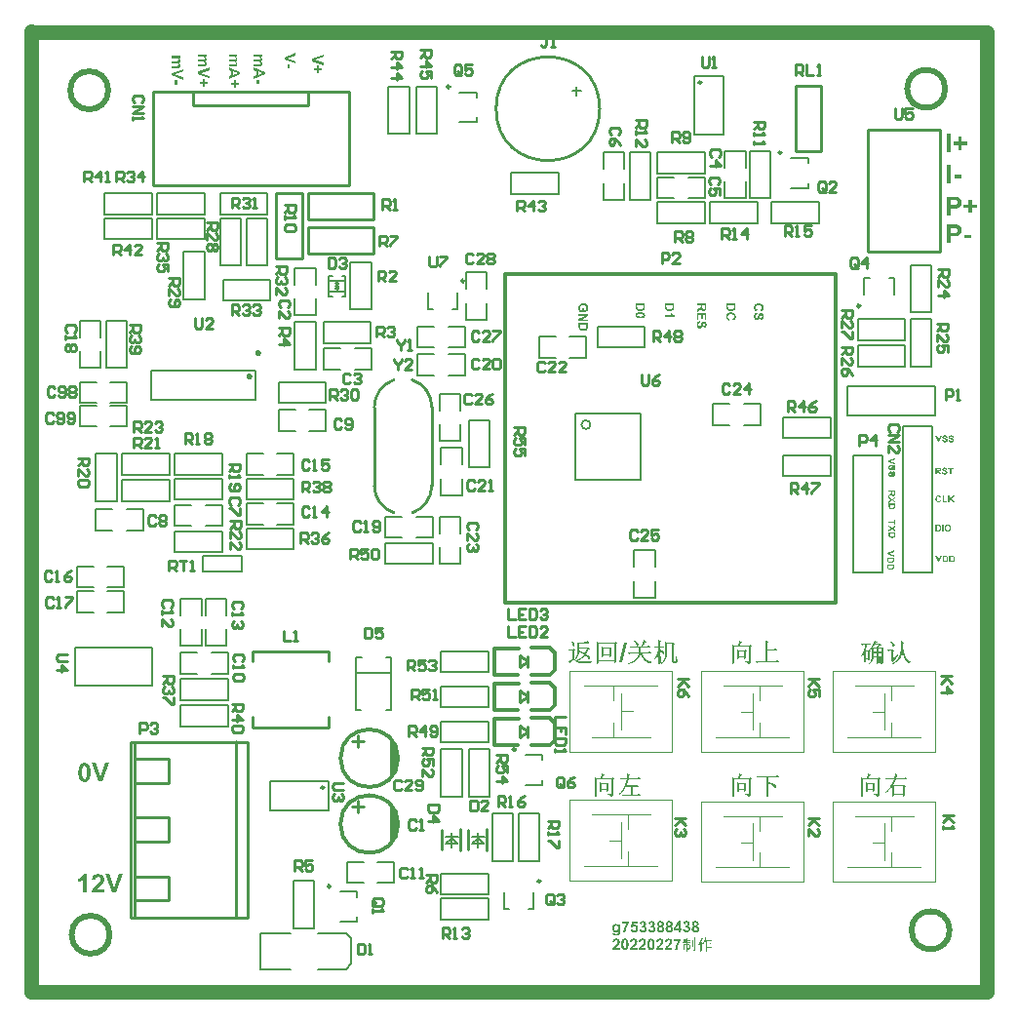
<source format=gto>
G04*
G04 #@! TF.GenerationSoftware,Altium Limited,Altium Designer,20.0.1 (14)*
G04*
G04 Layer_Color=65535*
%FSLAX25Y25*%
%MOIN*%
G70*
G01*
G75*
%ADD10C,0.00984*%
%ADD11C,0.00800*%
%ADD12C,0.01181*%
%ADD13C,0.01000*%
%ADD14C,0.01200*%
%ADD15C,0.00787*%
%ADD16C,0.00400*%
%ADD17C,0.00600*%
%ADD18C,0.00606*%
%ADD19C,0.02000*%
%ADD20C,0.05000*%
G36*
X122500Y-264000D02*
X123159Y-264630D01*
X124197Y-266127D01*
X124914Y-267803D01*
X125279Y-269589D01*
Y-271411D01*
X124914Y-273197D01*
X124197Y-274873D01*
X123159Y-276371D01*
X122500Y-277000D01*
D01*
Y-264000D01*
D02*
G37*
G36*
Y-241500D02*
X123159Y-242130D01*
X124197Y-243627D01*
X124914Y-245303D01*
X125279Y-247089D01*
Y-248911D01*
X124914Y-250697D01*
X124197Y-252373D01*
X123159Y-253871D01*
X122500Y-254500D01*
D01*
Y-241500D01*
D02*
G37*
G36*
X75500Y-117500D02*
X75485Y-117326D01*
X75440Y-117158D01*
X75366Y-117000D01*
X75266Y-116857D01*
X75143Y-116734D01*
X75000Y-116634D01*
X74842Y-116560D01*
X74674Y-116515D01*
X74500Y-116500D01*
X74326Y-116515D01*
X74158Y-116560D01*
X74000Y-116634D01*
X73857Y-116734D01*
X73734Y-116857D01*
X73634Y-117000D01*
X73560Y-117158D01*
X73515Y-117326D01*
X73500Y-117500D01*
X73515Y-117674D01*
X73560Y-117842D01*
X73634Y-118000D01*
X73734Y-118143D01*
X73857Y-118266D01*
X74000Y-118366D01*
X74158Y-118440D01*
X74326Y-118485D01*
X74500Y-118500D01*
X74674Y-118485D01*
X74842Y-118440D01*
X75000Y-118366D01*
X75143Y-118266D01*
X75266Y-118143D01*
X75366Y-118000D01*
X75440Y-117842D01*
X75485Y-117674D01*
X75500Y-117500D01*
D02*
G37*
G36*
X78500Y-109500D02*
X78485Y-109326D01*
X78440Y-109158D01*
X78366Y-109000D01*
X78266Y-108857D01*
X78143Y-108734D01*
X78000Y-108634D01*
X77842Y-108560D01*
X77674Y-108515D01*
X77500Y-108500D01*
X77326Y-108515D01*
X77158Y-108560D01*
X77000Y-108634D01*
X76857Y-108734D01*
X76734Y-108857D01*
X76634Y-109000D01*
X76560Y-109158D01*
X76515Y-109326D01*
X76500Y-109500D01*
X76515Y-109674D01*
X76560Y-109842D01*
X76634Y-110000D01*
X76734Y-110143D01*
X76857Y-110266D01*
X77000Y-110366D01*
X77158Y-110440D01*
X77326Y-110485D01*
X77500Y-110500D01*
X77674Y-110485D01*
X77842Y-110440D01*
X78000Y-110366D01*
X78143Y-110266D01*
X78266Y-110143D01*
X78366Y-110000D01*
X78440Y-109842D01*
X78485Y-109674D01*
X78500Y-109500D01*
D02*
G37*
G36*
X224358Y-309343D02*
X224191Y-309526D01*
Y-310192D01*
X224579D01*
X224835Y-309943D01*
X225262Y-310420D01*
X224191D01*
Y-310930D01*
X224851D01*
X225123Y-310681D01*
X225545Y-311158D01*
X224191D01*
Y-311608D01*
X224785D01*
X224946Y-311397D01*
X225323Y-311680D01*
X225157Y-311852D01*
Y-312845D01*
Y-312851D01*
Y-312862D01*
Y-312884D01*
X225151Y-312912D01*
X225146Y-312939D01*
X225134Y-312978D01*
X225123Y-313017D01*
X225101Y-313061D01*
X225079Y-313106D01*
X225046Y-313156D01*
X225007Y-313200D01*
X224957Y-313245D01*
X224896Y-313289D01*
X224829Y-313328D01*
X224751Y-313367D01*
X224657Y-313400D01*
Y-313394D01*
Y-313389D01*
Y-313361D01*
X224646Y-313317D01*
X224618Y-313261D01*
X224596Y-313228D01*
X224568Y-313200D01*
X224535Y-313167D01*
X224491Y-313134D01*
X224441Y-313106D01*
X224380Y-313073D01*
X224307Y-313045D01*
X224224Y-313017D01*
Y-312834D01*
X224241D01*
X224257Y-312840D01*
X224285D01*
X224346Y-312851D01*
X224418Y-312856D01*
X224502Y-312867D01*
X224579Y-312878D01*
X224646Y-312884D01*
X224713D01*
X224729Y-312873D01*
X224751Y-312862D01*
X224768Y-312845D01*
X224785Y-312817D01*
X224796Y-312778D01*
X224801Y-312729D01*
Y-311835D01*
X224191D01*
Y-313200D01*
Y-313206D01*
Y-313217D01*
Y-313234D01*
Y-313261D01*
Y-313289D01*
Y-313328D01*
X224197Y-313417D01*
Y-313517D01*
X224202Y-313622D01*
X224208Y-313739D01*
X224213Y-313850D01*
X223814Y-314016D01*
Y-314005D01*
Y-313983D01*
Y-313944D01*
X223819Y-313894D01*
Y-313833D01*
Y-313766D01*
X223825Y-313694D01*
Y-313611D01*
X223830Y-313450D01*
Y-313295D01*
X223836Y-313223D01*
Y-313156D01*
Y-313100D01*
Y-313056D01*
Y-311835D01*
X223225D01*
Y-313272D01*
X222848Y-313439D01*
Y-313433D01*
Y-313411D01*
Y-313383D01*
X222853Y-313339D01*
Y-313289D01*
Y-313228D01*
X222859Y-313161D01*
Y-313084D01*
X222865Y-312923D01*
Y-312745D01*
X222870Y-312562D01*
Y-312379D01*
Y-312373D01*
Y-312357D01*
Y-312334D01*
Y-312296D01*
Y-312257D01*
Y-312207D01*
Y-312146D01*
Y-312085D01*
X222865Y-311941D01*
X222859Y-311785D01*
X222853Y-311613D01*
X222848Y-311441D01*
X223203Y-311608D01*
X223836D01*
Y-311158D01*
X223164D01*
X223114Y-311163D01*
X223048D01*
X222970Y-311175D01*
X222887Y-311186D01*
X222792Y-311202D01*
X222698Y-311225D01*
X222476Y-310930D01*
X222634D01*
X222642Y-310914D01*
X222654Y-310880D01*
X222670Y-310836D01*
X222692Y-310792D01*
X222715Y-310736D01*
X222737Y-310681D01*
X222787Y-310553D01*
X222837Y-310420D01*
X222887Y-310281D01*
X222926Y-310153D01*
Y-310148D01*
X222931Y-310137D01*
X222937Y-310120D01*
X222942Y-310098D01*
X222959Y-310031D01*
X222981Y-309953D01*
X223003Y-309859D01*
X223025Y-309759D01*
X223048Y-309654D01*
X223059Y-309548D01*
X223553Y-309820D01*
X223547Y-309826D01*
X223525Y-309837D01*
X223497Y-309865D01*
X223458Y-309904D01*
X223408Y-309953D01*
X223358Y-310015D01*
X223303Y-310098D01*
X223247Y-310192D01*
X223836D01*
Y-309937D01*
Y-309931D01*
Y-309915D01*
Y-309887D01*
Y-309854D01*
Y-309815D01*
Y-309765D01*
Y-309709D01*
Y-309648D01*
X223830Y-309521D01*
X223825Y-309382D01*
X223819Y-309243D01*
X223814Y-309116D01*
X224358Y-309343D01*
D02*
G37*
G36*
X226244Y-310131D02*
X226083Y-310292D01*
Y-312157D01*
Y-312162D01*
Y-312185D01*
Y-312218D01*
Y-312268D01*
X226089Y-312334D01*
Y-312412D01*
X226095Y-312507D01*
X226100Y-312617D01*
X225706Y-312806D01*
Y-312801D01*
Y-312784D01*
Y-312756D01*
X225712Y-312718D01*
Y-312667D01*
Y-312606D01*
Y-312534D01*
X225717Y-312451D01*
Y-312357D01*
Y-312257D01*
Y-312140D01*
X225723Y-312018D01*
Y-311885D01*
Y-311741D01*
Y-311585D01*
Y-311424D01*
Y-311413D01*
Y-311385D01*
Y-311335D01*
Y-311274D01*
Y-311197D01*
Y-311108D01*
Y-311008D01*
Y-310897D01*
X225717Y-310775D01*
Y-310653D01*
Y-310392D01*
X225712Y-310131D01*
Y-310003D01*
X225706Y-309876D01*
X226244Y-310131D01*
D02*
G37*
G36*
X227171Y-309343D02*
X227027Y-309526D01*
Y-313361D01*
Y-313367D01*
Y-313383D01*
Y-313406D01*
X227022Y-313433D01*
X227016Y-313472D01*
X227005Y-313517D01*
X226994Y-313561D01*
X226972Y-313611D01*
X226949Y-313667D01*
X226916Y-313716D01*
X226877Y-313772D01*
X226827Y-313827D01*
X226772Y-313877D01*
X226705Y-313927D01*
X226622Y-313977D01*
X226533Y-314016D01*
Y-314011D01*
X226528Y-314000D01*
Y-313983D01*
X226516Y-313961D01*
X226505Y-313933D01*
X226483Y-313905D01*
X226461Y-313872D01*
X226433Y-313833D01*
X226394Y-313794D01*
X226344Y-313761D01*
X226294Y-313722D01*
X226228Y-313683D01*
X226150Y-313650D01*
X226061Y-313622D01*
X225961Y-313594D01*
X225850Y-313572D01*
Y-313394D01*
X225889D01*
X225923Y-313400D01*
X225956D01*
X225995Y-313406D01*
X226089D01*
X226189Y-313411D01*
X226294Y-313417D01*
X226389Y-313422D01*
X226494D01*
X226522Y-313411D01*
X226561Y-313400D01*
X226594Y-313383D01*
X226622Y-313356D01*
X226644Y-313317D01*
X226650Y-313267D01*
Y-309787D01*
Y-309782D01*
Y-309770D01*
Y-309754D01*
Y-309732D01*
Y-309698D01*
Y-309665D01*
Y-309582D01*
X226644Y-309476D01*
X226639Y-309360D01*
X226633Y-309232D01*
X226627Y-309093D01*
X227171Y-309343D01*
D02*
G37*
G36*
X222015Y-310242D02*
X222010Y-310248D01*
X221999Y-310259D01*
X221982Y-310276D01*
X221960Y-310298D01*
X221932Y-310331D01*
X221899Y-310370D01*
X221860Y-310414D01*
X221815Y-310470D01*
X221771Y-310531D01*
X221721Y-310597D01*
X221666Y-310669D01*
X221610Y-310747D01*
X221555Y-310836D01*
X221499Y-310925D01*
X221438Y-311025D01*
X221377Y-311130D01*
X221372Y-311136D01*
X221360Y-311158D01*
X221344Y-311186D01*
X221322Y-311230D01*
X221299Y-311280D01*
X221266Y-311347D01*
X221233Y-311419D01*
X221194Y-311496D01*
X221155Y-311585D01*
X221116Y-311680D01*
X221072Y-311779D01*
X221033Y-311885D01*
X220955Y-312112D01*
X220883Y-312351D01*
Y-312357D01*
X220878Y-312379D01*
X220866Y-312412D01*
X220855Y-312462D01*
X220844Y-312518D01*
X220833Y-312579D01*
X220817Y-312656D01*
X220800Y-312734D01*
X220783Y-312823D01*
X220772Y-312912D01*
X220744Y-313106D01*
X220728Y-313306D01*
X220722Y-313500D01*
X220012D01*
Y-313489D01*
Y-313467D01*
X220017Y-313422D01*
Y-313361D01*
X220023Y-313289D01*
X220034Y-313206D01*
X220045Y-313106D01*
X220062Y-313000D01*
X220078Y-312884D01*
X220101Y-312756D01*
X220128Y-312623D01*
X220156Y-312479D01*
X220195Y-312334D01*
X220234Y-312185D01*
X220284Y-312035D01*
X220339Y-311879D01*
X220345Y-311868D01*
X220356Y-311841D01*
X220373Y-311796D01*
X220395Y-311741D01*
X220428Y-311668D01*
X220467Y-311580D01*
X220511Y-311485D01*
X220561Y-311380D01*
X220617Y-311269D01*
X220678Y-311152D01*
X220744Y-311025D01*
X220822Y-310903D01*
X220983Y-310642D01*
X221166Y-310392D01*
X219496D01*
Y-309709D01*
X222015D01*
Y-310242D01*
D02*
G37*
G36*
X217869Y-309643D02*
X217919Y-309648D01*
X217975Y-309654D01*
X218036Y-309665D01*
X218103Y-309676D01*
X218247Y-309715D01*
X218391Y-309770D01*
X218469Y-309804D01*
X218535Y-309842D01*
X218608Y-309893D01*
X218669Y-309948D01*
X218674Y-309953D01*
X218685Y-309959D01*
X218696Y-309981D01*
X218719Y-310003D01*
X218746Y-310031D01*
X218774Y-310070D01*
X218802Y-310109D01*
X218835Y-310159D01*
X218891Y-310270D01*
X218946Y-310398D01*
X218968Y-310470D01*
X218980Y-310547D01*
X218991Y-310631D01*
X218996Y-310714D01*
Y-310725D01*
Y-310758D01*
X218991Y-310808D01*
X218985Y-310869D01*
X218974Y-310947D01*
X218957Y-311030D01*
X218935Y-311119D01*
X218902Y-311208D01*
X218896Y-311219D01*
X218885Y-311247D01*
X218863Y-311297D01*
X218830Y-311358D01*
X218791Y-311430D01*
X218741Y-311513D01*
X218680Y-311602D01*
X218608Y-311696D01*
X218602Y-311702D01*
X218580Y-311730D01*
X218547Y-311768D01*
X218497Y-311824D01*
X218430Y-311891D01*
X218347Y-311979D01*
X218247Y-312074D01*
X218125Y-312190D01*
X218119Y-312196D01*
X218108Y-312201D01*
X218092Y-312218D01*
X218069Y-312240D01*
X218008Y-312296D01*
X217936Y-312362D01*
X217864Y-312434D01*
X217792Y-312507D01*
X217725Y-312568D01*
X217703Y-312595D01*
X217681Y-312617D01*
X217675Y-312623D01*
X217664Y-312634D01*
X217648Y-312656D01*
X217625Y-312684D01*
X217575Y-312745D01*
X217531Y-312817D01*
X218996D01*
Y-313500D01*
X216415D01*
Y-313494D01*
Y-313483D01*
X216421Y-313461D01*
X216426Y-313433D01*
X216432Y-313400D01*
X216438Y-313361D01*
X216460Y-313261D01*
X216493Y-313150D01*
X216537Y-313028D01*
X216593Y-312895D01*
X216665Y-312767D01*
Y-312762D01*
X216676Y-312751D01*
X216687Y-312729D01*
X216709Y-312706D01*
X216732Y-312667D01*
X216765Y-312629D01*
X216804Y-312579D01*
X216848Y-312523D01*
X216898Y-312457D01*
X216959Y-312390D01*
X217026Y-312312D01*
X217104Y-312229D01*
X217187Y-312146D01*
X217281Y-312052D01*
X217381Y-311951D01*
X217492Y-311846D01*
X217498Y-311841D01*
X217514Y-311824D01*
X217536Y-311802D01*
X217570Y-311768D01*
X217614Y-311735D01*
X217659Y-311691D01*
X217758Y-311591D01*
X217858Y-311485D01*
X217958Y-311380D01*
X218003Y-311335D01*
X218047Y-311286D01*
X218080Y-311247D01*
X218103Y-311213D01*
X218108Y-311202D01*
X218125Y-311175D01*
X218153Y-311130D01*
X218180Y-311069D01*
X218208Y-311002D01*
X218236Y-310925D01*
X218252Y-310847D01*
X218258Y-310764D01*
Y-310758D01*
Y-310753D01*
Y-310725D01*
X218252Y-310675D01*
X218241Y-310619D01*
X218225Y-310559D01*
X218202Y-310497D01*
X218169Y-310436D01*
X218125Y-310381D01*
X218119Y-310375D01*
X218103Y-310359D01*
X218069Y-310336D01*
X218031Y-310314D01*
X217975Y-310292D01*
X217914Y-310270D01*
X217842Y-310253D01*
X217758Y-310248D01*
X217720D01*
X217675Y-310253D01*
X217625Y-310264D01*
X217564Y-310281D01*
X217503Y-310309D01*
X217442Y-310342D01*
X217387Y-310386D01*
X217381Y-310392D01*
X217364Y-310414D01*
X217342Y-310448D01*
X217320Y-310497D01*
X217292Y-310559D01*
X217270Y-310642D01*
X217248Y-310736D01*
X217237Y-310847D01*
X216504Y-310775D01*
Y-310769D01*
X216510Y-310747D01*
Y-310719D01*
X216521Y-310675D01*
X216526Y-310625D01*
X216543Y-310570D01*
X216560Y-310509D01*
X216576Y-310436D01*
X216632Y-310298D01*
X216699Y-310153D01*
X216743Y-310081D01*
X216793Y-310015D01*
X216848Y-309959D01*
X216909Y-309904D01*
X216915Y-309898D01*
X216926Y-309893D01*
X216943Y-309881D01*
X216970Y-309859D01*
X217004Y-309842D01*
X217048Y-309820D01*
X217092Y-309793D01*
X217148Y-309770D01*
X217209Y-309743D01*
X217276Y-309720D01*
X217420Y-309676D01*
X217592Y-309648D01*
X217681Y-309643D01*
X217775Y-309637D01*
X217831D01*
X217869Y-309643D01*
D02*
G37*
G36*
X214884D02*
X214934Y-309648D01*
X214989Y-309654D01*
X215050Y-309665D01*
X215117Y-309676D01*
X215261Y-309715D01*
X215405Y-309770D01*
X215483Y-309804D01*
X215550Y-309842D01*
X215622Y-309893D01*
X215683Y-309948D01*
X215688Y-309953D01*
X215699Y-309959D01*
X215711Y-309981D01*
X215733Y-310003D01*
X215760Y-310031D01*
X215788Y-310070D01*
X215816Y-310109D01*
X215849Y-310159D01*
X215905Y-310270D01*
X215960Y-310398D01*
X215983Y-310470D01*
X215994Y-310547D01*
X216005Y-310631D01*
X216010Y-310714D01*
Y-310725D01*
Y-310758D01*
X216005Y-310808D01*
X215999Y-310869D01*
X215988Y-310947D01*
X215971Y-311030D01*
X215949Y-311119D01*
X215916Y-311208D01*
X215910Y-311219D01*
X215899Y-311247D01*
X215877Y-311297D01*
X215844Y-311358D01*
X215805Y-311430D01*
X215755Y-311513D01*
X215694Y-311602D01*
X215622Y-311696D01*
X215616Y-311702D01*
X215594Y-311730D01*
X215561Y-311768D01*
X215511Y-311824D01*
X215444Y-311891D01*
X215361Y-311979D01*
X215261Y-312074D01*
X215139Y-312190D01*
X215133Y-312196D01*
X215122Y-312201D01*
X215106Y-312218D01*
X215083Y-312240D01*
X215022Y-312296D01*
X214950Y-312362D01*
X214878Y-312434D01*
X214806Y-312507D01*
X214739Y-312568D01*
X214717Y-312595D01*
X214695Y-312617D01*
X214689Y-312623D01*
X214678Y-312634D01*
X214662Y-312656D01*
X214639Y-312684D01*
X214589Y-312745D01*
X214545Y-312817D01*
X216010D01*
Y-313500D01*
X213429D01*
Y-313494D01*
Y-313483D01*
X213435Y-313461D01*
X213441Y-313433D01*
X213446Y-313400D01*
X213452Y-313361D01*
X213474Y-313261D01*
X213507Y-313150D01*
X213552Y-313028D01*
X213607Y-312895D01*
X213679Y-312767D01*
Y-312762D01*
X213690Y-312751D01*
X213702Y-312729D01*
X213724Y-312706D01*
X213746Y-312667D01*
X213779Y-312629D01*
X213818Y-312579D01*
X213862Y-312523D01*
X213912Y-312457D01*
X213973Y-312390D01*
X214040Y-312312D01*
X214118Y-312229D01*
X214201Y-312146D01*
X214295Y-312052D01*
X214395Y-311951D01*
X214506Y-311846D01*
X214512Y-311841D01*
X214528Y-311824D01*
X214551Y-311802D01*
X214584Y-311768D01*
X214628Y-311735D01*
X214673Y-311691D01*
X214773Y-311591D01*
X214873Y-311485D01*
X214972Y-311380D01*
X215017Y-311335D01*
X215061Y-311286D01*
X215094Y-311247D01*
X215117Y-311213D01*
X215122Y-311202D01*
X215139Y-311175D01*
X215167Y-311130D01*
X215194Y-311069D01*
X215222Y-311002D01*
X215250Y-310925D01*
X215267Y-310847D01*
X215272Y-310764D01*
Y-310758D01*
Y-310753D01*
Y-310725D01*
X215267Y-310675D01*
X215255Y-310619D01*
X215239Y-310559D01*
X215217Y-310497D01*
X215183Y-310436D01*
X215139Y-310381D01*
X215133Y-310375D01*
X215117Y-310359D01*
X215083Y-310336D01*
X215044Y-310314D01*
X214989Y-310292D01*
X214928Y-310270D01*
X214856Y-310253D01*
X214773Y-310248D01*
X214734D01*
X214689Y-310253D01*
X214639Y-310264D01*
X214578Y-310281D01*
X214517Y-310309D01*
X214456Y-310342D01*
X214401Y-310386D01*
X214395Y-310392D01*
X214378Y-310414D01*
X214356Y-310448D01*
X214334Y-310497D01*
X214306Y-310559D01*
X214284Y-310642D01*
X214262Y-310736D01*
X214251Y-310847D01*
X213518Y-310775D01*
Y-310769D01*
X213524Y-310747D01*
Y-310719D01*
X213535Y-310675D01*
X213541Y-310625D01*
X213557Y-310570D01*
X213574Y-310509D01*
X213591Y-310436D01*
X213646Y-310298D01*
X213713Y-310153D01*
X213757Y-310081D01*
X213807Y-310015D01*
X213862Y-309959D01*
X213924Y-309904D01*
X213929Y-309898D01*
X213940Y-309893D01*
X213957Y-309881D01*
X213984Y-309859D01*
X214018Y-309842D01*
X214062Y-309820D01*
X214107Y-309793D01*
X214162Y-309770D01*
X214223Y-309743D01*
X214290Y-309720D01*
X214434Y-309676D01*
X214606Y-309648D01*
X214695Y-309643D01*
X214789Y-309637D01*
X214845D01*
X214884Y-309643D01*
D02*
G37*
G36*
X208912D02*
X208962Y-309648D01*
X209017Y-309654D01*
X209078Y-309665D01*
X209145Y-309676D01*
X209289Y-309715D01*
X209434Y-309770D01*
X209511Y-309804D01*
X209578Y-309842D01*
X209650Y-309893D01*
X209711Y-309948D01*
X209717Y-309953D01*
X209728Y-309959D01*
X209739Y-309981D01*
X209761Y-310003D01*
X209789Y-310031D01*
X209816Y-310070D01*
X209844Y-310109D01*
X209877Y-310159D01*
X209933Y-310270D01*
X209988Y-310398D01*
X210011Y-310470D01*
X210022Y-310547D01*
X210033Y-310631D01*
X210038Y-310714D01*
Y-310725D01*
Y-310758D01*
X210033Y-310808D01*
X210027Y-310869D01*
X210016Y-310947D01*
X210000Y-311030D01*
X209977Y-311119D01*
X209944Y-311208D01*
X209939Y-311219D01*
X209927Y-311247D01*
X209905Y-311297D01*
X209872Y-311358D01*
X209833Y-311430D01*
X209783Y-311513D01*
X209722Y-311602D01*
X209650Y-311696D01*
X209644Y-311702D01*
X209622Y-311730D01*
X209589Y-311768D01*
X209539Y-311824D01*
X209472Y-311891D01*
X209389Y-311979D01*
X209289Y-312074D01*
X209167Y-312190D01*
X209161Y-312196D01*
X209151Y-312201D01*
X209134Y-312218D01*
X209112Y-312240D01*
X209051Y-312296D01*
X208978Y-312362D01*
X208906Y-312434D01*
X208834Y-312507D01*
X208768Y-312568D01*
X208745Y-312595D01*
X208723Y-312617D01*
X208717Y-312623D01*
X208706Y-312634D01*
X208690Y-312656D01*
X208668Y-312684D01*
X208618Y-312745D01*
X208573Y-312817D01*
X210038D01*
Y-313500D01*
X207458D01*
Y-313494D01*
Y-313483D01*
X207463Y-313461D01*
X207469Y-313433D01*
X207474Y-313400D01*
X207480Y-313361D01*
X207502Y-313261D01*
X207535Y-313150D01*
X207580Y-313028D01*
X207635Y-312895D01*
X207708Y-312767D01*
Y-312762D01*
X207719Y-312751D01*
X207730Y-312729D01*
X207752Y-312706D01*
X207774Y-312667D01*
X207807Y-312629D01*
X207846Y-312579D01*
X207891Y-312523D01*
X207941Y-312457D01*
X208002Y-312390D01*
X208068Y-312312D01*
X208146Y-312229D01*
X208229Y-312146D01*
X208324Y-312052D01*
X208423Y-311951D01*
X208534Y-311846D01*
X208540Y-311841D01*
X208557Y-311824D01*
X208579Y-311802D01*
X208612Y-311768D01*
X208657Y-311735D01*
X208701Y-311691D01*
X208801Y-311591D01*
X208901Y-311485D01*
X209001Y-311380D01*
X209045Y-311335D01*
X209089Y-311286D01*
X209123Y-311247D01*
X209145Y-311213D01*
X209151Y-311202D01*
X209167Y-311175D01*
X209195Y-311130D01*
X209223Y-311069D01*
X209250Y-311002D01*
X209278Y-310925D01*
X209295Y-310847D01*
X209300Y-310764D01*
Y-310758D01*
Y-310753D01*
Y-310725D01*
X209295Y-310675D01*
X209284Y-310619D01*
X209267Y-310559D01*
X209245Y-310497D01*
X209211Y-310436D01*
X209167Y-310381D01*
X209161Y-310375D01*
X209145Y-310359D01*
X209112Y-310336D01*
X209073Y-310314D01*
X209017Y-310292D01*
X208956Y-310270D01*
X208884Y-310253D01*
X208801Y-310248D01*
X208762D01*
X208717Y-310253D01*
X208668Y-310264D01*
X208607Y-310281D01*
X208545Y-310309D01*
X208485Y-310342D01*
X208429Y-310386D01*
X208423Y-310392D01*
X208407Y-310414D01*
X208384Y-310448D01*
X208362Y-310497D01*
X208335Y-310559D01*
X208312Y-310642D01*
X208290Y-310736D01*
X208279Y-310847D01*
X207546Y-310775D01*
Y-310769D01*
X207552Y-310747D01*
Y-310719D01*
X207563Y-310675D01*
X207569Y-310625D01*
X207585Y-310570D01*
X207602Y-310509D01*
X207619Y-310436D01*
X207674Y-310298D01*
X207741Y-310153D01*
X207785Y-310081D01*
X207835Y-310015D01*
X207891Y-309959D01*
X207952Y-309904D01*
X207957Y-309898D01*
X207968Y-309893D01*
X207985Y-309881D01*
X208013Y-309859D01*
X208046Y-309842D01*
X208090Y-309820D01*
X208135Y-309793D01*
X208190Y-309770D01*
X208251Y-309743D01*
X208318Y-309720D01*
X208462Y-309676D01*
X208634Y-309648D01*
X208723Y-309643D01*
X208818Y-309637D01*
X208873D01*
X208912Y-309643D01*
D02*
G37*
G36*
X205926D02*
X205976Y-309648D01*
X206031Y-309654D01*
X206092Y-309665D01*
X206159Y-309676D01*
X206303Y-309715D01*
X206448Y-309770D01*
X206525Y-309804D01*
X206592Y-309842D01*
X206664Y-309893D01*
X206725Y-309948D01*
X206731Y-309953D01*
X206742Y-309959D01*
X206753Y-309981D01*
X206775Y-310003D01*
X206803Y-310031D01*
X206831Y-310070D01*
X206858Y-310109D01*
X206892Y-310159D01*
X206947Y-310270D01*
X207003Y-310398D01*
X207025Y-310470D01*
X207036Y-310547D01*
X207047Y-310631D01*
X207053Y-310714D01*
Y-310725D01*
Y-310758D01*
X207047Y-310808D01*
X207041Y-310869D01*
X207030Y-310947D01*
X207014Y-311030D01*
X206992Y-311119D01*
X206958Y-311208D01*
X206953Y-311219D01*
X206942Y-311247D01*
X206919Y-311297D01*
X206886Y-311358D01*
X206847Y-311430D01*
X206797Y-311513D01*
X206736Y-311602D01*
X206664Y-311696D01*
X206659Y-311702D01*
X206636Y-311730D01*
X206603Y-311768D01*
X206553Y-311824D01*
X206487Y-311891D01*
X206403Y-311979D01*
X206303Y-312074D01*
X206181Y-312190D01*
X206176Y-312196D01*
X206165Y-312201D01*
X206148Y-312218D01*
X206126Y-312240D01*
X206065Y-312296D01*
X205993Y-312362D01*
X205920Y-312434D01*
X205848Y-312507D01*
X205782Y-312568D01*
X205759Y-312595D01*
X205737Y-312617D01*
X205732Y-312623D01*
X205721Y-312634D01*
X205704Y-312656D01*
X205682Y-312684D01*
X205632Y-312745D01*
X205587Y-312817D01*
X207053D01*
Y-313500D01*
X204472D01*
Y-313494D01*
Y-313483D01*
X204477Y-313461D01*
X204483Y-313433D01*
X204488Y-313400D01*
X204494Y-313361D01*
X204516Y-313261D01*
X204550Y-313150D01*
X204594Y-313028D01*
X204649Y-312895D01*
X204722Y-312767D01*
Y-312762D01*
X204733Y-312751D01*
X204744Y-312729D01*
X204766Y-312706D01*
X204788Y-312667D01*
X204821Y-312629D01*
X204860Y-312579D01*
X204905Y-312523D01*
X204955Y-312457D01*
X205016Y-312390D01*
X205082Y-312312D01*
X205160Y-312229D01*
X205243Y-312146D01*
X205338Y-312052D01*
X205437Y-311951D01*
X205549Y-311846D01*
X205554Y-311841D01*
X205571Y-311824D01*
X205593Y-311802D01*
X205626Y-311768D01*
X205671Y-311735D01*
X205715Y-311691D01*
X205815Y-311591D01*
X205915Y-311485D01*
X206015Y-311380D01*
X206059Y-311335D01*
X206103Y-311286D01*
X206137Y-311247D01*
X206159Y-311213D01*
X206165Y-311202D01*
X206181Y-311175D01*
X206209Y-311130D01*
X206237Y-311069D01*
X206264Y-311002D01*
X206292Y-310925D01*
X206309Y-310847D01*
X206314Y-310764D01*
Y-310758D01*
Y-310753D01*
Y-310725D01*
X206309Y-310675D01*
X206298Y-310619D01*
X206281Y-310559D01*
X206259Y-310497D01*
X206226Y-310436D01*
X206181Y-310381D01*
X206176Y-310375D01*
X206159Y-310359D01*
X206126Y-310336D01*
X206087Y-310314D01*
X206031Y-310292D01*
X205970Y-310270D01*
X205898Y-310253D01*
X205815Y-310248D01*
X205776D01*
X205732Y-310253D01*
X205682Y-310264D01*
X205621Y-310281D01*
X205560Y-310309D01*
X205499Y-310342D01*
X205443Y-310386D01*
X205437Y-310392D01*
X205421Y-310414D01*
X205399Y-310448D01*
X205377Y-310497D01*
X205349Y-310559D01*
X205327Y-310642D01*
X205304Y-310736D01*
X205293Y-310847D01*
X204561Y-310775D01*
Y-310769D01*
X204566Y-310747D01*
Y-310719D01*
X204577Y-310675D01*
X204583Y-310625D01*
X204599Y-310570D01*
X204616Y-310509D01*
X204633Y-310436D01*
X204688Y-310298D01*
X204755Y-310153D01*
X204799Y-310081D01*
X204849Y-310015D01*
X204905Y-309959D01*
X204966Y-309904D01*
X204971Y-309898D01*
X204982Y-309893D01*
X204999Y-309881D01*
X205027Y-309859D01*
X205060Y-309842D01*
X205104Y-309820D01*
X205149Y-309793D01*
X205204Y-309770D01*
X205265Y-309743D01*
X205332Y-309720D01*
X205476Y-309676D01*
X205648Y-309648D01*
X205737Y-309643D01*
X205832Y-309637D01*
X205887D01*
X205926Y-309643D01*
D02*
G37*
G36*
X199954D02*
X200004Y-309648D01*
X200060Y-309654D01*
X200121Y-309665D01*
X200187Y-309676D01*
X200331Y-309715D01*
X200476Y-309770D01*
X200553Y-309804D01*
X200620Y-309842D01*
X200692Y-309893D01*
X200753Y-309948D01*
X200759Y-309953D01*
X200770Y-309959D01*
X200781Y-309981D01*
X200803Y-310003D01*
X200831Y-310031D01*
X200859Y-310070D01*
X200887Y-310109D01*
X200920Y-310159D01*
X200975Y-310270D01*
X201031Y-310398D01*
X201053Y-310470D01*
X201064Y-310547D01*
X201075Y-310631D01*
X201081Y-310714D01*
Y-310725D01*
Y-310758D01*
X201075Y-310808D01*
X201070Y-310869D01*
X201059Y-310947D01*
X201042Y-311030D01*
X201020Y-311119D01*
X200986Y-311208D01*
X200981Y-311219D01*
X200970Y-311247D01*
X200948Y-311297D01*
X200914Y-311358D01*
X200875Y-311430D01*
X200826Y-311513D01*
X200764Y-311602D01*
X200692Y-311696D01*
X200687Y-311702D01*
X200664Y-311730D01*
X200631Y-311768D01*
X200581Y-311824D01*
X200515Y-311891D01*
X200431Y-311979D01*
X200331Y-312074D01*
X200209Y-312190D01*
X200204Y-312196D01*
X200193Y-312201D01*
X200176Y-312218D01*
X200154Y-312240D01*
X200093Y-312296D01*
X200021Y-312362D01*
X199949Y-312434D01*
X199876Y-312507D01*
X199810Y-312568D01*
X199788Y-312595D01*
X199765Y-312617D01*
X199760Y-312623D01*
X199749Y-312634D01*
X199732Y-312656D01*
X199710Y-312684D01*
X199660Y-312745D01*
X199616Y-312817D01*
X201081D01*
Y-313500D01*
X198500D01*
Y-313494D01*
Y-313483D01*
X198505Y-313461D01*
X198511Y-313433D01*
X198517Y-313400D01*
X198522Y-313361D01*
X198544Y-313261D01*
X198578Y-313150D01*
X198622Y-313028D01*
X198678Y-312895D01*
X198750Y-312767D01*
Y-312762D01*
X198761Y-312751D01*
X198772Y-312729D01*
X198794Y-312706D01*
X198816Y-312667D01*
X198850Y-312629D01*
X198889Y-312579D01*
X198933Y-312523D01*
X198983Y-312457D01*
X199044Y-312390D01*
X199110Y-312312D01*
X199188Y-312229D01*
X199272Y-312146D01*
X199366Y-312052D01*
X199466Y-311951D01*
X199577Y-311846D01*
X199582Y-311841D01*
X199599Y-311824D01*
X199621Y-311802D01*
X199654Y-311768D01*
X199699Y-311735D01*
X199743Y-311691D01*
X199843Y-311591D01*
X199943Y-311485D01*
X200043Y-311380D01*
X200087Y-311335D01*
X200132Y-311286D01*
X200165Y-311247D01*
X200187Y-311213D01*
X200193Y-311202D01*
X200209Y-311175D01*
X200237Y-311130D01*
X200265Y-311069D01*
X200293Y-311002D01*
X200320Y-310925D01*
X200337Y-310847D01*
X200343Y-310764D01*
Y-310758D01*
Y-310753D01*
Y-310725D01*
X200337Y-310675D01*
X200326Y-310619D01*
X200309Y-310559D01*
X200287Y-310497D01*
X200254Y-310436D01*
X200209Y-310381D01*
X200204Y-310375D01*
X200187Y-310359D01*
X200154Y-310336D01*
X200115Y-310314D01*
X200060Y-310292D01*
X199998Y-310270D01*
X199926Y-310253D01*
X199843Y-310248D01*
X199804D01*
X199760Y-310253D01*
X199710Y-310264D01*
X199649Y-310281D01*
X199588Y-310309D01*
X199527Y-310342D01*
X199471Y-310386D01*
X199466Y-310392D01*
X199449Y-310414D01*
X199427Y-310448D01*
X199405Y-310497D01*
X199377Y-310559D01*
X199355Y-310642D01*
X199332Y-310736D01*
X199321Y-310847D01*
X198589Y-310775D01*
Y-310769D01*
X198594Y-310747D01*
Y-310719D01*
X198605Y-310675D01*
X198611Y-310625D01*
X198628Y-310570D01*
X198644Y-310509D01*
X198661Y-310436D01*
X198716Y-310298D01*
X198783Y-310153D01*
X198827Y-310081D01*
X198877Y-310015D01*
X198933Y-309959D01*
X198994Y-309904D01*
X199000Y-309898D01*
X199011Y-309893D01*
X199027Y-309881D01*
X199055Y-309859D01*
X199088Y-309842D01*
X199133Y-309820D01*
X199177Y-309793D01*
X199233Y-309770D01*
X199294Y-309743D01*
X199360Y-309720D01*
X199504Y-309676D01*
X199677Y-309648D01*
X199765Y-309643D01*
X199860Y-309637D01*
X199915D01*
X199954Y-309643D01*
D02*
G37*
G36*
X211876D02*
X211920Y-309648D01*
X211975Y-309659D01*
X212031Y-309670D01*
X212098Y-309687D01*
X212170Y-309709D01*
X212236Y-309737D01*
X212308Y-309765D01*
X212381Y-309804D01*
X212453Y-309854D01*
X212525Y-309904D01*
X212591Y-309965D01*
X212652Y-310037D01*
X212658Y-310042D01*
X212669Y-310059D01*
X212686Y-310087D01*
X212714Y-310126D01*
X212741Y-310181D01*
X212775Y-310248D01*
X212808Y-310320D01*
X212841Y-310414D01*
X212875Y-310514D01*
X212913Y-310631D01*
X212941Y-310758D01*
X212969Y-310903D01*
X212997Y-311058D01*
X213013Y-311225D01*
X213024Y-311408D01*
X213030Y-311608D01*
Y-311613D01*
Y-311619D01*
Y-311635D01*
Y-311657D01*
Y-311713D01*
X213024Y-311785D01*
X213019Y-311874D01*
X213008Y-311979D01*
X212997Y-312090D01*
X212985Y-312212D01*
X212963Y-312340D01*
X212936Y-312473D01*
X212908Y-312601D01*
X212869Y-312729D01*
X212830Y-312856D01*
X212775Y-312973D01*
X212719Y-313084D01*
X212652Y-313178D01*
X212647Y-313184D01*
X212636Y-313195D01*
X212619Y-313217D01*
X212597Y-313239D01*
X212564Y-313267D01*
X212525Y-313300D01*
X212475Y-313339D01*
X212425Y-313372D01*
X212364Y-313411D01*
X212303Y-313450D01*
X212231Y-313483D01*
X212153Y-313511D01*
X212070Y-313533D01*
X211975Y-313556D01*
X211881Y-313567D01*
X211781Y-313572D01*
X211759D01*
X211726Y-313567D01*
X211687D01*
X211642Y-313561D01*
X211587Y-313550D01*
X211526Y-313539D01*
X211459Y-313517D01*
X211387Y-313494D01*
X211315Y-313467D01*
X211237Y-313433D01*
X211165Y-313389D01*
X211087Y-313345D01*
X211015Y-313284D01*
X210943Y-313223D01*
X210876Y-313145D01*
X210871Y-313139D01*
X210860Y-313123D01*
X210843Y-313095D01*
X210826Y-313061D01*
X210799Y-313012D01*
X210771Y-312951D01*
X210738Y-312873D01*
X210710Y-312790D01*
X210677Y-312690D01*
X210643Y-312579D01*
X210616Y-312451D01*
X210593Y-312312D01*
X210571Y-312157D01*
X210555Y-311985D01*
X210543Y-311802D01*
X210538Y-311602D01*
Y-311596D01*
Y-311591D01*
Y-311574D01*
Y-311552D01*
Y-311496D01*
X210543Y-311424D01*
X210549Y-311335D01*
X210560Y-311230D01*
X210571Y-311119D01*
X210582Y-310997D01*
X210605Y-310869D01*
X210627Y-310742D01*
X210660Y-310608D01*
X210693Y-310481D01*
X210738Y-310359D01*
X210788Y-310242D01*
X210843Y-310131D01*
X210910Y-310037D01*
X210915Y-310031D01*
X210927Y-310020D01*
X210943Y-309998D01*
X210971Y-309976D01*
X210999Y-309943D01*
X211037Y-309909D01*
X211087Y-309876D01*
X211137Y-309837D01*
X211198Y-309798D01*
X211260Y-309765D01*
X211332Y-309732D01*
X211409Y-309698D01*
X211492Y-309676D01*
X211587Y-309654D01*
X211681Y-309643D01*
X211781Y-309637D01*
X211837D01*
X211876Y-309643D01*
D02*
G37*
G36*
X202918D02*
X202962Y-309648D01*
X203018Y-309659D01*
X203073Y-309670D01*
X203140Y-309687D01*
X203212Y-309709D01*
X203278Y-309737D01*
X203351Y-309765D01*
X203423Y-309804D01*
X203495Y-309854D01*
X203567Y-309904D01*
X203634Y-309965D01*
X203695Y-310037D01*
X203700Y-310042D01*
X203711Y-310059D01*
X203728Y-310087D01*
X203756Y-310126D01*
X203784Y-310181D01*
X203817Y-310248D01*
X203850Y-310320D01*
X203884Y-310414D01*
X203917Y-310514D01*
X203956Y-310631D01*
X203983Y-310758D01*
X204011Y-310903D01*
X204039Y-311058D01*
X204056Y-311225D01*
X204067Y-311408D01*
X204072Y-311608D01*
Y-311613D01*
Y-311619D01*
Y-311635D01*
Y-311657D01*
Y-311713D01*
X204067Y-311785D01*
X204061Y-311874D01*
X204050Y-311979D01*
X204039Y-312090D01*
X204028Y-312212D01*
X204006Y-312340D01*
X203978Y-312473D01*
X203950Y-312601D01*
X203911Y-312729D01*
X203872Y-312856D01*
X203817Y-312973D01*
X203761Y-313084D01*
X203695Y-313178D01*
X203689Y-313184D01*
X203678Y-313195D01*
X203661Y-313217D01*
X203639Y-313239D01*
X203606Y-313267D01*
X203567Y-313300D01*
X203517Y-313339D01*
X203467Y-313372D01*
X203406Y-313411D01*
X203345Y-313450D01*
X203273Y-313483D01*
X203195Y-313511D01*
X203112Y-313533D01*
X203018Y-313556D01*
X202923Y-313567D01*
X202823Y-313572D01*
X202801D01*
X202768Y-313567D01*
X202729D01*
X202685Y-313561D01*
X202629Y-313550D01*
X202568Y-313539D01*
X202502Y-313517D01*
X202429Y-313494D01*
X202357Y-313467D01*
X202279Y-313433D01*
X202207Y-313389D01*
X202130Y-313345D01*
X202058Y-313284D01*
X201985Y-313223D01*
X201919Y-313145D01*
X201913Y-313139D01*
X201902Y-313123D01*
X201886Y-313095D01*
X201869Y-313061D01*
X201841Y-313012D01*
X201813Y-312951D01*
X201780Y-312873D01*
X201752Y-312790D01*
X201719Y-312690D01*
X201686Y-312579D01*
X201658Y-312451D01*
X201636Y-312312D01*
X201614Y-312157D01*
X201597Y-311985D01*
X201586Y-311802D01*
X201580Y-311602D01*
Y-311596D01*
Y-311591D01*
Y-311574D01*
Y-311552D01*
Y-311496D01*
X201586Y-311424D01*
X201591Y-311335D01*
X201602Y-311230D01*
X201614Y-311119D01*
X201625Y-310997D01*
X201647Y-310869D01*
X201669Y-310742D01*
X201702Y-310608D01*
X201736Y-310481D01*
X201780Y-310359D01*
X201830Y-310242D01*
X201886Y-310131D01*
X201952Y-310037D01*
X201958Y-310031D01*
X201969Y-310020D01*
X201985Y-309998D01*
X202013Y-309976D01*
X202041Y-309943D01*
X202080Y-309909D01*
X202130Y-309876D01*
X202180Y-309837D01*
X202241Y-309798D01*
X202302Y-309765D01*
X202374Y-309732D01*
X202452Y-309698D01*
X202535Y-309676D01*
X202629Y-309654D01*
X202724Y-309643D01*
X202823Y-309637D01*
X202879D01*
X202918Y-309643D01*
D02*
G37*
G36*
X230884Y-309387D02*
X230684Y-309521D01*
Y-309526D01*
X230673Y-309537D01*
X230668Y-309559D01*
X230651Y-309593D01*
X230634Y-309626D01*
X230612Y-309665D01*
X230568Y-309759D01*
X230518Y-309859D01*
X230462Y-309959D01*
X230407Y-310053D01*
X230379Y-310092D01*
X230351Y-310131D01*
X231917D01*
X232205Y-309859D01*
X232655Y-310359D01*
X230884D01*
Y-311363D01*
X231711D01*
X232000Y-311091D01*
X232449Y-311591D01*
X230884D01*
Y-312495D01*
X231850D01*
X232144Y-312224D01*
X232588Y-312723D01*
X230884D01*
Y-313350D01*
Y-313361D01*
Y-313383D01*
Y-313428D01*
X230890Y-313483D01*
Y-313561D01*
X230895Y-313650D01*
X230901Y-313755D01*
X230906Y-313872D01*
X230468Y-314016D01*
Y-314011D01*
Y-313988D01*
Y-313949D01*
X230473Y-313905D01*
Y-313850D01*
Y-313783D01*
Y-313711D01*
X230479Y-313633D01*
Y-313461D01*
X230485Y-313283D01*
Y-313111D01*
Y-313034D01*
Y-312956D01*
Y-310359D01*
X230285D01*
X230279Y-310364D01*
X230268Y-310392D01*
X230246Y-310431D01*
X230213Y-310481D01*
X230174Y-310542D01*
X230129Y-310614D01*
X230074Y-310692D01*
X230013Y-310781D01*
X229952Y-310869D01*
X229880Y-310969D01*
X229724Y-311169D01*
X229558Y-311363D01*
X229469Y-311463D01*
X229375Y-311552D01*
X229253Y-311474D01*
X229258Y-311463D01*
X229275Y-311441D01*
X229297Y-311402D01*
X229330Y-311352D01*
X229369Y-311285D01*
X229419Y-311213D01*
X229469Y-311125D01*
X229524Y-311030D01*
X229586Y-310930D01*
X229647Y-310825D01*
X229769Y-310592D01*
X229891Y-310348D01*
X230002Y-310103D01*
X230007Y-310098D01*
X230013Y-310076D01*
X230030Y-310042D01*
X230046Y-309998D01*
X230068Y-309942D01*
X230096Y-309876D01*
X230124Y-309804D01*
X230152Y-309726D01*
X230218Y-309559D01*
X230279Y-309387D01*
X230335Y-309215D01*
X230357Y-309132D01*
X230379Y-309054D01*
X230884Y-309387D01*
D02*
G37*
G36*
X229630Y-309376D02*
X229458Y-309537D01*
X229452Y-309543D01*
X229441Y-309565D01*
X229425Y-309604D01*
X229402Y-309648D01*
X229380Y-309709D01*
X229347Y-309770D01*
X229314Y-309848D01*
X229275Y-309926D01*
X229191Y-310098D01*
X229108Y-310270D01*
X229025Y-310442D01*
X228986Y-310525D01*
X228953Y-310597D01*
X229241Y-310797D01*
X229097Y-310947D01*
Y-313078D01*
Y-313084D01*
Y-313095D01*
Y-313117D01*
Y-313150D01*
Y-313184D01*
Y-313228D01*
X229103Y-313328D01*
Y-313444D01*
X229108Y-313572D01*
X229114Y-313700D01*
X229119Y-313827D01*
X228675Y-314016D01*
Y-314005D01*
Y-313983D01*
Y-313949D01*
X228681Y-313894D01*
Y-313833D01*
Y-313766D01*
X228686Y-313683D01*
Y-313600D01*
X228692Y-313411D01*
Y-313217D01*
X228698Y-313017D01*
Y-312923D01*
Y-312834D01*
Y-310936D01*
X228692Y-310941D01*
X228686Y-310958D01*
X228670Y-310991D01*
X228648Y-311030D01*
X228620Y-311080D01*
X228587Y-311136D01*
X228548Y-311197D01*
X228509Y-311269D01*
X228403Y-311419D01*
X228281Y-311585D01*
X228142Y-311757D01*
X227982Y-311924D01*
X227854Y-311841D01*
X227859Y-311835D01*
X227871Y-311818D01*
X227887Y-311791D01*
X227915Y-311752D01*
X227943Y-311707D01*
X227982Y-311652D01*
X228020Y-311585D01*
X228065Y-311519D01*
X228115Y-311441D01*
X228165Y-311358D01*
X228265Y-311180D01*
X228370Y-310991D01*
X228476Y-310792D01*
X228481Y-310786D01*
X228487Y-310769D01*
X228503Y-310736D01*
X228520Y-310697D01*
X228542Y-310653D01*
X228570Y-310597D01*
X228598Y-310536D01*
X228625Y-310470D01*
X228692Y-310320D01*
X228764Y-310159D01*
X228825Y-309998D01*
X228886Y-309837D01*
Y-309831D01*
X228892Y-309820D01*
X228903Y-309798D01*
X228908Y-309765D01*
X228925Y-309732D01*
X228936Y-309687D01*
X228970Y-309587D01*
X229008Y-309471D01*
X229053Y-309343D01*
X229092Y-309210D01*
X229131Y-309077D01*
X229630Y-309376D01*
D02*
G37*
G36*
X223986Y-303643D02*
X224036Y-303648D01*
X224085Y-303654D01*
X224147Y-303665D01*
X224208Y-303682D01*
X224346Y-303720D01*
X224418Y-303748D01*
X224496Y-303787D01*
X224568Y-303826D01*
X224635Y-303870D01*
X224707Y-303926D01*
X224768Y-303987D01*
X224774Y-303992D01*
X224779Y-303998D01*
X224796Y-304015D01*
X224813Y-304037D01*
X224857Y-304092D01*
X224907Y-304170D01*
X224957Y-304264D01*
X224996Y-304375D01*
X225029Y-304497D01*
X225034Y-304558D01*
X225040Y-304625D01*
Y-304631D01*
Y-304647D01*
X225034Y-304675D01*
X225029Y-304708D01*
X225024Y-304753D01*
X225012Y-304803D01*
X224996Y-304858D01*
X224974Y-304919D01*
X224940Y-304980D01*
X224907Y-305047D01*
X224863Y-305114D01*
X224807Y-305180D01*
X224740Y-305247D01*
X224668Y-305313D01*
X224585Y-305374D01*
X224485Y-305435D01*
X224491D01*
X224502Y-305441D01*
X224518D01*
X224541Y-305452D01*
X224602Y-305469D01*
X224674Y-305502D01*
X224757Y-305546D01*
X224846Y-305602D01*
X224935Y-305674D01*
X225012Y-305757D01*
X225024Y-305768D01*
X225046Y-305802D01*
X225073Y-305852D01*
X225112Y-305924D01*
X225151Y-306007D01*
X225179Y-306113D01*
X225201Y-306224D01*
X225212Y-306351D01*
Y-306357D01*
Y-306373D01*
Y-306401D01*
X225207Y-306434D01*
X225201Y-306479D01*
X225190Y-306529D01*
X225179Y-306590D01*
X225168Y-306651D01*
X225123Y-306784D01*
X225090Y-306856D01*
X225057Y-306934D01*
X225012Y-307006D01*
X224962Y-307078D01*
X224907Y-307150D01*
X224840Y-307217D01*
X224835Y-307223D01*
X224824Y-307234D01*
X224801Y-307250D01*
X224774Y-307272D01*
X224735Y-307300D01*
X224696Y-307328D01*
X224640Y-307361D01*
X224585Y-307395D01*
X224524Y-307428D01*
X224452Y-307461D01*
X224374Y-307489D01*
X224296Y-307517D01*
X224208Y-307539D01*
X224119Y-307556D01*
X224019Y-307567D01*
X223919Y-307572D01*
X223869D01*
X223830Y-307567D01*
X223786Y-307561D01*
X223736Y-307556D01*
X223680Y-307544D01*
X223614Y-307533D01*
X223481Y-307500D01*
X223336Y-307445D01*
X223259Y-307411D01*
X223192Y-307372D01*
X223120Y-307322D01*
X223053Y-307272D01*
X223048Y-307267D01*
X223037Y-307256D01*
X223020Y-307239D01*
X222998Y-307217D01*
X222970Y-307189D01*
X222942Y-307150D01*
X222909Y-307112D01*
X222876Y-307062D01*
X222842Y-307006D01*
X222803Y-306951D01*
X222742Y-306817D01*
X222692Y-306662D01*
X222670Y-306579D01*
X222659Y-306490D01*
X223370Y-306401D01*
Y-306407D01*
Y-306412D01*
X223375Y-306446D01*
X223386Y-306495D01*
X223403Y-306557D01*
X223431Y-306623D01*
X223458Y-306695D01*
X223503Y-306762D01*
X223553Y-306823D01*
X223558Y-306828D01*
X223581Y-306845D01*
X223614Y-306867D01*
X223653Y-306890D01*
X223708Y-306917D01*
X223769Y-306939D01*
X223836Y-306956D01*
X223914Y-306962D01*
X223924D01*
X223952Y-306956D01*
X223991Y-306951D01*
X224047Y-306939D01*
X224108Y-306917D01*
X224169Y-306890D01*
X224235Y-306845D01*
X224296Y-306790D01*
X224302Y-306784D01*
X224324Y-306756D01*
X224346Y-306717D01*
X224380Y-306667D01*
X224407Y-306601D01*
X224435Y-306518D01*
X224452Y-306423D01*
X224457Y-306318D01*
Y-306312D01*
Y-306307D01*
Y-306274D01*
X224452Y-306224D01*
X224441Y-306157D01*
X224418Y-306085D01*
X224391Y-306013D01*
X224352Y-305941D01*
X224302Y-305874D01*
X224296Y-305868D01*
X224274Y-305846D01*
X224241Y-305818D01*
X224202Y-305791D01*
X224147Y-305757D01*
X224085Y-305735D01*
X224019Y-305713D01*
X223941Y-305707D01*
X223886D01*
X223847Y-305713D01*
X223797Y-305718D01*
X223736Y-305730D01*
X223675Y-305746D01*
X223603Y-305763D01*
X223680Y-305169D01*
X223730D01*
X223786Y-305164D01*
X223852Y-305158D01*
X223924Y-305141D01*
X224002Y-305119D01*
X224074Y-305086D01*
X224141Y-305041D01*
X224147Y-305036D01*
X224169Y-305014D01*
X224191Y-304986D01*
X224224Y-304941D01*
X224252Y-304891D01*
X224280Y-304831D01*
X224296Y-304758D01*
X224302Y-304675D01*
Y-304664D01*
Y-304642D01*
X224296Y-304608D01*
X224285Y-304564D01*
X224274Y-304514D01*
X224252Y-304464D01*
X224224Y-304409D01*
X224185Y-304364D01*
X224180Y-304359D01*
X224163Y-304348D01*
X224141Y-304325D01*
X224102Y-304303D01*
X224058Y-304287D01*
X224008Y-304264D01*
X223941Y-304253D01*
X223875Y-304248D01*
X223841D01*
X223808Y-304253D01*
X223764Y-304264D01*
X223714Y-304281D01*
X223658Y-304303D01*
X223603Y-304337D01*
X223553Y-304381D01*
X223547Y-304386D01*
X223531Y-304403D01*
X223508Y-304436D01*
X223481Y-304481D01*
X223453Y-304531D01*
X223431Y-304597D01*
X223408Y-304675D01*
X223392Y-304764D01*
X222715Y-304653D01*
Y-304647D01*
X222720Y-304636D01*
Y-304620D01*
X222726Y-304592D01*
X222742Y-304531D01*
X222765Y-304448D01*
X222798Y-304359D01*
X222831Y-304264D01*
X222876Y-304176D01*
X222926Y-304092D01*
X222931Y-304081D01*
X222953Y-304059D01*
X222987Y-304020D01*
X223031Y-303970D01*
X223087Y-303920D01*
X223153Y-303865D01*
X223236Y-303809D01*
X223325Y-303759D01*
X223331D01*
X223336Y-303754D01*
X223370Y-303743D01*
X223425Y-303720D01*
X223492Y-303698D01*
X223575Y-303676D01*
X223675Y-303654D01*
X223780Y-303643D01*
X223897Y-303637D01*
X223947D01*
X223986Y-303643D01*
D02*
G37*
G36*
X212042D02*
X212092Y-303648D01*
X212142Y-303654D01*
X212203Y-303665D01*
X212264Y-303682D01*
X212403Y-303720D01*
X212475Y-303748D01*
X212553Y-303787D01*
X212625Y-303826D01*
X212691Y-303870D01*
X212764Y-303926D01*
X212825Y-303987D01*
X212830Y-303992D01*
X212836Y-303998D01*
X212852Y-304015D01*
X212869Y-304037D01*
X212913Y-304092D01*
X212963Y-304170D01*
X213013Y-304264D01*
X213052Y-304375D01*
X213085Y-304497D01*
X213091Y-304558D01*
X213096Y-304625D01*
Y-304631D01*
Y-304647D01*
X213091Y-304675D01*
X213085Y-304708D01*
X213080Y-304753D01*
X213069Y-304803D01*
X213052Y-304858D01*
X213030Y-304919D01*
X212997Y-304980D01*
X212963Y-305047D01*
X212919Y-305114D01*
X212863Y-305180D01*
X212797Y-305247D01*
X212725Y-305313D01*
X212641Y-305374D01*
X212542Y-305435D01*
X212547D01*
X212558Y-305441D01*
X212575D01*
X212597Y-305452D01*
X212658Y-305469D01*
X212730Y-305502D01*
X212813Y-305546D01*
X212902Y-305602D01*
X212991Y-305674D01*
X213069Y-305757D01*
X213080Y-305768D01*
X213102Y-305802D01*
X213130Y-305852D01*
X213169Y-305924D01*
X213208Y-306007D01*
X213235Y-306113D01*
X213258Y-306224D01*
X213269Y-306351D01*
Y-306357D01*
Y-306373D01*
Y-306401D01*
X213263Y-306434D01*
X213258Y-306479D01*
X213246Y-306529D01*
X213235Y-306590D01*
X213224Y-306651D01*
X213180Y-306784D01*
X213146Y-306856D01*
X213113Y-306934D01*
X213069Y-307006D01*
X213019Y-307078D01*
X212963Y-307150D01*
X212897Y-307217D01*
X212891Y-307223D01*
X212880Y-307234D01*
X212858Y-307250D01*
X212830Y-307272D01*
X212791Y-307300D01*
X212752Y-307328D01*
X212697Y-307361D01*
X212641Y-307395D01*
X212580Y-307428D01*
X212508Y-307461D01*
X212431Y-307489D01*
X212353Y-307517D01*
X212264Y-307539D01*
X212175Y-307556D01*
X212075Y-307567D01*
X211975Y-307572D01*
X211926D01*
X211887Y-307567D01*
X211842Y-307561D01*
X211792Y-307556D01*
X211737Y-307544D01*
X211670Y-307533D01*
X211537Y-307500D01*
X211393Y-307445D01*
X211315Y-307411D01*
X211248Y-307372D01*
X211176Y-307322D01*
X211110Y-307272D01*
X211104Y-307267D01*
X211093Y-307256D01*
X211076Y-307239D01*
X211054Y-307217D01*
X211026Y-307189D01*
X210999Y-307150D01*
X210965Y-307112D01*
X210932Y-307062D01*
X210899Y-307006D01*
X210860Y-306951D01*
X210799Y-306817D01*
X210749Y-306662D01*
X210727Y-306579D01*
X210716Y-306490D01*
X211426Y-306401D01*
Y-306407D01*
Y-306412D01*
X211432Y-306446D01*
X211443Y-306495D01*
X211459Y-306557D01*
X211487Y-306623D01*
X211515Y-306695D01*
X211559Y-306762D01*
X211609Y-306823D01*
X211615Y-306828D01*
X211637Y-306845D01*
X211670Y-306867D01*
X211709Y-306890D01*
X211765Y-306917D01*
X211826Y-306939D01*
X211892Y-306956D01*
X211970Y-306962D01*
X211981D01*
X212009Y-306956D01*
X212048Y-306951D01*
X212103Y-306939D01*
X212164Y-306917D01*
X212225Y-306890D01*
X212292Y-306845D01*
X212353Y-306790D01*
X212358Y-306784D01*
X212381Y-306756D01*
X212403Y-306717D01*
X212436Y-306667D01*
X212464Y-306601D01*
X212492Y-306518D01*
X212508Y-306423D01*
X212514Y-306318D01*
Y-306312D01*
Y-306307D01*
Y-306274D01*
X212508Y-306224D01*
X212497Y-306157D01*
X212475Y-306085D01*
X212447Y-306013D01*
X212408Y-305941D01*
X212358Y-305874D01*
X212353Y-305868D01*
X212331Y-305846D01*
X212297Y-305818D01*
X212258Y-305791D01*
X212203Y-305757D01*
X212142Y-305735D01*
X212075Y-305713D01*
X211998Y-305707D01*
X211942D01*
X211903Y-305713D01*
X211853Y-305718D01*
X211792Y-305730D01*
X211731Y-305746D01*
X211659Y-305763D01*
X211737Y-305169D01*
X211787D01*
X211842Y-305164D01*
X211909Y-305158D01*
X211981Y-305141D01*
X212059Y-305119D01*
X212131Y-305086D01*
X212197Y-305041D01*
X212203Y-305036D01*
X212225Y-305014D01*
X212247Y-304986D01*
X212281Y-304941D01*
X212308Y-304891D01*
X212336Y-304831D01*
X212353Y-304758D01*
X212358Y-304675D01*
Y-304664D01*
Y-304642D01*
X212353Y-304608D01*
X212342Y-304564D01*
X212331Y-304514D01*
X212308Y-304464D01*
X212281Y-304409D01*
X212242Y-304364D01*
X212236Y-304359D01*
X212220Y-304348D01*
X212197Y-304325D01*
X212159Y-304303D01*
X212114Y-304287D01*
X212064Y-304264D01*
X211998Y-304253D01*
X211931Y-304248D01*
X211898D01*
X211864Y-304253D01*
X211820Y-304264D01*
X211770Y-304281D01*
X211715Y-304303D01*
X211659Y-304337D01*
X211609Y-304381D01*
X211603Y-304386D01*
X211587Y-304403D01*
X211565Y-304436D01*
X211537Y-304481D01*
X211509Y-304531D01*
X211487Y-304597D01*
X211465Y-304675D01*
X211448Y-304764D01*
X210771Y-304653D01*
Y-304647D01*
X210777Y-304636D01*
Y-304620D01*
X210782Y-304592D01*
X210799Y-304531D01*
X210821Y-304448D01*
X210854Y-304359D01*
X210888Y-304264D01*
X210932Y-304176D01*
X210982Y-304092D01*
X210987Y-304081D01*
X211010Y-304059D01*
X211043Y-304020D01*
X211087Y-303970D01*
X211143Y-303920D01*
X211210Y-303865D01*
X211293Y-303809D01*
X211382Y-303759D01*
X211387D01*
X211393Y-303754D01*
X211426Y-303743D01*
X211481Y-303720D01*
X211548Y-303698D01*
X211631Y-303676D01*
X211731Y-303654D01*
X211837Y-303643D01*
X211953Y-303637D01*
X212003D01*
X212042Y-303643D01*
D02*
G37*
G36*
X209056D02*
X209106Y-303648D01*
X209156Y-303654D01*
X209217Y-303665D01*
X209278Y-303682D01*
X209417Y-303720D01*
X209489Y-303748D01*
X209567Y-303787D01*
X209639Y-303826D01*
X209705Y-303870D01*
X209778Y-303926D01*
X209839Y-303987D01*
X209844Y-303992D01*
X209850Y-303998D01*
X209866Y-304015D01*
X209883Y-304037D01*
X209927Y-304092D01*
X209977Y-304170D01*
X210027Y-304264D01*
X210066Y-304375D01*
X210100Y-304497D01*
X210105Y-304558D01*
X210111Y-304625D01*
Y-304631D01*
Y-304647D01*
X210105Y-304675D01*
X210100Y-304708D01*
X210094Y-304753D01*
X210083Y-304803D01*
X210066Y-304858D01*
X210044Y-304919D01*
X210011Y-304980D01*
X209977Y-305047D01*
X209933Y-305114D01*
X209877Y-305180D01*
X209811Y-305247D01*
X209739Y-305313D01*
X209655Y-305374D01*
X209556Y-305435D01*
X209561D01*
X209572Y-305441D01*
X209589D01*
X209611Y-305452D01*
X209672Y-305469D01*
X209744Y-305502D01*
X209828Y-305546D01*
X209916Y-305602D01*
X210005Y-305674D01*
X210083Y-305757D01*
X210094Y-305768D01*
X210116Y-305802D01*
X210144Y-305852D01*
X210183Y-305924D01*
X210222Y-306007D01*
X210249Y-306113D01*
X210272Y-306224D01*
X210283Y-306351D01*
Y-306357D01*
Y-306373D01*
Y-306401D01*
X210277Y-306434D01*
X210272Y-306479D01*
X210260Y-306529D01*
X210249Y-306590D01*
X210238Y-306651D01*
X210194Y-306784D01*
X210161Y-306856D01*
X210127Y-306934D01*
X210083Y-307006D01*
X210033Y-307078D01*
X209977Y-307150D01*
X209911Y-307217D01*
X209905Y-307223D01*
X209894Y-307234D01*
X209872Y-307250D01*
X209844Y-307272D01*
X209805Y-307300D01*
X209767Y-307328D01*
X209711Y-307361D01*
X209655Y-307395D01*
X209594Y-307428D01*
X209522Y-307461D01*
X209445Y-307489D01*
X209367Y-307517D01*
X209278Y-307539D01*
X209189Y-307556D01*
X209089Y-307567D01*
X208990Y-307572D01*
X208940D01*
X208901Y-307567D01*
X208856Y-307561D01*
X208806Y-307556D01*
X208751Y-307544D01*
X208684Y-307533D01*
X208551Y-307500D01*
X208407Y-307445D01*
X208329Y-307411D01*
X208262Y-307372D01*
X208190Y-307322D01*
X208124Y-307272D01*
X208118Y-307267D01*
X208107Y-307256D01*
X208090Y-307239D01*
X208068Y-307217D01*
X208040Y-307189D01*
X208013Y-307150D01*
X207979Y-307112D01*
X207946Y-307062D01*
X207913Y-307006D01*
X207874Y-306951D01*
X207813Y-306817D01*
X207763Y-306662D01*
X207741Y-306579D01*
X207730Y-306490D01*
X208440Y-306401D01*
Y-306407D01*
Y-306412D01*
X208446Y-306446D01*
X208457Y-306495D01*
X208473Y-306557D01*
X208501Y-306623D01*
X208529Y-306695D01*
X208573Y-306762D01*
X208623Y-306823D01*
X208629Y-306828D01*
X208651Y-306845D01*
X208684Y-306867D01*
X208723Y-306890D01*
X208779Y-306917D01*
X208840Y-306939D01*
X208906Y-306956D01*
X208984Y-306962D01*
X208995D01*
X209023Y-306956D01*
X209062Y-306951D01*
X209117Y-306939D01*
X209178Y-306917D01*
X209239Y-306890D01*
X209306Y-306845D01*
X209367Y-306790D01*
X209372Y-306784D01*
X209395Y-306756D01*
X209417Y-306717D01*
X209450Y-306667D01*
X209478Y-306601D01*
X209506Y-306518D01*
X209522Y-306423D01*
X209528Y-306318D01*
Y-306312D01*
Y-306307D01*
Y-306274D01*
X209522Y-306224D01*
X209511Y-306157D01*
X209489Y-306085D01*
X209461Y-306013D01*
X209422Y-305941D01*
X209372Y-305874D01*
X209367Y-305868D01*
X209345Y-305846D01*
X209311Y-305818D01*
X209273Y-305791D01*
X209217Y-305757D01*
X209156Y-305735D01*
X209089Y-305713D01*
X209012Y-305707D01*
X208956D01*
X208917Y-305713D01*
X208867Y-305718D01*
X208806Y-305730D01*
X208745Y-305746D01*
X208673Y-305763D01*
X208751Y-305169D01*
X208801D01*
X208856Y-305164D01*
X208923Y-305158D01*
X208995Y-305141D01*
X209073Y-305119D01*
X209145Y-305086D01*
X209211Y-305041D01*
X209217Y-305036D01*
X209239Y-305014D01*
X209261Y-304986D01*
X209295Y-304941D01*
X209323Y-304891D01*
X209350Y-304831D01*
X209367Y-304758D01*
X209372Y-304675D01*
Y-304664D01*
Y-304642D01*
X209367Y-304608D01*
X209356Y-304564D01*
X209345Y-304514D01*
X209323Y-304464D01*
X209295Y-304409D01*
X209256Y-304364D01*
X209250Y-304359D01*
X209234Y-304348D01*
X209211Y-304325D01*
X209173Y-304303D01*
X209128Y-304287D01*
X209078Y-304264D01*
X209012Y-304253D01*
X208945Y-304248D01*
X208912D01*
X208878Y-304253D01*
X208834Y-304264D01*
X208784Y-304281D01*
X208729Y-304303D01*
X208673Y-304337D01*
X208623Y-304381D01*
X208618Y-304386D01*
X208601Y-304403D01*
X208579Y-304436D01*
X208551Y-304481D01*
X208523Y-304531D01*
X208501Y-304597D01*
X208479Y-304675D01*
X208462Y-304764D01*
X207785Y-304653D01*
Y-304647D01*
X207791Y-304636D01*
Y-304620D01*
X207796Y-304592D01*
X207813Y-304531D01*
X207835Y-304448D01*
X207868Y-304359D01*
X207902Y-304264D01*
X207946Y-304176D01*
X207996Y-304092D01*
X208002Y-304081D01*
X208024Y-304059D01*
X208057Y-304020D01*
X208102Y-303970D01*
X208157Y-303920D01*
X208224Y-303865D01*
X208307Y-303809D01*
X208396Y-303759D01*
X208401D01*
X208407Y-303754D01*
X208440Y-303743D01*
X208496Y-303720D01*
X208562Y-303698D01*
X208645Y-303676D01*
X208745Y-303654D01*
X208851Y-303643D01*
X208967Y-303637D01*
X209017D01*
X209056Y-303643D01*
D02*
G37*
G36*
X207197Y-304398D02*
X205804D01*
X205687Y-305052D01*
X205693D01*
X205698Y-305047D01*
X205732Y-305030D01*
X205782Y-305014D01*
X205843Y-304986D01*
X205920Y-304964D01*
X206004Y-304947D01*
X206098Y-304930D01*
X206192Y-304925D01*
X206242D01*
X206276Y-304930D01*
X206314Y-304936D01*
X206364Y-304941D01*
X206420Y-304953D01*
X206481Y-304969D01*
X206609Y-305014D01*
X206681Y-305041D01*
X206747Y-305075D01*
X206820Y-305119D01*
X206892Y-305169D01*
X206958Y-305224D01*
X207025Y-305286D01*
X207030Y-305291D01*
X207041Y-305302D01*
X207058Y-305324D01*
X207080Y-305352D01*
X207102Y-305385D01*
X207136Y-305430D01*
X207164Y-305480D01*
X207197Y-305535D01*
X207230Y-305596D01*
X207258Y-305668D01*
X207291Y-305746D01*
X207313Y-305824D01*
X207336Y-305913D01*
X207352Y-306007D01*
X207363Y-306107D01*
X207369Y-306212D01*
Y-306218D01*
Y-306235D01*
Y-306257D01*
X207363Y-306290D01*
Y-306334D01*
X207352Y-306384D01*
X207347Y-306440D01*
X207336Y-306495D01*
X207302Y-306629D01*
X207252Y-306773D01*
X207219Y-306851D01*
X207186Y-306923D01*
X207141Y-306995D01*
X207091Y-307067D01*
X207086Y-307073D01*
X207075Y-307089D01*
X207053Y-307112D01*
X207025Y-307145D01*
X206986Y-307184D01*
X206936Y-307228D01*
X206880Y-307272D01*
X206820Y-307317D01*
X206747Y-307367D01*
X206670Y-307411D01*
X206586Y-307456D01*
X206492Y-307494D01*
X206392Y-307528D01*
X206287Y-307550D01*
X206170Y-307567D01*
X206048Y-307572D01*
X205998D01*
X205959Y-307567D01*
X205915Y-307561D01*
X205859Y-307556D01*
X205804Y-307550D01*
X205737Y-307539D01*
X205604Y-307505D01*
X205454Y-307450D01*
X205382Y-307422D01*
X205310Y-307383D01*
X205243Y-307339D01*
X205177Y-307289D01*
X205171Y-307284D01*
X205160Y-307278D01*
X205143Y-307261D01*
X205121Y-307239D01*
X205099Y-307206D01*
X205066Y-307173D01*
X205038Y-307134D01*
X205005Y-307089D01*
X204966Y-307034D01*
X204932Y-306978D01*
X204871Y-306845D01*
X204816Y-306695D01*
X204799Y-306612D01*
X204783Y-306523D01*
X205515Y-306446D01*
Y-306457D01*
X205521Y-306484D01*
X205532Y-306534D01*
X205549Y-306590D01*
X205571Y-306651D01*
X205604Y-306717D01*
X205648Y-306779D01*
X205698Y-306840D01*
X205704Y-306845D01*
X205726Y-306862D01*
X205759Y-306884D01*
X205804Y-306912D01*
X205854Y-306939D01*
X205915Y-306962D01*
X205987Y-306978D01*
X206059Y-306984D01*
X206070D01*
X206098Y-306978D01*
X206142Y-306973D01*
X206198Y-306962D01*
X206259Y-306939D01*
X206326Y-306906D01*
X206392Y-306856D01*
X206453Y-306795D01*
X206459Y-306784D01*
X206481Y-306762D01*
X206503Y-306717D01*
X206536Y-306651D01*
X206564Y-306573D01*
X206592Y-306479D01*
X206609Y-306362D01*
X206614Y-306229D01*
Y-306224D01*
Y-306212D01*
Y-306196D01*
Y-306168D01*
X206609Y-306107D01*
X206592Y-306029D01*
X206575Y-305941D01*
X206547Y-305852D01*
X206509Y-305768D01*
X206453Y-305696D01*
X206448Y-305691D01*
X206425Y-305668D01*
X206386Y-305641D01*
X206342Y-305602D01*
X206281Y-305569D01*
X206209Y-305541D01*
X206126Y-305519D01*
X206037Y-305513D01*
X206004D01*
X205981Y-305519D01*
X205926Y-305530D01*
X205848Y-305546D01*
X205759Y-305580D01*
X205665Y-305630D01*
X205615Y-305663D01*
X205565Y-305702D01*
X205515Y-305746D01*
X205465Y-305796D01*
X204871Y-305713D01*
X205249Y-303709D01*
X207197D01*
Y-304398D01*
D02*
G37*
G36*
X221860Y-306085D02*
X222337D01*
Y-306729D01*
X221860D01*
Y-307500D01*
X221149D01*
Y-306729D01*
X219573D01*
Y-306090D01*
X221238Y-303643D01*
X221860D01*
Y-306085D01*
D02*
G37*
G36*
X204305Y-304242D02*
X204300Y-304248D01*
X204289Y-304259D01*
X204272Y-304275D01*
X204250Y-304298D01*
X204222Y-304331D01*
X204189Y-304370D01*
X204150Y-304414D01*
X204105Y-304470D01*
X204061Y-304531D01*
X204011Y-304597D01*
X203956Y-304669D01*
X203900Y-304747D01*
X203845Y-304836D01*
X203789Y-304925D01*
X203728Y-305025D01*
X203667Y-305130D01*
X203661Y-305136D01*
X203650Y-305158D01*
X203634Y-305186D01*
X203612Y-305230D01*
X203589Y-305280D01*
X203556Y-305347D01*
X203523Y-305419D01*
X203484Y-305497D01*
X203445Y-305585D01*
X203406Y-305680D01*
X203362Y-305780D01*
X203323Y-305885D01*
X203245Y-306113D01*
X203173Y-306351D01*
Y-306357D01*
X203168Y-306379D01*
X203156Y-306412D01*
X203145Y-306462D01*
X203134Y-306518D01*
X203123Y-306579D01*
X203106Y-306656D01*
X203090Y-306734D01*
X203073Y-306823D01*
X203062Y-306912D01*
X203034Y-307106D01*
X203018Y-307306D01*
X203012Y-307500D01*
X202302D01*
Y-307489D01*
Y-307467D01*
X202307Y-307422D01*
Y-307361D01*
X202313Y-307289D01*
X202324Y-307206D01*
X202335Y-307106D01*
X202352Y-307000D01*
X202368Y-306884D01*
X202391Y-306756D01*
X202418Y-306623D01*
X202446Y-306479D01*
X202485Y-306334D01*
X202524Y-306185D01*
X202574Y-306035D01*
X202629Y-305879D01*
X202635Y-305868D01*
X202646Y-305840D01*
X202662Y-305796D01*
X202685Y-305741D01*
X202718Y-305668D01*
X202757Y-305580D01*
X202801Y-305485D01*
X202851Y-305380D01*
X202907Y-305269D01*
X202968Y-305152D01*
X203034Y-305025D01*
X203112Y-304903D01*
X203273Y-304642D01*
X203456Y-304392D01*
X201786D01*
Y-303709D01*
X204305D01*
Y-304242D01*
D02*
G37*
G36*
X226999Y-303643D02*
X227049Y-303648D01*
X227099Y-303654D01*
X227160Y-303659D01*
X227221Y-303671D01*
X227360Y-303704D01*
X227504Y-303754D01*
X227571Y-303787D01*
X227643Y-303826D01*
X227704Y-303870D01*
X227765Y-303920D01*
X227771Y-303926D01*
X227776Y-303931D01*
X227793Y-303948D01*
X227815Y-303970D01*
X227837Y-303998D01*
X227859Y-304031D01*
X227921Y-304115D01*
X227976Y-304220D01*
X228020Y-304337D01*
X228059Y-304475D01*
X228065Y-304553D01*
X228070Y-304631D01*
Y-304636D01*
Y-304642D01*
Y-304675D01*
X228065Y-304725D01*
X228054Y-304792D01*
X228037Y-304864D01*
X228009Y-304941D01*
X227976Y-305025D01*
X227926Y-305108D01*
X227921Y-305119D01*
X227898Y-305141D01*
X227871Y-305180D01*
X227826Y-305224D01*
X227771Y-305280D01*
X227704Y-305330D01*
X227626Y-305380D01*
X227538Y-305424D01*
X227543D01*
X227554Y-305430D01*
X227571Y-305435D01*
X227593Y-305447D01*
X227649Y-305480D01*
X227721Y-305524D01*
X227799Y-305574D01*
X227882Y-305641D01*
X227959Y-305718D01*
X228026Y-305807D01*
X228032Y-305818D01*
X228054Y-305852D01*
X228081Y-305902D01*
X228109Y-305968D01*
X228142Y-306051D01*
X228165Y-306151D01*
X228187Y-306257D01*
X228192Y-306373D01*
Y-306379D01*
Y-306396D01*
Y-306423D01*
X228187Y-306462D01*
X228181Y-306506D01*
X228176Y-306562D01*
X228165Y-306617D01*
X228148Y-306679D01*
X228109Y-306817D01*
X228081Y-306890D01*
X228048Y-306962D01*
X228009Y-307034D01*
X227959Y-307106D01*
X227909Y-307172D01*
X227848Y-307239D01*
X227843Y-307245D01*
X227832Y-307256D01*
X227815Y-307272D01*
X227787Y-307289D01*
X227754Y-307317D01*
X227710Y-307345D01*
X227665Y-307372D01*
X227610Y-307406D01*
X227549Y-307439D01*
X227477Y-307467D01*
X227404Y-307494D01*
X227327Y-307522D01*
X227238Y-307539D01*
X227144Y-307556D01*
X227049Y-307567D01*
X226944Y-307572D01*
X226894D01*
X226855Y-307567D01*
X226811Y-307561D01*
X226761Y-307556D01*
X226705Y-307550D01*
X226639Y-307539D01*
X226500Y-307505D01*
X226356Y-307456D01*
X226283Y-307428D01*
X226211Y-307389D01*
X226139Y-307350D01*
X226072Y-307300D01*
X226067Y-307295D01*
X226056Y-307284D01*
X226034Y-307267D01*
X226006Y-307239D01*
X225978Y-307206D01*
X225945Y-307167D01*
X225906Y-307117D01*
X225867Y-307067D01*
X225828Y-307006D01*
X225789Y-306939D01*
X225756Y-306867D01*
X225728Y-306784D01*
X225701Y-306701D01*
X225678Y-306606D01*
X225667Y-306512D01*
X225662Y-306407D01*
Y-306401D01*
Y-306390D01*
Y-306373D01*
Y-306351D01*
X225667Y-306290D01*
X225678Y-306218D01*
X225701Y-306129D01*
X225723Y-306029D01*
X225762Y-305929D01*
X225812Y-305829D01*
Y-305824D01*
X225817Y-305818D01*
X225839Y-305785D01*
X225878Y-305741D01*
X225934Y-305680D01*
X226000Y-305613D01*
X226083Y-305546D01*
X226183Y-305485D01*
X226300Y-305424D01*
X226294D01*
X226289Y-305419D01*
X226255Y-305402D01*
X226206Y-305374D01*
X226145Y-305341D01*
X226072Y-305291D01*
X226006Y-305236D01*
X225939Y-305169D01*
X225884Y-305097D01*
X225878Y-305086D01*
X225862Y-305058D01*
X225845Y-305019D01*
X225823Y-304958D01*
X225795Y-304891D01*
X225778Y-304808D01*
X225762Y-304725D01*
X225756Y-304631D01*
Y-304625D01*
Y-304614D01*
Y-304592D01*
X225762Y-304558D01*
X225767Y-304525D01*
X225773Y-304481D01*
X225795Y-304381D01*
X225828Y-304270D01*
X225884Y-304148D01*
X225917Y-304092D01*
X225956Y-304031D01*
X226006Y-303976D01*
X226056Y-303920D01*
X226061Y-303915D01*
X226072Y-303909D01*
X226089Y-303892D01*
X226111Y-303876D01*
X226145Y-303854D01*
X226178Y-303831D01*
X226222Y-303804D01*
X226278Y-303776D01*
X226333Y-303754D01*
X226394Y-303726D01*
X226466Y-303704D01*
X226544Y-303682D01*
X226627Y-303665D01*
X226716Y-303648D01*
X226811Y-303643D01*
X226910Y-303637D01*
X226966D01*
X226999Y-303643D01*
D02*
G37*
G36*
X218042D02*
X218092Y-303648D01*
X218141Y-303654D01*
X218202Y-303659D01*
X218264Y-303671D01*
X218402Y-303704D01*
X218547Y-303754D01*
X218613Y-303787D01*
X218685Y-303826D01*
X218746Y-303870D01*
X218808Y-303920D01*
X218813Y-303926D01*
X218819Y-303931D01*
X218835Y-303948D01*
X218857Y-303970D01*
X218880Y-303998D01*
X218902Y-304031D01*
X218963Y-304115D01*
X219018Y-304220D01*
X219063Y-304337D01*
X219102Y-304475D01*
X219107Y-304553D01*
X219113Y-304631D01*
Y-304636D01*
Y-304642D01*
Y-304675D01*
X219107Y-304725D01*
X219096Y-304792D01*
X219079Y-304864D01*
X219052Y-304941D01*
X219018Y-305025D01*
X218968Y-305108D01*
X218963Y-305119D01*
X218941Y-305141D01*
X218913Y-305180D01*
X218868Y-305224D01*
X218813Y-305280D01*
X218746Y-305330D01*
X218669Y-305380D01*
X218580Y-305424D01*
X218585D01*
X218597Y-305430D01*
X218613Y-305435D01*
X218635Y-305447D01*
X218691Y-305480D01*
X218763Y-305524D01*
X218841Y-305574D01*
X218924Y-305641D01*
X219002Y-305718D01*
X219068Y-305807D01*
X219074Y-305818D01*
X219096Y-305852D01*
X219124Y-305902D01*
X219151Y-305968D01*
X219185Y-306051D01*
X219207Y-306151D01*
X219229Y-306257D01*
X219235Y-306373D01*
Y-306379D01*
Y-306396D01*
Y-306423D01*
X219229Y-306462D01*
X219224Y-306507D01*
X219218Y-306562D01*
X219207Y-306617D01*
X219190Y-306679D01*
X219151Y-306817D01*
X219124Y-306890D01*
X219091Y-306962D01*
X219052Y-307034D01*
X219002Y-307106D01*
X218952Y-307173D01*
X218891Y-307239D01*
X218885Y-307245D01*
X218874Y-307256D01*
X218857Y-307272D01*
X218830Y-307289D01*
X218796Y-307317D01*
X218752Y-307345D01*
X218707Y-307372D01*
X218652Y-307406D01*
X218591Y-307439D01*
X218519Y-307467D01*
X218447Y-307494D01*
X218369Y-307522D01*
X218280Y-307539D01*
X218186Y-307556D01*
X218092Y-307567D01*
X217986Y-307572D01*
X217936D01*
X217897Y-307567D01*
X217853Y-307561D01*
X217803Y-307556D01*
X217747Y-307550D01*
X217681Y-307539D01*
X217542Y-307505D01*
X217398Y-307456D01*
X217326Y-307428D01*
X217253Y-307389D01*
X217181Y-307350D01*
X217115Y-307300D01*
X217109Y-307295D01*
X217098Y-307284D01*
X217076Y-307267D01*
X217048Y-307239D01*
X217020Y-307206D01*
X216987Y-307167D01*
X216948Y-307117D01*
X216909Y-307067D01*
X216870Y-307006D01*
X216832Y-306939D01*
X216798Y-306867D01*
X216771Y-306784D01*
X216743Y-306701D01*
X216721Y-306606D01*
X216709Y-306512D01*
X216704Y-306407D01*
Y-306401D01*
Y-306390D01*
Y-306373D01*
Y-306351D01*
X216709Y-306290D01*
X216721Y-306218D01*
X216743Y-306129D01*
X216765Y-306029D01*
X216804Y-305929D01*
X216854Y-305829D01*
Y-305824D01*
X216859Y-305818D01*
X216882Y-305785D01*
X216920Y-305741D01*
X216976Y-305680D01*
X217042Y-305613D01*
X217126Y-305546D01*
X217226Y-305485D01*
X217342Y-305424D01*
X217337D01*
X217331Y-305419D01*
X217298Y-305402D01*
X217248Y-305374D01*
X217187Y-305341D01*
X217115Y-305291D01*
X217048Y-305236D01*
X216982Y-305169D01*
X216926Y-305097D01*
X216920Y-305086D01*
X216904Y-305058D01*
X216887Y-305019D01*
X216865Y-304958D01*
X216837Y-304891D01*
X216821Y-304808D01*
X216804Y-304725D01*
X216798Y-304631D01*
Y-304625D01*
Y-304614D01*
Y-304592D01*
X216804Y-304558D01*
X216810Y-304525D01*
X216815Y-304481D01*
X216837Y-304381D01*
X216870Y-304270D01*
X216926Y-304148D01*
X216959Y-304092D01*
X216998Y-304031D01*
X217048Y-303976D01*
X217098Y-303920D01*
X217104Y-303915D01*
X217115Y-303909D01*
X217131Y-303892D01*
X217154Y-303876D01*
X217187Y-303854D01*
X217220Y-303831D01*
X217265Y-303804D01*
X217320Y-303776D01*
X217376Y-303754D01*
X217437Y-303726D01*
X217509Y-303704D01*
X217586Y-303682D01*
X217670Y-303665D01*
X217758Y-303648D01*
X217853Y-303643D01*
X217953Y-303637D01*
X218008D01*
X218042Y-303643D01*
D02*
G37*
G36*
X215056D02*
X215106Y-303648D01*
X215156Y-303654D01*
X215217Y-303659D01*
X215278Y-303671D01*
X215416Y-303704D01*
X215561Y-303754D01*
X215627Y-303787D01*
X215699Y-303826D01*
X215760Y-303870D01*
X215822Y-303920D01*
X215827Y-303926D01*
X215833Y-303931D01*
X215849Y-303948D01*
X215872Y-303970D01*
X215894Y-303998D01*
X215916Y-304031D01*
X215977Y-304115D01*
X216033Y-304220D01*
X216077Y-304337D01*
X216116Y-304475D01*
X216121Y-304553D01*
X216127Y-304631D01*
Y-304636D01*
Y-304642D01*
Y-304675D01*
X216121Y-304725D01*
X216110Y-304792D01*
X216093Y-304864D01*
X216066Y-304941D01*
X216033Y-305025D01*
X215983Y-305108D01*
X215977Y-305119D01*
X215955Y-305141D01*
X215927Y-305180D01*
X215883Y-305224D01*
X215827Y-305280D01*
X215760Y-305330D01*
X215683Y-305380D01*
X215594Y-305424D01*
X215599D01*
X215611Y-305430D01*
X215627Y-305435D01*
X215650Y-305447D01*
X215705Y-305480D01*
X215777Y-305524D01*
X215855Y-305574D01*
X215938Y-305641D01*
X216016Y-305718D01*
X216082Y-305807D01*
X216088Y-305818D01*
X216110Y-305852D01*
X216138Y-305902D01*
X216166Y-305968D01*
X216199Y-306051D01*
X216221Y-306151D01*
X216243Y-306257D01*
X216249Y-306373D01*
Y-306379D01*
Y-306396D01*
Y-306423D01*
X216243Y-306462D01*
X216238Y-306507D01*
X216232Y-306562D01*
X216221Y-306617D01*
X216205Y-306679D01*
X216166Y-306817D01*
X216138Y-306890D01*
X216105Y-306962D01*
X216066Y-307034D01*
X216016Y-307106D01*
X215966Y-307173D01*
X215905Y-307239D01*
X215899Y-307245D01*
X215888Y-307256D01*
X215872Y-307272D01*
X215844Y-307289D01*
X215810Y-307317D01*
X215766Y-307345D01*
X215722Y-307372D01*
X215666Y-307406D01*
X215605Y-307439D01*
X215533Y-307467D01*
X215461Y-307494D01*
X215383Y-307522D01*
X215294Y-307539D01*
X215200Y-307556D01*
X215106Y-307567D01*
X215000Y-307572D01*
X214950D01*
X214911Y-307567D01*
X214867Y-307561D01*
X214817Y-307556D01*
X214761Y-307550D01*
X214695Y-307539D01*
X214556Y-307505D01*
X214412Y-307456D01*
X214340Y-307428D01*
X214267Y-307389D01*
X214195Y-307350D01*
X214129Y-307300D01*
X214123Y-307295D01*
X214112Y-307284D01*
X214090Y-307267D01*
X214062Y-307239D01*
X214035Y-307206D01*
X214001Y-307167D01*
X213962Y-307117D01*
X213924Y-307067D01*
X213885Y-307006D01*
X213846Y-306939D01*
X213812Y-306867D01*
X213785Y-306784D01*
X213757Y-306701D01*
X213735Y-306606D01*
X213724Y-306512D01*
X213718Y-306407D01*
Y-306401D01*
Y-306390D01*
Y-306373D01*
Y-306351D01*
X213724Y-306290D01*
X213735Y-306218D01*
X213757Y-306129D01*
X213779Y-306029D01*
X213818Y-305929D01*
X213868Y-305829D01*
Y-305824D01*
X213874Y-305818D01*
X213896Y-305785D01*
X213934Y-305741D01*
X213990Y-305680D01*
X214057Y-305613D01*
X214140Y-305546D01*
X214240Y-305485D01*
X214356Y-305424D01*
X214351D01*
X214345Y-305419D01*
X214312Y-305402D01*
X214262Y-305374D01*
X214201Y-305341D01*
X214129Y-305291D01*
X214062Y-305236D01*
X213996Y-305169D01*
X213940Y-305097D01*
X213934Y-305086D01*
X213918Y-305058D01*
X213901Y-305019D01*
X213879Y-304958D01*
X213851Y-304891D01*
X213835Y-304808D01*
X213818Y-304725D01*
X213812Y-304631D01*
Y-304625D01*
Y-304614D01*
Y-304592D01*
X213818Y-304558D01*
X213824Y-304525D01*
X213829Y-304481D01*
X213851Y-304381D01*
X213885Y-304270D01*
X213940Y-304148D01*
X213973Y-304092D01*
X214012Y-304031D01*
X214062Y-303976D01*
X214112Y-303920D01*
X214118Y-303915D01*
X214129Y-303909D01*
X214145Y-303892D01*
X214168Y-303876D01*
X214201Y-303854D01*
X214234Y-303831D01*
X214279Y-303804D01*
X214334Y-303776D01*
X214390Y-303754D01*
X214451Y-303726D01*
X214523Y-303704D01*
X214601Y-303682D01*
X214684Y-303665D01*
X214773Y-303648D01*
X214867Y-303643D01*
X214967Y-303637D01*
X215022D01*
X215056Y-303643D01*
D02*
G37*
G36*
X199721Y-304658D02*
X199760D01*
X199799Y-304669D01*
X199854Y-304675D01*
X199910Y-304692D01*
X199971Y-304708D01*
X200037Y-304736D01*
X200104Y-304764D01*
X200176Y-304803D01*
X200248Y-304847D01*
X200320Y-304897D01*
X200393Y-304964D01*
X200459Y-305030D01*
X200526Y-305114D01*
Y-304714D01*
X201214D01*
Y-307217D01*
Y-307223D01*
Y-307239D01*
Y-307261D01*
Y-307295D01*
Y-307339D01*
X201208Y-307383D01*
X201203Y-307489D01*
X201192Y-307611D01*
X201181Y-307733D01*
X201158Y-307850D01*
X201147Y-307900D01*
X201131Y-307949D01*
X201125Y-307961D01*
X201114Y-307988D01*
X201097Y-308033D01*
X201070Y-308088D01*
X201036Y-308149D01*
X200997Y-308216D01*
X200953Y-308277D01*
X200898Y-308332D01*
X200892Y-308338D01*
X200870Y-308355D01*
X200837Y-308383D01*
X200798Y-308410D01*
X200742Y-308443D01*
X200676Y-308482D01*
X200598Y-308516D01*
X200509Y-308549D01*
X200498Y-308555D01*
X200465Y-308560D01*
X200415Y-308577D01*
X200343Y-308588D01*
X200248Y-308604D01*
X200143Y-308621D01*
X200021Y-308627D01*
X199888Y-308632D01*
X199821D01*
X199771Y-308627D01*
X199715D01*
X199649Y-308621D01*
X199577Y-308610D01*
X199499Y-308599D01*
X199332Y-308571D01*
X199166Y-308527D01*
X199088Y-308499D01*
X199011Y-308466D01*
X198944Y-308432D01*
X198883Y-308388D01*
X198877Y-308383D01*
X198872Y-308377D01*
X198839Y-308344D01*
X198789Y-308294D01*
X198739Y-308222D01*
X198683Y-308133D01*
X198633Y-308027D01*
X198600Y-307905D01*
X198594Y-307839D01*
X198589Y-307772D01*
Y-307766D01*
Y-307744D01*
Y-307716D01*
X198594Y-307683D01*
X199438Y-307783D01*
Y-307789D01*
X199443Y-307805D01*
X199449Y-307833D01*
X199455Y-307861D01*
X199482Y-307927D01*
X199504Y-307961D01*
X199532Y-307983D01*
X199538Y-307988D01*
X199555Y-307994D01*
X199577Y-308011D01*
X199616Y-308022D01*
X199660Y-308038D01*
X199715Y-308055D01*
X199782Y-308061D01*
X199860Y-308066D01*
X199910D01*
X199960Y-308061D01*
X200021Y-308055D01*
X200093Y-308044D01*
X200165Y-308027D01*
X200232Y-308005D01*
X200293Y-307977D01*
X200298Y-307972D01*
X200309Y-307966D01*
X200326Y-307955D01*
X200348Y-307933D01*
X200370Y-307905D01*
X200393Y-307872D01*
X200415Y-307833D01*
X200437Y-307789D01*
Y-307783D01*
X200443Y-307772D01*
X200448Y-307750D01*
X200459Y-307711D01*
X200465Y-307666D01*
X200470Y-307611D01*
X200476Y-307539D01*
Y-307456D01*
Y-307050D01*
X200470Y-307056D01*
X200459Y-307067D01*
X200443Y-307089D01*
X200415Y-307123D01*
X200387Y-307156D01*
X200348Y-307195D01*
X200298Y-307234D01*
X200248Y-307272D01*
X200193Y-307317D01*
X200126Y-307356D01*
X199987Y-307428D01*
X199910Y-307456D01*
X199826Y-307478D01*
X199738Y-307494D01*
X199643Y-307500D01*
X199621D01*
X199588Y-307494D01*
X199549D01*
X199504Y-307483D01*
X199449Y-307472D01*
X199388Y-307461D01*
X199321Y-307439D01*
X199255Y-307417D01*
X199183Y-307383D01*
X199105Y-307345D01*
X199033Y-307300D01*
X198961Y-307245D01*
X198889Y-307184D01*
X198822Y-307112D01*
X198755Y-307028D01*
Y-307023D01*
X198744Y-307012D01*
X198733Y-306989D01*
X198716Y-306962D01*
X198694Y-306923D01*
X198672Y-306878D01*
X198650Y-306828D01*
X198628Y-306767D01*
X198605Y-306706D01*
X198583Y-306634D01*
X198561Y-306557D01*
X198539Y-306473D01*
X198511Y-306296D01*
X198505Y-306196D01*
X198500Y-306096D01*
Y-306090D01*
Y-306063D01*
Y-306029D01*
X198505Y-305979D01*
X198511Y-305924D01*
X198517Y-305857D01*
X198528Y-305780D01*
X198544Y-305702D01*
X198583Y-305524D01*
X198611Y-305435D01*
X198639Y-305347D01*
X198678Y-305263D01*
X198722Y-305174D01*
X198772Y-305097D01*
X198833Y-305025D01*
X198839Y-305019D01*
X198850Y-305008D01*
X198866Y-304991D01*
X198894Y-304964D01*
X198927Y-304936D01*
X198966Y-304908D01*
X199011Y-304875D01*
X199066Y-304836D01*
X199122Y-304803D01*
X199188Y-304769D01*
X199327Y-304708D01*
X199410Y-304686D01*
X199494Y-304669D01*
X199582Y-304658D01*
X199671Y-304653D01*
X199693D01*
X199721Y-304658D01*
D02*
G37*
G36*
X295304Y-157539D02*
X295301Y-157569D01*
Y-157606D01*
X295298Y-157642D01*
Y-157685D01*
X295288Y-157772D01*
X295278Y-157862D01*
X295261Y-157945D01*
X295251Y-157982D01*
X295241Y-158015D01*
Y-158019D01*
X295238Y-158022D01*
X295228Y-158042D01*
X295211Y-158072D01*
X295191Y-158112D01*
X295158Y-158155D01*
X295121Y-158198D01*
X295075Y-158242D01*
X295018Y-158282D01*
X295015D01*
X295011Y-158285D01*
X295001Y-158291D01*
X294991Y-158298D01*
X294958Y-158315D01*
X294915Y-158335D01*
X294862Y-158352D01*
X294801Y-158368D01*
X294732Y-158381D01*
X294658Y-158385D01*
X294655D01*
X294648D01*
X294632D01*
X294615Y-158381D01*
X294592D01*
X294568Y-158378D01*
X294509Y-158365D01*
X294439Y-158348D01*
X294369Y-158321D01*
X294295Y-158282D01*
X294262Y-158258D01*
X294229Y-158232D01*
X294225Y-158228D01*
X294222Y-158225D01*
X294212Y-158215D01*
X294202Y-158202D01*
X294189Y-158188D01*
X294172Y-158168D01*
X294156Y-158145D01*
X294139Y-158118D01*
X294119Y-158088D01*
X294102Y-158052D01*
X294086Y-158015D01*
X294069Y-157975D01*
X294052Y-157929D01*
X294039Y-157882D01*
X294026Y-157832D01*
X294016Y-157775D01*
Y-157779D01*
X294012Y-157782D01*
X293999Y-157802D01*
X293982Y-157829D01*
X293959Y-157862D01*
X293929Y-157902D01*
X293899Y-157942D01*
X293863Y-157985D01*
X293823Y-158022D01*
X293819Y-158025D01*
X293802Y-158042D01*
X293776Y-158062D01*
X293736Y-158092D01*
X293686Y-158132D01*
X293653Y-158152D01*
X293619Y-158175D01*
X293583Y-158202D01*
X293543Y-158228D01*
X293496Y-158258D01*
X293449Y-158288D01*
X293000Y-158571D01*
Y-158012D01*
X293499Y-157679D01*
X293503Y-157676D01*
X293513Y-157672D01*
X293526Y-157662D01*
X293543Y-157649D01*
X293563Y-157635D01*
X293589Y-157619D01*
X293643Y-157582D01*
X293703Y-157539D01*
X293756Y-157499D01*
X293806Y-157462D01*
X293823Y-157446D01*
X293839Y-157432D01*
X293843Y-157429D01*
X293849Y-157422D01*
X293863Y-157409D01*
X293879Y-157392D01*
X293892Y-157369D01*
X293909Y-157346D01*
X293922Y-157319D01*
X293936Y-157292D01*
Y-157289D01*
X293939Y-157279D01*
X293946Y-157263D01*
X293949Y-157236D01*
X293956Y-157203D01*
X293959Y-157163D01*
X293962Y-157116D01*
Y-156966D01*
X293000D01*
Y-156500D01*
X295304D01*
Y-157539D01*
D02*
G37*
G36*
X294199Y-159384D02*
X295304Y-158661D01*
Y-159204D01*
X294615Y-159660D01*
X295304Y-160116D01*
Y-160659D01*
X294199Y-159937D01*
X293000Y-160729D01*
Y-160170D01*
X293779Y-159660D01*
X293000Y-159147D01*
Y-158588D01*
X294199Y-159384D01*
D02*
G37*
G36*
X295304Y-161891D02*
X295301Y-161918D01*
X295298Y-161981D01*
X295294Y-162051D01*
X295284Y-162124D01*
X295274Y-162194D01*
X295258Y-162258D01*
Y-162261D01*
X295254Y-162268D01*
X295251Y-162277D01*
X295248Y-162291D01*
X295231Y-162331D01*
X295208Y-162377D01*
X295178Y-162431D01*
X295141Y-162491D01*
X295098Y-162547D01*
X295045Y-162604D01*
Y-162607D01*
X295038Y-162610D01*
X295018Y-162627D01*
X294985Y-162654D01*
X294941Y-162684D01*
X294888Y-162720D01*
X294825Y-162757D01*
X294752Y-162794D01*
X294672Y-162824D01*
X294668D01*
X294662Y-162827D01*
X294648Y-162830D01*
X294632Y-162837D01*
X294612Y-162840D01*
X294585Y-162847D01*
X294555Y-162854D01*
X294522Y-162864D01*
X294485Y-162870D01*
X294442Y-162877D01*
X294399Y-162884D01*
X294349Y-162887D01*
X294245Y-162897D01*
X294129Y-162900D01*
X294126D01*
X294115D01*
X294102D01*
X294082D01*
X294056Y-162897D01*
X294029D01*
X293996Y-162894D01*
X293959Y-162890D01*
X293882Y-162884D01*
X293802Y-162870D01*
X293719Y-162850D01*
X293639Y-162827D01*
X293636D01*
X293629Y-162824D01*
X293616Y-162817D01*
X293596Y-162810D01*
X293576Y-162804D01*
X293553Y-162790D01*
X293493Y-162764D01*
X293430Y-162730D01*
X293360Y-162687D01*
X293293Y-162637D01*
X293230Y-162581D01*
X293223Y-162574D01*
X293210Y-162557D01*
X293190Y-162531D01*
X293163Y-162494D01*
X293133Y-162447D01*
X293103Y-162394D01*
X293073Y-162328D01*
X293047Y-162254D01*
Y-162251D01*
X293043Y-162248D01*
Y-162238D01*
X293040Y-162228D01*
X293033Y-162191D01*
X293023Y-162144D01*
X293013Y-162088D01*
X293007Y-162018D01*
X293003Y-161935D01*
X293000Y-161845D01*
Y-160972D01*
X295304D01*
Y-161891D01*
D02*
G37*
G36*
Y-168328D02*
X294915D01*
Y-167649D01*
X293000D01*
Y-167183D01*
X294915D01*
Y-166500D01*
X295304D01*
Y-168328D01*
D02*
G37*
G36*
X294199Y-169191D02*
X295304Y-168468D01*
Y-169011D01*
X294615Y-169467D01*
X295304Y-169923D01*
Y-170466D01*
X294199Y-169743D01*
X293000Y-170536D01*
Y-169976D01*
X293779Y-169467D01*
X293000Y-168954D01*
Y-168395D01*
X294199Y-169191D01*
D02*
G37*
G36*
X295304Y-171698D02*
X295301Y-171725D01*
X295298Y-171788D01*
X295294Y-171858D01*
X295284Y-171931D01*
X295274Y-172001D01*
X295258Y-172064D01*
Y-172068D01*
X295254Y-172074D01*
X295251Y-172084D01*
X295248Y-172098D01*
X295231Y-172138D01*
X295208Y-172184D01*
X295178Y-172238D01*
X295141Y-172298D01*
X295098Y-172354D01*
X295045Y-172411D01*
Y-172414D01*
X295038Y-172417D01*
X295018Y-172434D01*
X294985Y-172461D01*
X294941Y-172491D01*
X294888Y-172527D01*
X294825Y-172564D01*
X294752Y-172601D01*
X294672Y-172631D01*
X294668D01*
X294662Y-172634D01*
X294648Y-172637D01*
X294632Y-172644D01*
X294612Y-172647D01*
X294585Y-172654D01*
X294555Y-172661D01*
X294522Y-172670D01*
X294485Y-172677D01*
X294442Y-172684D01*
X294399Y-172690D01*
X294349Y-172694D01*
X294245Y-172704D01*
X294129Y-172707D01*
X294126D01*
X294115D01*
X294102D01*
X294082D01*
X294056Y-172704D01*
X294029D01*
X293996Y-172701D01*
X293959Y-172697D01*
X293882Y-172690D01*
X293802Y-172677D01*
X293719Y-172657D01*
X293639Y-172634D01*
X293636D01*
X293629Y-172631D01*
X293616Y-172624D01*
X293596Y-172617D01*
X293576Y-172610D01*
X293553Y-172597D01*
X293493Y-172571D01*
X293430Y-172537D01*
X293360Y-172494D01*
X293293Y-172444D01*
X293230Y-172387D01*
X293223Y-172381D01*
X293210Y-172364D01*
X293190Y-172337D01*
X293163Y-172301D01*
X293133Y-172254D01*
X293103Y-172201D01*
X293073Y-172134D01*
X293047Y-172061D01*
Y-172058D01*
X293043Y-172054D01*
Y-172045D01*
X293040Y-172035D01*
X293033Y-171998D01*
X293023Y-171951D01*
X293013Y-171895D01*
X293007Y-171825D01*
X293003Y-171741D01*
X293000Y-171651D01*
Y-170779D01*
X295304D01*
Y-171698D01*
D02*
G37*
G36*
Y-146003D02*
X293599Y-146589D01*
X295304Y-147152D01*
Y-147648D01*
X293000Y-146829D01*
Y-146326D01*
X295304Y-145500D01*
Y-146003D01*
D02*
G37*
G36*
X293793Y-148214D02*
X293789D01*
X293782Y-148217D01*
X293769D01*
X293756Y-148221D01*
X293716Y-148234D01*
X293666Y-148251D01*
X293609Y-148271D01*
X293553Y-148301D01*
X293503Y-148334D01*
X293456Y-148377D01*
X293453Y-148384D01*
X293440Y-148400D01*
X293423Y-148427D01*
X293403Y-148467D01*
X293383Y-148517D01*
X293366Y-148574D01*
X293353Y-148640D01*
X293350Y-148717D01*
Y-148753D01*
X293356Y-148793D01*
X293363Y-148843D01*
X293373Y-148897D01*
X293390Y-148953D01*
X293413Y-149006D01*
X293443Y-149053D01*
X293446Y-149060D01*
X293460Y-149073D01*
X293479Y-149090D01*
X293506Y-149113D01*
X293540Y-149133D01*
X293579Y-149153D01*
X293619Y-149166D01*
X293666Y-149170D01*
X293669D01*
X293679D01*
X293696Y-149166D01*
X293716Y-149163D01*
X293736Y-149156D01*
X293759Y-149150D01*
X293782Y-149136D01*
X293806Y-149120D01*
X293809Y-149116D01*
X293816Y-149110D01*
X293826Y-149100D01*
X293839Y-149083D01*
X293856Y-149060D01*
X293872Y-149030D01*
X293889Y-148996D01*
X293906Y-148953D01*
Y-148950D01*
X293912Y-148937D01*
X293919Y-148913D01*
X293926Y-148897D01*
X293929Y-148877D01*
X293936Y-148853D01*
X293946Y-148827D01*
X293952Y-148797D01*
X293962Y-148763D01*
X293972Y-148723D01*
X293982Y-148680D01*
X293996Y-148634D01*
X294009Y-148580D01*
Y-148577D01*
X294012Y-148564D01*
X294019Y-148544D01*
X294026Y-148520D01*
X294036Y-148490D01*
X294046Y-148454D01*
X294059Y-148417D01*
X294072Y-148374D01*
X294106Y-148287D01*
X294145Y-148204D01*
X294165Y-148161D01*
X294189Y-148124D01*
X294212Y-148087D01*
X294235Y-148057D01*
X294239Y-148054D01*
X294245Y-148047D01*
X294255Y-148038D01*
X294269Y-148024D01*
X294289Y-148008D01*
X294312Y-147991D01*
X294335Y-147971D01*
X294365Y-147954D01*
X294435Y-147914D01*
X294515Y-147881D01*
X294558Y-147868D01*
X294602Y-147858D01*
X294652Y-147851D01*
X294702Y-147848D01*
X294705D01*
X294708D01*
X294718D01*
X294732D01*
X294765Y-147854D01*
X294808Y-147861D01*
X294858Y-147871D01*
X294915Y-147888D01*
X294975Y-147911D01*
X295031Y-147944D01*
X295035D01*
X295038Y-147948D01*
X295058Y-147964D01*
X295085Y-147984D01*
X295118Y-148018D01*
X295155Y-148057D01*
X295195Y-148107D01*
X295231Y-148164D01*
X295264Y-148231D01*
Y-148234D01*
X295268Y-148241D01*
X295271Y-148251D01*
X295278Y-148264D01*
X295284Y-148284D01*
X295291Y-148304D01*
X295298Y-148330D01*
X295308Y-148361D01*
X295321Y-148427D01*
X295334Y-148504D01*
X295344Y-148590D01*
X295348Y-148687D01*
Y-148727D01*
X295344Y-148757D01*
X295341Y-148793D01*
X295338Y-148837D01*
X295331Y-148880D01*
X295324Y-148930D01*
X295301Y-149037D01*
X295284Y-149090D01*
X295268Y-149143D01*
X295244Y-149196D01*
X295218Y-149246D01*
X295188Y-149293D01*
X295155Y-149336D01*
X295151Y-149339D01*
X295145Y-149346D01*
X295134Y-149356D01*
X295121Y-149370D01*
X295101Y-149386D01*
X295078Y-149406D01*
X295051Y-149426D01*
X295021Y-149449D01*
X294985Y-149469D01*
X294948Y-149489D01*
X294905Y-149509D01*
X294858Y-149526D01*
X294812Y-149543D01*
X294758Y-149556D01*
X294705Y-149566D01*
X294645Y-149569D01*
X294628Y-149103D01*
X294632D01*
X294635D01*
X294658Y-149096D01*
X294688Y-149090D01*
X294725Y-149076D01*
X294768Y-149060D01*
X294808Y-149037D01*
X294848Y-149006D01*
X294881Y-148973D01*
X294885Y-148970D01*
X294895Y-148957D01*
X294908Y-148933D01*
X294921Y-148900D01*
X294935Y-148860D01*
X294948Y-148810D01*
X294958Y-148750D01*
X294961Y-148680D01*
Y-148647D01*
X294958Y-148610D01*
X294951Y-148567D01*
X294941Y-148517D01*
X294925Y-148464D01*
X294905Y-148414D01*
X294875Y-148367D01*
X294871Y-148364D01*
X294865Y-148357D01*
X294855Y-148344D01*
X294838Y-148330D01*
X294818Y-148317D01*
X294792Y-148304D01*
X294765Y-148297D01*
X294732Y-148294D01*
X294728D01*
X294718D01*
X294702Y-148297D01*
X294685Y-148304D01*
X294662Y-148310D01*
X294638Y-148320D01*
X294615Y-148337D01*
X294592Y-148361D01*
X294588Y-148364D01*
X294578Y-148380D01*
X294572Y-148390D01*
X294565Y-148407D01*
X294555Y-148424D01*
X294545Y-148447D01*
X294535Y-148474D01*
X294522Y-148504D01*
X294509Y-148540D01*
X294495Y-148577D01*
X294482Y-148624D01*
X294468Y-148673D01*
X294455Y-148727D01*
X294439Y-148787D01*
Y-148790D01*
X294435Y-148803D01*
X294432Y-148820D01*
X294425Y-148843D01*
X294419Y-148870D01*
X294409Y-148903D01*
X294399Y-148940D01*
X294389Y-148977D01*
X294362Y-149056D01*
X294335Y-149140D01*
X294305Y-149220D01*
X294289Y-149253D01*
X294272Y-149286D01*
Y-149290D01*
X294269Y-149293D01*
X294255Y-149313D01*
X294235Y-149343D01*
X294209Y-149379D01*
X294176Y-149419D01*
X294135Y-149463D01*
X294089Y-149506D01*
X294036Y-149543D01*
X294029Y-149546D01*
X294009Y-149556D01*
X293979Y-149573D01*
X293936Y-149589D01*
X293882Y-149606D01*
X293819Y-149622D01*
X293749Y-149633D01*
X293669Y-149636D01*
X293666D01*
X293659D01*
X293649D01*
X293636D01*
X293619Y-149633D01*
X293596Y-149629D01*
X293549Y-149622D01*
X293490Y-149609D01*
X293426Y-149589D01*
X293363Y-149559D01*
X293296Y-149523D01*
X293293D01*
X293290Y-149516D01*
X293270Y-149503D01*
X293236Y-149476D01*
X293200Y-149443D01*
X293157Y-149399D01*
X293117Y-149343D01*
X293077Y-149283D01*
X293040Y-149210D01*
Y-149206D01*
X293037Y-149200D01*
X293033Y-149190D01*
X293027Y-149173D01*
X293020Y-149153D01*
X293013Y-149130D01*
X293007Y-149103D01*
X293000Y-149073D01*
X292990Y-149037D01*
X292983Y-149000D01*
X292970Y-148913D01*
X292960Y-148817D01*
X292957Y-148710D01*
Y-148667D01*
X292960Y-148637D01*
X292963Y-148600D01*
X292967Y-148560D01*
X292973Y-148514D01*
X292983Y-148464D01*
X293007Y-148354D01*
X293023Y-148297D01*
X293040Y-148244D01*
X293063Y-148187D01*
X293090Y-148134D01*
X293120Y-148084D01*
X293157Y-148038D01*
X293160Y-148034D01*
X293166Y-148028D01*
X293177Y-148014D01*
X293193Y-148001D01*
X293216Y-147981D01*
X293243Y-147961D01*
X293273Y-147938D01*
X293306Y-147914D01*
X293346Y-147891D01*
X293390Y-147868D01*
X293440Y-147844D01*
X293493Y-147821D01*
X293549Y-147804D01*
X293613Y-147784D01*
X293679Y-147771D01*
X293749Y-147761D01*
X293793Y-148214D01*
D02*
G37*
G36*
Y-150362D02*
X293789D01*
X293782Y-150365D01*
X293769D01*
X293756Y-150368D01*
X293716Y-150382D01*
X293666Y-150398D01*
X293609Y-150418D01*
X293553Y-150448D01*
X293503Y-150482D01*
X293456Y-150525D01*
X293453Y-150532D01*
X293440Y-150548D01*
X293423Y-150575D01*
X293403Y-150615D01*
X293383Y-150665D01*
X293366Y-150721D01*
X293353Y-150788D01*
X293350Y-150865D01*
Y-150901D01*
X293356Y-150941D01*
X293363Y-150991D01*
X293373Y-151044D01*
X293390Y-151101D01*
X293413Y-151154D01*
X293443Y-151201D01*
X293446Y-151208D01*
X293460Y-151221D01*
X293479Y-151238D01*
X293506Y-151261D01*
X293540Y-151281D01*
X293579Y-151301D01*
X293619Y-151314D01*
X293666Y-151318D01*
X293669D01*
X293679D01*
X293696Y-151314D01*
X293716Y-151311D01*
X293736Y-151304D01*
X293759Y-151297D01*
X293782Y-151284D01*
X293806Y-151268D01*
X293809Y-151264D01*
X293816Y-151258D01*
X293826Y-151248D01*
X293839Y-151231D01*
X293856Y-151208D01*
X293872Y-151178D01*
X293889Y-151144D01*
X293906Y-151101D01*
Y-151098D01*
X293912Y-151084D01*
X293919Y-151061D01*
X293926Y-151044D01*
X293929Y-151024D01*
X293936Y-151001D01*
X293946Y-150975D01*
X293952Y-150945D01*
X293962Y-150911D01*
X293972Y-150871D01*
X293982Y-150828D01*
X293996Y-150781D01*
X294009Y-150728D01*
Y-150725D01*
X294012Y-150711D01*
X294019Y-150691D01*
X294026Y-150668D01*
X294036Y-150638D01*
X294046Y-150602D01*
X294059Y-150565D01*
X294072Y-150522D01*
X294106Y-150435D01*
X294145Y-150352D01*
X294165Y-150309D01*
X294189Y-150272D01*
X294212Y-150235D01*
X294235Y-150205D01*
X294239Y-150202D01*
X294245Y-150195D01*
X294255Y-150185D01*
X294269Y-150172D01*
X294289Y-150155D01*
X294312Y-150139D01*
X294335Y-150119D01*
X294365Y-150102D01*
X294435Y-150062D01*
X294515Y-150029D01*
X294558Y-150015D01*
X294602Y-150005D01*
X294652Y-149999D01*
X294702Y-149996D01*
X294705D01*
X294708D01*
X294718D01*
X294732D01*
X294765Y-150002D01*
X294808Y-150009D01*
X294858Y-150019D01*
X294915Y-150036D01*
X294975Y-150059D01*
X295031Y-150092D01*
X295035D01*
X295038Y-150095D01*
X295058Y-150112D01*
X295085Y-150132D01*
X295118Y-150165D01*
X295155Y-150205D01*
X295195Y-150255D01*
X295231Y-150312D01*
X295264Y-150378D01*
Y-150382D01*
X295268Y-150388D01*
X295271Y-150398D01*
X295278Y-150412D01*
X295284Y-150432D01*
X295291Y-150452D01*
X295298Y-150478D01*
X295308Y-150508D01*
X295321Y-150575D01*
X295334Y-150652D01*
X295344Y-150738D01*
X295348Y-150835D01*
Y-150875D01*
X295344Y-150905D01*
X295341Y-150941D01*
X295338Y-150985D01*
X295331Y-151028D01*
X295324Y-151078D01*
X295301Y-151184D01*
X295284Y-151238D01*
X295268Y-151291D01*
X295244Y-151344D01*
X295218Y-151394D01*
X295188Y-151441D01*
X295155Y-151484D01*
X295151Y-151487D01*
X295145Y-151494D01*
X295134Y-151504D01*
X295121Y-151517D01*
X295101Y-151534D01*
X295078Y-151554D01*
X295051Y-151574D01*
X295021Y-151597D01*
X294985Y-151617D01*
X294948Y-151637D01*
X294905Y-151657D01*
X294858Y-151674D01*
X294812Y-151690D01*
X294758Y-151704D01*
X294705Y-151714D01*
X294645Y-151717D01*
X294628Y-151251D01*
X294632D01*
X294635D01*
X294658Y-151244D01*
X294688Y-151238D01*
X294725Y-151224D01*
X294768Y-151208D01*
X294808Y-151184D01*
X294848Y-151154D01*
X294881Y-151121D01*
X294885Y-151118D01*
X294895Y-151104D01*
X294908Y-151081D01*
X294921Y-151048D01*
X294935Y-151008D01*
X294948Y-150958D01*
X294958Y-150898D01*
X294961Y-150828D01*
Y-150795D01*
X294958Y-150758D01*
X294951Y-150715D01*
X294941Y-150665D01*
X294925Y-150612D01*
X294905Y-150562D01*
X294875Y-150515D01*
X294871Y-150512D01*
X294865Y-150505D01*
X294855Y-150492D01*
X294838Y-150478D01*
X294818Y-150465D01*
X294792Y-150452D01*
X294765Y-150445D01*
X294732Y-150442D01*
X294728D01*
X294718D01*
X294702Y-150445D01*
X294685Y-150452D01*
X294662Y-150458D01*
X294638Y-150468D01*
X294615Y-150485D01*
X294592Y-150508D01*
X294588Y-150512D01*
X294578Y-150528D01*
X294572Y-150538D01*
X294565Y-150555D01*
X294555Y-150572D01*
X294545Y-150595D01*
X294535Y-150621D01*
X294522Y-150652D01*
X294509Y-150688D01*
X294495Y-150725D01*
X294482Y-150771D01*
X294468Y-150821D01*
X294455Y-150875D01*
X294439Y-150935D01*
Y-150938D01*
X294435Y-150951D01*
X294432Y-150968D01*
X294425Y-150991D01*
X294419Y-151018D01*
X294409Y-151051D01*
X294399Y-151088D01*
X294389Y-151124D01*
X294362Y-151204D01*
X294335Y-151287D01*
X294305Y-151367D01*
X294289Y-151401D01*
X294272Y-151434D01*
Y-151437D01*
X294269Y-151441D01*
X294255Y-151461D01*
X294235Y-151491D01*
X294209Y-151527D01*
X294176Y-151567D01*
X294135Y-151611D01*
X294089Y-151654D01*
X294036Y-151690D01*
X294029Y-151694D01*
X294009Y-151704D01*
X293979Y-151720D01*
X293936Y-151737D01*
X293882Y-151754D01*
X293819Y-151770D01*
X293749Y-151780D01*
X293669Y-151784D01*
X293666D01*
X293659D01*
X293649D01*
X293636D01*
X293619Y-151780D01*
X293596Y-151777D01*
X293549Y-151770D01*
X293490Y-151757D01*
X293426Y-151737D01*
X293363Y-151707D01*
X293296Y-151671D01*
X293293D01*
X293290Y-151664D01*
X293270Y-151651D01*
X293236Y-151624D01*
X293200Y-151591D01*
X293157Y-151547D01*
X293117Y-151491D01*
X293077Y-151431D01*
X293040Y-151357D01*
Y-151354D01*
X293037Y-151347D01*
X293033Y-151338D01*
X293027Y-151321D01*
X293020Y-151301D01*
X293013Y-151277D01*
X293007Y-151251D01*
X293000Y-151221D01*
X292990Y-151184D01*
X292983Y-151148D01*
X292970Y-151061D01*
X292960Y-150964D01*
X292957Y-150858D01*
Y-150815D01*
X292960Y-150785D01*
X292963Y-150748D01*
X292967Y-150708D01*
X292973Y-150662D01*
X292983Y-150612D01*
X293007Y-150502D01*
X293023Y-150445D01*
X293040Y-150392D01*
X293063Y-150335D01*
X293090Y-150282D01*
X293120Y-150232D01*
X293157Y-150185D01*
X293160Y-150182D01*
X293166Y-150175D01*
X293177Y-150162D01*
X293193Y-150149D01*
X293216Y-150129D01*
X293243Y-150109D01*
X293273Y-150085D01*
X293306Y-150062D01*
X293346Y-150039D01*
X293390Y-150015D01*
X293440Y-149992D01*
X293493Y-149969D01*
X293549Y-149952D01*
X293613Y-149932D01*
X293679Y-149919D01*
X293749Y-149909D01*
X293793Y-150362D01*
D02*
G37*
G36*
X294804Y-177503D02*
X293099Y-178089D01*
X294804Y-178652D01*
Y-179148D01*
X292500Y-178329D01*
Y-177826D01*
X294804Y-177000D01*
Y-177503D01*
D02*
G37*
G36*
Y-180303D02*
X294801Y-180330D01*
X294798Y-180393D01*
X294794Y-180463D01*
X294784Y-180536D01*
X294774Y-180606D01*
X294758Y-180670D01*
Y-180673D01*
X294754Y-180680D01*
X294751Y-180690D01*
X294748Y-180703D01*
X294731Y-180743D01*
X294708Y-180789D01*
X294678Y-180843D01*
X294641Y-180903D01*
X294598Y-180959D01*
X294545Y-181016D01*
Y-181019D01*
X294538Y-181023D01*
X294518Y-181039D01*
X294485Y-181066D01*
X294441Y-181096D01*
X294388Y-181132D01*
X294325Y-181169D01*
X294252Y-181206D01*
X294172Y-181236D01*
X294168D01*
X294162Y-181239D01*
X294148Y-181242D01*
X294132Y-181249D01*
X294112Y-181252D01*
X294085Y-181259D01*
X294055Y-181266D01*
X294022Y-181276D01*
X293985Y-181282D01*
X293942Y-181289D01*
X293899Y-181296D01*
X293849Y-181299D01*
X293745Y-181309D01*
X293629Y-181312D01*
X293625D01*
X293616D01*
X293602D01*
X293582D01*
X293556Y-181309D01*
X293529D01*
X293496Y-181306D01*
X293459Y-181302D01*
X293383Y-181296D01*
X293302Y-181282D01*
X293219Y-181262D01*
X293139Y-181239D01*
X293136D01*
X293129Y-181236D01*
X293116Y-181229D01*
X293096Y-181222D01*
X293076Y-181216D01*
X293053Y-181202D01*
X292993Y-181176D01*
X292930Y-181142D01*
X292860Y-181099D01*
X292793Y-181049D01*
X292730Y-180993D01*
X292723Y-180986D01*
X292710Y-180969D01*
X292690Y-180943D01*
X292663Y-180906D01*
X292633Y-180859D01*
X292603Y-180806D01*
X292573Y-180740D01*
X292547Y-180666D01*
Y-180663D01*
X292543Y-180660D01*
Y-180650D01*
X292540Y-180640D01*
X292533Y-180603D01*
X292523Y-180556D01*
X292513Y-180500D01*
X292507Y-180430D01*
X292503Y-180347D01*
X292500Y-180257D01*
Y-179384D01*
X294804D01*
Y-180303D01*
D02*
G37*
G36*
Y-182628D02*
X294801Y-182654D01*
X294798Y-182718D01*
X294794Y-182788D01*
X294784Y-182861D01*
X294774Y-182931D01*
X294758Y-182994D01*
Y-182997D01*
X294754Y-183004D01*
X294751Y-183014D01*
X294748Y-183027D01*
X294731Y-183067D01*
X294708Y-183114D01*
X294678Y-183167D01*
X294641Y-183227D01*
X294598Y-183284D01*
X294545Y-183340D01*
Y-183344D01*
X294538Y-183347D01*
X294518Y-183364D01*
X294485Y-183390D01*
X294441Y-183420D01*
X294388Y-183457D01*
X294325Y-183493D01*
X294252Y-183530D01*
X294172Y-183560D01*
X294168D01*
X294162Y-183563D01*
X294148Y-183567D01*
X294132Y-183573D01*
X294112Y-183577D01*
X294085Y-183583D01*
X294055Y-183590D01*
X294022Y-183600D01*
X293985Y-183607D01*
X293942Y-183613D01*
X293899Y-183620D01*
X293849Y-183623D01*
X293745Y-183633D01*
X293629Y-183637D01*
X293625D01*
X293616D01*
X293602D01*
X293582D01*
X293556Y-183633D01*
X293529D01*
X293496Y-183630D01*
X293459Y-183627D01*
X293383Y-183620D01*
X293302Y-183607D01*
X293219Y-183587D01*
X293139Y-183563D01*
X293136D01*
X293129Y-183560D01*
X293116Y-183553D01*
X293096Y-183547D01*
X293076Y-183540D01*
X293053Y-183527D01*
X292993Y-183500D01*
X292930Y-183467D01*
X292860Y-183424D01*
X292793Y-183374D01*
X292730Y-183317D01*
X292723Y-183310D01*
X292710Y-183294D01*
X292690Y-183267D01*
X292663Y-183230D01*
X292633Y-183184D01*
X292603Y-183131D01*
X292573Y-183064D01*
X292547Y-182991D01*
Y-182987D01*
X292543Y-182984D01*
Y-182974D01*
X292540Y-182964D01*
X292533Y-182927D01*
X292523Y-182881D01*
X292513Y-182824D01*
X292507Y-182754D01*
X292503Y-182671D01*
X292500Y-182581D01*
Y-181709D01*
X294804D01*
Y-182628D01*
D02*
G37*
G36*
X310329Y-181000D02*
X309826D01*
X309000Y-178696D01*
X309503D01*
X310089Y-180401D01*
X310652Y-178696D01*
X311148D01*
X310329Y-181000D01*
D02*
G37*
G36*
X314654Y-178699D02*
X314718Y-178702D01*
X314788Y-178706D01*
X314861Y-178716D01*
X314931Y-178726D01*
X314994Y-178742D01*
X314997D01*
X315004Y-178746D01*
X315014Y-178749D01*
X315027Y-178752D01*
X315067Y-178769D01*
X315114Y-178792D01*
X315167Y-178822D01*
X315227Y-178859D01*
X315284Y-178902D01*
X315340Y-178955D01*
X315344D01*
X315347Y-178962D01*
X315364Y-178982D01*
X315390Y-179015D01*
X315420Y-179059D01*
X315457Y-179112D01*
X315493Y-179175D01*
X315530Y-179248D01*
X315560Y-179328D01*
Y-179332D01*
X315563Y-179338D01*
X315567Y-179352D01*
X315573Y-179368D01*
X315577Y-179388D01*
X315583Y-179415D01*
X315590Y-179445D01*
X315600Y-179478D01*
X315607Y-179515D01*
X315613Y-179558D01*
X315620Y-179601D01*
X315623Y-179651D01*
X315633Y-179755D01*
X315637Y-179871D01*
Y-179875D01*
Y-179884D01*
Y-179898D01*
Y-179918D01*
X315633Y-179944D01*
Y-179971D01*
X315630Y-180004D01*
X315627Y-180041D01*
X315620Y-180118D01*
X315607Y-180198D01*
X315587Y-180281D01*
X315563Y-180361D01*
Y-180364D01*
X315560Y-180371D01*
X315553Y-180384D01*
X315547Y-180404D01*
X315540Y-180424D01*
X315527Y-180447D01*
X315500Y-180507D01*
X315467Y-180570D01*
X315424Y-180640D01*
X315374Y-180707D01*
X315317Y-180770D01*
X315310Y-180777D01*
X315294Y-180790D01*
X315267Y-180810D01*
X315230Y-180837D01*
X315184Y-180867D01*
X315130Y-180897D01*
X315064Y-180927D01*
X314991Y-180953D01*
X314987D01*
X314984Y-180957D01*
X314974D01*
X314964Y-180960D01*
X314927Y-180967D01*
X314881Y-180977D01*
X314824Y-180987D01*
X314754Y-180993D01*
X314671Y-180997D01*
X314581Y-181000D01*
X313709D01*
Y-178696D01*
X314628D01*
X314654Y-178699D01*
D02*
G37*
G36*
X312330D02*
X312393Y-178702D01*
X312463Y-178706D01*
X312537Y-178716D01*
X312606Y-178726D01*
X312670Y-178742D01*
X312673D01*
X312680Y-178746D01*
X312690Y-178749D01*
X312703Y-178752D01*
X312743Y-178769D01*
X312790Y-178792D01*
X312843Y-178822D01*
X312903Y-178859D01*
X312959Y-178902D01*
X313016Y-178955D01*
X313019D01*
X313023Y-178962D01*
X313039Y-178982D01*
X313066Y-179015D01*
X313096Y-179059D01*
X313133Y-179112D01*
X313169Y-179175D01*
X313206Y-179248D01*
X313236Y-179328D01*
Y-179332D01*
X313239Y-179338D01*
X313242Y-179352D01*
X313249Y-179368D01*
X313252Y-179388D01*
X313259Y-179415D01*
X313266Y-179445D01*
X313276Y-179478D01*
X313282Y-179515D01*
X313289Y-179558D01*
X313296Y-179601D01*
X313299Y-179651D01*
X313309Y-179755D01*
X313312Y-179871D01*
Y-179875D01*
Y-179884D01*
Y-179898D01*
Y-179918D01*
X313309Y-179944D01*
Y-179971D01*
X313306Y-180004D01*
X313302Y-180041D01*
X313296Y-180118D01*
X313282Y-180198D01*
X313262Y-180281D01*
X313239Y-180361D01*
Y-180364D01*
X313236Y-180371D01*
X313229Y-180384D01*
X313222Y-180404D01*
X313216Y-180424D01*
X313203Y-180447D01*
X313176Y-180507D01*
X313142Y-180570D01*
X313099Y-180640D01*
X313049Y-180707D01*
X312993Y-180770D01*
X312986Y-180777D01*
X312969Y-180790D01*
X312943Y-180810D01*
X312906Y-180837D01*
X312860Y-180867D01*
X312806Y-180897D01*
X312740Y-180927D01*
X312666Y-180953D01*
X312663D01*
X312660Y-180957D01*
X312650D01*
X312640Y-180960D01*
X312603Y-180967D01*
X312556Y-180977D01*
X312500Y-180987D01*
X312430Y-180993D01*
X312347Y-180997D01*
X312257Y-181000D01*
X311384D01*
Y-178696D01*
X312303D01*
X312330Y-178699D01*
D02*
G37*
G36*
X311774Y-170500D02*
X311308D01*
Y-168196D01*
X311774D01*
Y-170500D01*
D02*
G37*
G36*
X309946Y-168199D02*
X310009Y-168202D01*
X310079Y-168206D01*
X310152Y-168216D01*
X310222Y-168226D01*
X310285Y-168242D01*
X310289D01*
X310295Y-168246D01*
X310305Y-168249D01*
X310319Y-168252D01*
X310359Y-168269D01*
X310405Y-168292D01*
X310458Y-168322D01*
X310519Y-168359D01*
X310575Y-168402D01*
X310632Y-168455D01*
X310635D01*
X310638Y-168462D01*
X310655Y-168482D01*
X310682Y-168515D01*
X310712Y-168559D01*
X310748Y-168612D01*
X310785Y-168675D01*
X310822Y-168748D01*
X310852Y-168828D01*
Y-168832D01*
X310855Y-168838D01*
X310858Y-168852D01*
X310865Y-168868D01*
X310868Y-168888D01*
X310875Y-168915D01*
X310881Y-168945D01*
X310891Y-168978D01*
X310898Y-169015D01*
X310905Y-169058D01*
X310911Y-169101D01*
X310915Y-169151D01*
X310925Y-169255D01*
X310928Y-169371D01*
Y-169375D01*
Y-169384D01*
Y-169398D01*
Y-169418D01*
X310925Y-169444D01*
Y-169471D01*
X310921Y-169504D01*
X310918Y-169541D01*
X310911Y-169618D01*
X310898Y-169697D01*
X310878Y-169781D01*
X310855Y-169861D01*
Y-169864D01*
X310852Y-169871D01*
X310845Y-169884D01*
X310838Y-169904D01*
X310831Y-169924D01*
X310818Y-169947D01*
X310791Y-170007D01*
X310758Y-170070D01*
X310715Y-170140D01*
X310665Y-170207D01*
X310608Y-170270D01*
X310602Y-170277D01*
X310585Y-170290D01*
X310558Y-170310D01*
X310522Y-170337D01*
X310475Y-170367D01*
X310422Y-170397D01*
X310355Y-170427D01*
X310282Y-170453D01*
X310279D01*
X310275Y-170457D01*
X310265D01*
X310255Y-170460D01*
X310219Y-170467D01*
X310172Y-170477D01*
X310116Y-170487D01*
X310046Y-170493D01*
X309962Y-170497D01*
X309873Y-170500D01*
X309000D01*
Y-168196D01*
X309919D01*
X309946Y-168199D01*
D02*
G37*
G36*
X313286Y-168156D02*
X313319D01*
X313362Y-168162D01*
X313412Y-168169D01*
X313469Y-168179D01*
X313529Y-168192D01*
X313592Y-168209D01*
X313659Y-168229D01*
X313725Y-168256D01*
X313795Y-168286D01*
X313862Y-168322D01*
X313928Y-168366D01*
X313992Y-168415D01*
X314052Y-168472D01*
X314055Y-168475D01*
X314065Y-168485D01*
X314082Y-168505D01*
X314098Y-168529D01*
X314122Y-168562D01*
X314148Y-168602D01*
X314175Y-168649D01*
X314205Y-168702D01*
X314235Y-168758D01*
X314261Y-168825D01*
X314288Y-168898D01*
X314311Y-168975D01*
X314331Y-169061D01*
X314345Y-169151D01*
X314355Y-169248D01*
X314358Y-169351D01*
Y-169358D01*
Y-169375D01*
X314355Y-169404D01*
Y-169444D01*
X314348Y-169491D01*
X314341Y-169544D01*
X314331Y-169608D01*
X314321Y-169671D01*
X314305Y-169741D01*
X314285Y-169814D01*
X314258Y-169887D01*
X314228Y-169960D01*
X314195Y-170030D01*
X314152Y-170100D01*
X314105Y-170167D01*
X314052Y-170230D01*
X314048Y-170234D01*
X314038Y-170244D01*
X314022Y-170260D01*
X313995Y-170280D01*
X313965Y-170303D01*
X313928Y-170330D01*
X313885Y-170357D01*
X313839Y-170387D01*
X313782Y-170417D01*
X313722Y-170443D01*
X313655Y-170470D01*
X313582Y-170493D01*
X313506Y-170513D01*
X313422Y-170530D01*
X313336Y-170540D01*
X313242Y-170543D01*
X313219D01*
X313193Y-170540D01*
X313159Y-170537D01*
X313116Y-170533D01*
X313066Y-170527D01*
X313009Y-170517D01*
X312949Y-170503D01*
X312883Y-170487D01*
X312820Y-170467D01*
X312750Y-170440D01*
X312683Y-170410D01*
X312613Y-170377D01*
X312550Y-170334D01*
X312487Y-170287D01*
X312427Y-170230D01*
X312423Y-170227D01*
X312413Y-170217D01*
X312400Y-170197D01*
X312380Y-170174D01*
X312357Y-170140D01*
X312330Y-170100D01*
X312303Y-170057D01*
X312277Y-170004D01*
X312247Y-169947D01*
X312220Y-169881D01*
X312193Y-169811D01*
X312170Y-169734D01*
X312150Y-169651D01*
X312137Y-169561D01*
X312127Y-169464D01*
X312123Y-169365D01*
Y-169361D01*
Y-169348D01*
Y-169331D01*
X312127Y-169305D01*
Y-169275D01*
X312130Y-169241D01*
X312134Y-169201D01*
X312137Y-169158D01*
X312150Y-169065D01*
X312167Y-168965D01*
X312193Y-168865D01*
X312227Y-168772D01*
Y-168768D01*
X312230Y-168765D01*
X312237Y-168755D01*
X312240Y-168742D01*
X312260Y-168709D01*
X312283Y-168665D01*
X312313Y-168615D01*
X312350Y-168565D01*
X312393Y-168509D01*
X312440Y-168455D01*
X312443Y-168452D01*
X312446Y-168449D01*
X312463Y-168432D01*
X312493Y-168405D01*
X312530Y-168376D01*
X312573Y-168342D01*
X312623Y-168306D01*
X312680Y-168272D01*
X312740Y-168246D01*
X312743D01*
X312750Y-168242D01*
X312763Y-168236D01*
X312780Y-168232D01*
X312800Y-168222D01*
X312823Y-168216D01*
X312853Y-168209D01*
X312883Y-168199D01*
X312956Y-168182D01*
X313039Y-168166D01*
X313136Y-168156D01*
X313236Y-168152D01*
X313259D01*
X313286Y-168156D01*
D02*
G37*
G36*
X310145Y-158156D02*
X310182Y-158159D01*
X310222Y-158166D01*
X310269Y-158172D01*
X310319Y-158182D01*
X310372Y-158196D01*
X310429Y-158212D01*
X310485Y-158232D01*
X310545Y-158259D01*
X310602Y-158285D01*
X310655Y-158319D01*
X310712Y-158359D01*
X310762Y-158402D01*
X310765D01*
X310768Y-158409D01*
X310778Y-158419D01*
X310788Y-158429D01*
X310802Y-158445D01*
X310815Y-158465D01*
X310852Y-158512D01*
X310888Y-158572D01*
X310928Y-158645D01*
X310965Y-158728D01*
X310998Y-158825D01*
X310539Y-158935D01*
Y-158932D01*
X310535Y-158928D01*
Y-158918D01*
X310528Y-158905D01*
X310519Y-158875D01*
X310502Y-158835D01*
X310478Y-158788D01*
X310449Y-158742D01*
X310409Y-158695D01*
X310365Y-158655D01*
X310359Y-158652D01*
X310342Y-158639D01*
X310315Y-158622D01*
X310279Y-158602D01*
X310232Y-158582D01*
X310179Y-158565D01*
X310119Y-158552D01*
X310052Y-158549D01*
X310029D01*
X310009Y-158552D01*
X309989Y-158555D01*
X309962Y-158559D01*
X309906Y-158572D01*
X309839Y-158595D01*
X309769Y-158628D01*
X309733Y-158649D01*
X309699Y-158672D01*
X309666Y-158702D01*
X309636Y-158735D01*
Y-158738D01*
X309629Y-158745D01*
X309623Y-158755D01*
X309613Y-158772D01*
X309599Y-158792D01*
X309586Y-158815D01*
X309573Y-158845D01*
X309559Y-158878D01*
X309543Y-158918D01*
X309529Y-158961D01*
X309516Y-159011D01*
X309503Y-159065D01*
X309493Y-159125D01*
X309486Y-159188D01*
X309483Y-159258D01*
X309479Y-159335D01*
Y-159338D01*
Y-159354D01*
Y-159378D01*
X309483Y-159404D01*
Y-159441D01*
X309489Y-159484D01*
X309493Y-159528D01*
X309500Y-159578D01*
X309520Y-159681D01*
X309546Y-159784D01*
X309563Y-159834D01*
X309586Y-159881D01*
X309609Y-159924D01*
X309636Y-159960D01*
X309639Y-159964D01*
X309643Y-159967D01*
X309653Y-159977D01*
X309666Y-159991D01*
X309699Y-160017D01*
X309746Y-160050D01*
X309803Y-160087D01*
X309873Y-160114D01*
X309952Y-160137D01*
X309996Y-160140D01*
X310042Y-160144D01*
X310059D01*
X310072Y-160140D01*
X310109Y-160137D01*
X310152Y-160130D01*
X310199Y-160114D01*
X310252Y-160094D01*
X310305Y-160067D01*
X310359Y-160027D01*
X310365Y-160020D01*
X310382Y-160004D01*
X310405Y-159977D01*
X310432Y-159937D01*
X310465Y-159884D01*
X310495Y-159821D01*
X310525Y-159744D01*
X310552Y-159654D01*
X311005Y-159794D01*
Y-159797D01*
X311001Y-159811D01*
X310995Y-159831D01*
X310985Y-159857D01*
X310971Y-159887D01*
X310958Y-159924D01*
X310941Y-159964D01*
X310921Y-160007D01*
X310875Y-160097D01*
X310815Y-160190D01*
X310742Y-160280D01*
X310702Y-160320D01*
X310658Y-160357D01*
X310655Y-160360D01*
X310648Y-160363D01*
X310635Y-160373D01*
X310615Y-160387D01*
X310592Y-160400D01*
X310562Y-160413D01*
X310528Y-160430D01*
X310492Y-160447D01*
X310449Y-160467D01*
X310402Y-160483D01*
X310352Y-160497D01*
X310299Y-160510D01*
X310242Y-160523D01*
X310179Y-160533D01*
X310116Y-160537D01*
X310046Y-160540D01*
X310026D01*
X310002Y-160537D01*
X309969Y-160533D01*
X309932Y-160530D01*
X309886Y-160523D01*
X309836Y-160513D01*
X309779Y-160500D01*
X309723Y-160483D01*
X309663Y-160463D01*
X309599Y-160437D01*
X309536Y-160407D01*
X309473Y-160373D01*
X309410Y-160330D01*
X309350Y-160284D01*
X309293Y-160227D01*
X309290Y-160224D01*
X309280Y-160214D01*
X309266Y-160194D01*
X309246Y-160170D01*
X309226Y-160137D01*
X309200Y-160100D01*
X309173Y-160054D01*
X309146Y-160001D01*
X309120Y-159944D01*
X309093Y-159881D01*
X309067Y-159807D01*
X309047Y-159731D01*
X309027Y-159651D01*
X309013Y-159561D01*
X309003Y-159468D01*
X309000Y-159368D01*
Y-159364D01*
Y-159361D01*
Y-159341D01*
X309003Y-159311D01*
Y-159271D01*
X309010Y-159225D01*
X309017Y-159168D01*
X309023Y-159108D01*
X309037Y-159038D01*
X309053Y-158968D01*
X309073Y-158895D01*
X309097Y-158822D01*
X309126Y-158745D01*
X309160Y-158672D01*
X309200Y-158602D01*
X309243Y-158535D01*
X309296Y-158472D01*
X309300Y-158469D01*
X309310Y-158459D01*
X309326Y-158442D01*
X309350Y-158422D01*
X309380Y-158399D01*
X309416Y-158372D01*
X309456Y-158342D01*
X309506Y-158312D01*
X309559Y-158282D01*
X309616Y-158252D01*
X309683Y-158226D01*
X309749Y-158202D01*
X309826Y-158182D01*
X309902Y-158166D01*
X309989Y-158156D01*
X310076Y-158152D01*
X310116D01*
X310145Y-158156D01*
D02*
G37*
G36*
X314541Y-159095D02*
X315457Y-160500D01*
X314854D01*
X314218Y-159418D01*
X313842Y-159804D01*
Y-160500D01*
X313376D01*
Y-158196D01*
X313842D01*
Y-159221D01*
X314788Y-158196D01*
X315414D01*
X314541Y-159095D01*
D02*
G37*
G36*
X311884Y-160110D02*
X313043D01*
Y-160500D01*
X311418D01*
Y-158212D01*
X311884D01*
Y-160110D01*
D02*
G37*
G36*
X312197Y-148656D02*
X312233Y-148659D01*
X312277Y-148662D01*
X312320Y-148669D01*
X312370Y-148676D01*
X312476Y-148699D01*
X312530Y-148716D01*
X312583Y-148732D01*
X312636Y-148756D01*
X312686Y-148782D01*
X312733Y-148812D01*
X312776Y-148846D01*
X312780Y-148849D01*
X312786Y-148855D01*
X312796Y-148865D01*
X312809Y-148879D01*
X312826Y-148899D01*
X312846Y-148922D01*
X312866Y-148949D01*
X312889Y-148979D01*
X312909Y-149015D01*
X312929Y-149052D01*
X312949Y-149095D01*
X312966Y-149142D01*
X312983Y-149188D01*
X312996Y-149242D01*
X313006Y-149295D01*
X313009Y-149355D01*
X312543Y-149372D01*
Y-149368D01*
Y-149365D01*
X312537Y-149342D01*
X312530Y-149312D01*
X312516Y-149275D01*
X312500Y-149232D01*
X312476Y-149192D01*
X312446Y-149152D01*
X312413Y-149119D01*
X312410Y-149115D01*
X312397Y-149105D01*
X312373Y-149092D01*
X312340Y-149079D01*
X312300Y-149065D01*
X312250Y-149052D01*
X312190Y-149042D01*
X312120Y-149039D01*
X312087D01*
X312050Y-149042D01*
X312007Y-149049D01*
X311957Y-149059D01*
X311904Y-149075D01*
X311854Y-149095D01*
X311807Y-149125D01*
X311804Y-149128D01*
X311797Y-149135D01*
X311784Y-149145D01*
X311771Y-149162D01*
X311757Y-149182D01*
X311744Y-149208D01*
X311737Y-149235D01*
X311734Y-149268D01*
Y-149272D01*
Y-149282D01*
X311737Y-149298D01*
X311744Y-149315D01*
X311751Y-149338D01*
X311761Y-149362D01*
X311777Y-149385D01*
X311801Y-149408D01*
X311804Y-149412D01*
X311821Y-149422D01*
X311830Y-149428D01*
X311847Y-149435D01*
X311864Y-149445D01*
X311887Y-149455D01*
X311914Y-149465D01*
X311944Y-149478D01*
X311980Y-149492D01*
X312017Y-149505D01*
X312064Y-149518D01*
X312113Y-149531D01*
X312167Y-149545D01*
X312227Y-149561D01*
X312230D01*
X312243Y-149565D01*
X312260Y-149568D01*
X312283Y-149575D01*
X312310Y-149581D01*
X312343Y-149591D01*
X312380Y-149601D01*
X312417Y-149611D01*
X312496Y-149638D01*
X312580Y-149665D01*
X312660Y-149695D01*
X312693Y-149711D01*
X312726Y-149728D01*
X312730D01*
X312733Y-149731D01*
X312753Y-149745D01*
X312783Y-149765D01*
X312820Y-149791D01*
X312860Y-149825D01*
X312903Y-149864D01*
X312946Y-149911D01*
X312983Y-149964D01*
X312986Y-149971D01*
X312996Y-149991D01*
X313013Y-150021D01*
X313029Y-150064D01*
X313046Y-150118D01*
X313063Y-150181D01*
X313073Y-150251D01*
X313076Y-150331D01*
Y-150334D01*
Y-150341D01*
Y-150351D01*
Y-150364D01*
X313073Y-150381D01*
X313069Y-150404D01*
X313063Y-150451D01*
X313049Y-150511D01*
X313029Y-150574D01*
X312999Y-150637D01*
X312963Y-150704D01*
Y-150707D01*
X312956Y-150710D01*
X312943Y-150730D01*
X312916Y-150764D01*
X312883Y-150800D01*
X312840Y-150844D01*
X312783Y-150883D01*
X312723Y-150923D01*
X312650Y-150960D01*
X312646D01*
X312640Y-150963D01*
X312630Y-150967D01*
X312613Y-150973D01*
X312593Y-150980D01*
X312570Y-150987D01*
X312543Y-150993D01*
X312513Y-151000D01*
X312476Y-151010D01*
X312440Y-151017D01*
X312353Y-151030D01*
X312257Y-151040D01*
X312150Y-151043D01*
X312107D01*
X312077Y-151040D01*
X312040Y-151037D01*
X312000Y-151033D01*
X311954Y-151027D01*
X311904Y-151017D01*
X311794Y-150993D01*
X311737Y-150977D01*
X311684Y-150960D01*
X311627Y-150937D01*
X311574Y-150910D01*
X311524Y-150880D01*
X311477Y-150844D01*
X311474Y-150840D01*
X311468Y-150833D01*
X311454Y-150823D01*
X311441Y-150807D01*
X311421Y-150784D01*
X311401Y-150757D01*
X311378Y-150727D01*
X311354Y-150694D01*
X311331Y-150654D01*
X311308Y-150610D01*
X311284Y-150560D01*
X311261Y-150507D01*
X311244Y-150451D01*
X311224Y-150387D01*
X311211Y-150321D01*
X311201Y-150251D01*
X311654Y-150207D01*
Y-150211D01*
X311657Y-150217D01*
Y-150231D01*
X311661Y-150244D01*
X311674Y-150284D01*
X311691Y-150334D01*
X311711Y-150391D01*
X311741Y-150447D01*
X311774Y-150497D01*
X311817Y-150544D01*
X311824Y-150547D01*
X311841Y-150560D01*
X311867Y-150577D01*
X311907Y-150597D01*
X311957Y-150617D01*
X312014Y-150634D01*
X312080Y-150647D01*
X312157Y-150650D01*
X312193D01*
X312233Y-150644D01*
X312283Y-150637D01*
X312337Y-150627D01*
X312393Y-150610D01*
X312446Y-150587D01*
X312493Y-150557D01*
X312500Y-150554D01*
X312513Y-150540D01*
X312530Y-150521D01*
X312553Y-150494D01*
X312573Y-150461D01*
X312593Y-150421D01*
X312606Y-150381D01*
X312610Y-150334D01*
Y-150331D01*
Y-150321D01*
X312606Y-150304D01*
X312603Y-150284D01*
X312596Y-150264D01*
X312590Y-150241D01*
X312576Y-150217D01*
X312560Y-150194D01*
X312556Y-150191D01*
X312550Y-150184D01*
X312540Y-150174D01*
X312523Y-150161D01*
X312500Y-150144D01*
X312470Y-150127D01*
X312437Y-150111D01*
X312393Y-150094D01*
X312390D01*
X312377Y-150088D01*
X312353Y-150081D01*
X312337Y-150074D01*
X312317Y-150071D01*
X312293Y-150064D01*
X312267Y-150054D01*
X312237Y-150048D01*
X312204Y-150038D01*
X312163Y-150028D01*
X312120Y-150018D01*
X312074Y-150004D01*
X312020Y-149991D01*
X312017D01*
X312004Y-149988D01*
X311984Y-149981D01*
X311960Y-149974D01*
X311930Y-149964D01*
X311894Y-149954D01*
X311857Y-149941D01*
X311814Y-149928D01*
X311727Y-149894D01*
X311644Y-149855D01*
X311601Y-149835D01*
X311564Y-149811D01*
X311527Y-149788D01*
X311497Y-149765D01*
X311494Y-149761D01*
X311488Y-149755D01*
X311477Y-149745D01*
X311464Y-149731D01*
X311448Y-149711D01*
X311431Y-149688D01*
X311411Y-149665D01*
X311394Y-149635D01*
X311354Y-149565D01*
X311321Y-149485D01*
X311308Y-149442D01*
X311298Y-149398D01*
X311291Y-149348D01*
X311288Y-149298D01*
Y-149295D01*
Y-149292D01*
Y-149282D01*
Y-149268D01*
X311294Y-149235D01*
X311301Y-149192D01*
X311311Y-149142D01*
X311328Y-149085D01*
X311351Y-149025D01*
X311384Y-148969D01*
Y-148965D01*
X311388Y-148962D01*
X311404Y-148942D01*
X311424Y-148915D01*
X311457Y-148882D01*
X311497Y-148846D01*
X311547Y-148805D01*
X311604Y-148769D01*
X311671Y-148736D01*
X311674D01*
X311681Y-148732D01*
X311691Y-148729D01*
X311704Y-148722D01*
X311724Y-148716D01*
X311744Y-148709D01*
X311771Y-148702D01*
X311801Y-148692D01*
X311867Y-148679D01*
X311944Y-148666D01*
X312030Y-148656D01*
X312127Y-148652D01*
X312167D01*
X312197Y-148656D01*
D02*
G37*
G36*
X315137Y-149085D02*
X314458D01*
Y-151000D01*
X313992D01*
Y-149085D01*
X313309D01*
Y-148696D01*
X315137D01*
Y-149085D01*
D02*
G37*
G36*
X310069Y-148699D02*
X310106D01*
X310142Y-148702D01*
X310186D01*
X310272Y-148712D01*
X310362Y-148722D01*
X310445Y-148739D01*
X310482Y-148749D01*
X310515Y-148759D01*
X310519D01*
X310522Y-148762D01*
X310542Y-148772D01*
X310572Y-148789D01*
X310612Y-148809D01*
X310655Y-148842D01*
X310698Y-148879D01*
X310742Y-148925D01*
X310782Y-148982D01*
Y-148985D01*
X310785Y-148989D01*
X310791Y-148999D01*
X310798Y-149009D01*
X310815Y-149042D01*
X310835Y-149085D01*
X310852Y-149138D01*
X310868Y-149198D01*
X310881Y-149268D01*
X310885Y-149342D01*
Y-149345D01*
Y-149352D01*
Y-149368D01*
X310881Y-149385D01*
Y-149408D01*
X310878Y-149432D01*
X310865Y-149492D01*
X310848Y-149561D01*
X310822Y-149631D01*
X310782Y-149705D01*
X310758Y-149738D01*
X310732Y-149771D01*
X310728Y-149775D01*
X310725Y-149778D01*
X310715Y-149788D01*
X310702Y-149798D01*
X310688Y-149811D01*
X310668Y-149828D01*
X310645Y-149845D01*
X310618Y-149861D01*
X310588Y-149881D01*
X310552Y-149898D01*
X310515Y-149914D01*
X310475Y-149931D01*
X310429Y-149948D01*
X310382Y-149961D01*
X310332Y-149974D01*
X310275Y-149984D01*
X310279D01*
X310282Y-149988D01*
X310302Y-150001D01*
X310329Y-150018D01*
X310362Y-150041D01*
X310402Y-150071D01*
X310442Y-150101D01*
X310485Y-150137D01*
X310522Y-150178D01*
X310525Y-150181D01*
X310542Y-150198D01*
X310562Y-150224D01*
X310592Y-150264D01*
X310632Y-150314D01*
X310652Y-150347D01*
X310675Y-150381D01*
X310702Y-150417D01*
X310728Y-150457D01*
X310758Y-150504D01*
X310788Y-150550D01*
X311071Y-151000D01*
X310512D01*
X310179Y-150501D01*
X310175Y-150497D01*
X310172Y-150487D01*
X310162Y-150474D01*
X310149Y-150457D01*
X310136Y-150437D01*
X310119Y-150411D01*
X310082Y-150357D01*
X310039Y-150297D01*
X309999Y-150244D01*
X309962Y-150194D01*
X309946Y-150178D01*
X309932Y-150161D01*
X309929Y-150157D01*
X309922Y-150151D01*
X309909Y-150137D01*
X309892Y-150121D01*
X309869Y-150108D01*
X309846Y-150091D01*
X309819Y-150078D01*
X309792Y-150064D01*
X309789D01*
X309779Y-150061D01*
X309763Y-150054D01*
X309736Y-150051D01*
X309703Y-150044D01*
X309663Y-150041D01*
X309616Y-150038D01*
X309466D01*
Y-151000D01*
X309000D01*
Y-148696D01*
X310039D01*
X310069Y-148699D01*
D02*
G37*
G36*
X314405Y-137656D02*
X314441Y-137659D01*
X314485Y-137662D01*
X314528Y-137669D01*
X314578Y-137676D01*
X314684Y-137699D01*
X314738Y-137716D01*
X314791Y-137732D01*
X314844Y-137756D01*
X314894Y-137782D01*
X314941Y-137812D01*
X314984Y-137846D01*
X314987Y-137849D01*
X314994Y-137856D01*
X315004Y-137865D01*
X315017Y-137879D01*
X315034Y-137899D01*
X315054Y-137922D01*
X315074Y-137949D01*
X315097Y-137979D01*
X315117Y-138015D01*
X315137Y-138052D01*
X315157Y-138095D01*
X315174Y-138142D01*
X315191Y-138189D01*
X315204Y-138242D01*
X315214Y-138295D01*
X315217Y-138355D01*
X314751Y-138372D01*
Y-138368D01*
Y-138365D01*
X314744Y-138342D01*
X314738Y-138312D01*
X314724Y-138275D01*
X314708Y-138232D01*
X314684Y-138192D01*
X314654Y-138152D01*
X314621Y-138119D01*
X314618Y-138115D01*
X314604Y-138105D01*
X314581Y-138092D01*
X314548Y-138079D01*
X314508Y-138065D01*
X314458Y-138052D01*
X314398Y-138042D01*
X314328Y-138039D01*
X314295D01*
X314258Y-138042D01*
X314215Y-138049D01*
X314165Y-138059D01*
X314111Y-138075D01*
X314062Y-138095D01*
X314015Y-138125D01*
X314012Y-138128D01*
X314005Y-138135D01*
X313992Y-138145D01*
X313978Y-138162D01*
X313965Y-138182D01*
X313952Y-138208D01*
X313945Y-138235D01*
X313942Y-138268D01*
Y-138272D01*
Y-138282D01*
X313945Y-138298D01*
X313952Y-138315D01*
X313958Y-138338D01*
X313968Y-138362D01*
X313985Y-138385D01*
X314008Y-138408D01*
X314012Y-138412D01*
X314028Y-138422D01*
X314038Y-138428D01*
X314055Y-138435D01*
X314072Y-138445D01*
X314095Y-138455D01*
X314122Y-138465D01*
X314152Y-138478D01*
X314188Y-138491D01*
X314225Y-138505D01*
X314271Y-138518D01*
X314321Y-138531D01*
X314375Y-138545D01*
X314435Y-138561D01*
X314438D01*
X314451Y-138565D01*
X314468Y-138568D01*
X314491Y-138575D01*
X314518Y-138581D01*
X314551Y-138591D01*
X314588Y-138601D01*
X314624Y-138611D01*
X314704Y-138638D01*
X314788Y-138665D01*
X314867Y-138695D01*
X314901Y-138711D01*
X314934Y-138728D01*
X314937D01*
X314941Y-138731D01*
X314961Y-138745D01*
X314991Y-138765D01*
X315027Y-138791D01*
X315067Y-138824D01*
X315111Y-138865D01*
X315154Y-138911D01*
X315191Y-138964D01*
X315194Y-138971D01*
X315204Y-138991D01*
X315220Y-139021D01*
X315237Y-139064D01*
X315254Y-139118D01*
X315270Y-139181D01*
X315280Y-139251D01*
X315284Y-139331D01*
Y-139334D01*
Y-139341D01*
Y-139351D01*
Y-139364D01*
X315280Y-139381D01*
X315277Y-139404D01*
X315270Y-139451D01*
X315257Y-139511D01*
X315237Y-139574D01*
X315207Y-139637D01*
X315171Y-139704D01*
Y-139707D01*
X315164Y-139710D01*
X315150Y-139730D01*
X315124Y-139764D01*
X315091Y-139800D01*
X315047Y-139843D01*
X314991Y-139883D01*
X314931Y-139923D01*
X314858Y-139960D01*
X314854D01*
X314847Y-139963D01*
X314838Y-139967D01*
X314821Y-139973D01*
X314801Y-139980D01*
X314778Y-139987D01*
X314751Y-139993D01*
X314721Y-140000D01*
X314684Y-140010D01*
X314648Y-140017D01*
X314561Y-140030D01*
X314464Y-140040D01*
X314358Y-140043D01*
X314315D01*
X314285Y-140040D01*
X314248Y-140037D01*
X314208Y-140033D01*
X314161Y-140027D01*
X314111Y-140017D01*
X314002Y-139993D01*
X313945Y-139977D01*
X313892Y-139960D01*
X313835Y-139937D01*
X313782Y-139910D01*
X313732Y-139880D01*
X313685Y-139843D01*
X313682Y-139840D01*
X313675Y-139833D01*
X313662Y-139823D01*
X313649Y-139807D01*
X313629Y-139784D01*
X313609Y-139757D01*
X313585Y-139727D01*
X313562Y-139694D01*
X313539Y-139654D01*
X313515Y-139610D01*
X313492Y-139560D01*
X313469Y-139507D01*
X313452Y-139451D01*
X313432Y-139387D01*
X313419Y-139321D01*
X313409Y-139251D01*
X313862Y-139207D01*
Y-139211D01*
X313865Y-139217D01*
Y-139231D01*
X313868Y-139244D01*
X313882Y-139284D01*
X313898Y-139334D01*
X313918Y-139391D01*
X313948Y-139447D01*
X313982Y-139497D01*
X314025Y-139544D01*
X314032Y-139547D01*
X314048Y-139560D01*
X314075Y-139577D01*
X314115Y-139597D01*
X314165Y-139617D01*
X314221Y-139634D01*
X314288Y-139647D01*
X314365Y-139650D01*
X314401D01*
X314441Y-139644D01*
X314491Y-139637D01*
X314545Y-139627D01*
X314601Y-139610D01*
X314654Y-139587D01*
X314701Y-139557D01*
X314708Y-139554D01*
X314721Y-139541D01*
X314738Y-139521D01*
X314761Y-139494D01*
X314781Y-139461D01*
X314801Y-139421D01*
X314814Y-139381D01*
X314818Y-139334D01*
Y-139331D01*
Y-139321D01*
X314814Y-139304D01*
X314811Y-139284D01*
X314804Y-139264D01*
X314797Y-139241D01*
X314784Y-139217D01*
X314768Y-139194D01*
X314764Y-139191D01*
X314758Y-139184D01*
X314748Y-139174D01*
X314731Y-139161D01*
X314708Y-139144D01*
X314678Y-139128D01*
X314644Y-139111D01*
X314601Y-139094D01*
X314598D01*
X314584Y-139088D01*
X314561Y-139081D01*
X314545Y-139074D01*
X314525Y-139071D01*
X314501Y-139064D01*
X314475Y-139054D01*
X314444Y-139048D01*
X314411Y-139038D01*
X314371Y-139028D01*
X314328Y-139018D01*
X314281Y-139004D01*
X314228Y-138991D01*
X314225D01*
X314212Y-138988D01*
X314192Y-138981D01*
X314168Y-138974D01*
X314138Y-138964D01*
X314102Y-138954D01*
X314065Y-138941D01*
X314022Y-138928D01*
X313935Y-138894D01*
X313852Y-138855D01*
X313808Y-138835D01*
X313772Y-138811D01*
X313735Y-138788D01*
X313705Y-138765D01*
X313702Y-138761D01*
X313695Y-138755D01*
X313685Y-138745D01*
X313672Y-138731D01*
X313655Y-138711D01*
X313639Y-138688D01*
X313619Y-138665D01*
X313602Y-138635D01*
X313562Y-138565D01*
X313529Y-138485D01*
X313515Y-138442D01*
X313506Y-138398D01*
X313499Y-138348D01*
X313495Y-138298D01*
Y-138295D01*
Y-138292D01*
Y-138282D01*
Y-138268D01*
X313502Y-138235D01*
X313509Y-138192D01*
X313519Y-138142D01*
X313535Y-138085D01*
X313559Y-138025D01*
X313592Y-137969D01*
Y-137965D01*
X313595Y-137962D01*
X313612Y-137942D01*
X313632Y-137915D01*
X313665Y-137882D01*
X313705Y-137846D01*
X313755Y-137805D01*
X313812Y-137769D01*
X313878Y-137736D01*
X313882D01*
X313888Y-137732D01*
X313898Y-137729D01*
X313912Y-137722D01*
X313932Y-137716D01*
X313952Y-137709D01*
X313978Y-137702D01*
X314008Y-137692D01*
X314075Y-137679D01*
X314152Y-137666D01*
X314238Y-137656D01*
X314335Y-137652D01*
X314375D01*
X314405Y-137656D01*
D02*
G37*
G36*
X312257D02*
X312293Y-137659D01*
X312337Y-137662D01*
X312380Y-137669D01*
X312430Y-137676D01*
X312537Y-137699D01*
X312590Y-137716D01*
X312643Y-137732D01*
X312696Y-137756D01*
X312746Y-137782D01*
X312793Y-137812D01*
X312836Y-137846D01*
X312840Y-137849D01*
X312846Y-137856D01*
X312856Y-137865D01*
X312870Y-137879D01*
X312886Y-137899D01*
X312906Y-137922D01*
X312926Y-137949D01*
X312949Y-137979D01*
X312969Y-138015D01*
X312989Y-138052D01*
X313009Y-138095D01*
X313026Y-138142D01*
X313043Y-138189D01*
X313056Y-138242D01*
X313066Y-138295D01*
X313069Y-138355D01*
X312603Y-138372D01*
Y-138368D01*
Y-138365D01*
X312596Y-138342D01*
X312590Y-138312D01*
X312576Y-138275D01*
X312560Y-138232D01*
X312537Y-138192D01*
X312507Y-138152D01*
X312473Y-138119D01*
X312470Y-138115D01*
X312456Y-138105D01*
X312433Y-138092D01*
X312400Y-138079D01*
X312360Y-138065D01*
X312310Y-138052D01*
X312250Y-138042D01*
X312180Y-138039D01*
X312147D01*
X312110Y-138042D01*
X312067Y-138049D01*
X312017Y-138059D01*
X311964Y-138075D01*
X311914Y-138095D01*
X311867Y-138125D01*
X311864Y-138128D01*
X311857Y-138135D01*
X311844Y-138145D01*
X311830Y-138162D01*
X311817Y-138182D01*
X311804Y-138208D01*
X311797Y-138235D01*
X311794Y-138268D01*
Y-138272D01*
Y-138282D01*
X311797Y-138298D01*
X311804Y-138315D01*
X311810Y-138338D01*
X311821Y-138362D01*
X311837Y-138385D01*
X311860Y-138408D01*
X311864Y-138412D01*
X311880Y-138422D01*
X311890Y-138428D01*
X311907Y-138435D01*
X311924Y-138445D01*
X311947Y-138455D01*
X311974Y-138465D01*
X312004Y-138478D01*
X312040Y-138491D01*
X312077Y-138505D01*
X312123Y-138518D01*
X312174Y-138531D01*
X312227Y-138545D01*
X312287Y-138561D01*
X312290D01*
X312303Y-138565D01*
X312320Y-138568D01*
X312343Y-138575D01*
X312370Y-138581D01*
X312403Y-138591D01*
X312440Y-138601D01*
X312476Y-138611D01*
X312556Y-138638D01*
X312640Y-138665D01*
X312720Y-138695D01*
X312753Y-138711D01*
X312786Y-138728D01*
X312790D01*
X312793Y-138731D01*
X312813Y-138745D01*
X312843Y-138765D01*
X312879Y-138791D01*
X312919Y-138824D01*
X312963Y-138865D01*
X313006Y-138911D01*
X313043Y-138964D01*
X313046Y-138971D01*
X313056Y-138991D01*
X313073Y-139021D01*
X313089Y-139064D01*
X313106Y-139118D01*
X313123Y-139181D01*
X313133Y-139251D01*
X313136Y-139331D01*
Y-139334D01*
Y-139341D01*
Y-139351D01*
Y-139364D01*
X313133Y-139381D01*
X313129Y-139404D01*
X313123Y-139451D01*
X313109Y-139511D01*
X313089Y-139574D01*
X313059Y-139637D01*
X313023Y-139704D01*
Y-139707D01*
X313016Y-139710D01*
X313003Y-139730D01*
X312976Y-139764D01*
X312943Y-139800D01*
X312899Y-139843D01*
X312843Y-139883D01*
X312783Y-139923D01*
X312710Y-139960D01*
X312706D01*
X312700Y-139963D01*
X312690Y-139967D01*
X312673Y-139973D01*
X312653Y-139980D01*
X312630Y-139987D01*
X312603Y-139993D01*
X312573Y-140000D01*
X312537Y-140010D01*
X312500Y-140017D01*
X312413Y-140030D01*
X312317Y-140040D01*
X312210Y-140043D01*
X312167D01*
X312137Y-140040D01*
X312100Y-140037D01*
X312060Y-140033D01*
X312014Y-140027D01*
X311964Y-140017D01*
X311854Y-139993D01*
X311797Y-139977D01*
X311744Y-139960D01*
X311687Y-139937D01*
X311634Y-139910D01*
X311584Y-139880D01*
X311538Y-139843D01*
X311534Y-139840D01*
X311527Y-139833D01*
X311514Y-139823D01*
X311501Y-139807D01*
X311481Y-139784D01*
X311461Y-139757D01*
X311438Y-139727D01*
X311414Y-139694D01*
X311391Y-139654D01*
X311368Y-139610D01*
X311344Y-139560D01*
X311321Y-139507D01*
X311304Y-139451D01*
X311284Y-139387D01*
X311271Y-139321D01*
X311261Y-139251D01*
X311714Y-139207D01*
Y-139211D01*
X311717Y-139217D01*
Y-139231D01*
X311721Y-139244D01*
X311734Y-139284D01*
X311751Y-139334D01*
X311771Y-139391D01*
X311801Y-139447D01*
X311834Y-139497D01*
X311877Y-139544D01*
X311884Y-139547D01*
X311900Y-139560D01*
X311927Y-139577D01*
X311967Y-139597D01*
X312017Y-139617D01*
X312074Y-139634D01*
X312140Y-139647D01*
X312217Y-139650D01*
X312253D01*
X312293Y-139644D01*
X312343Y-139637D01*
X312397Y-139627D01*
X312453Y-139610D01*
X312507Y-139587D01*
X312553Y-139557D01*
X312560Y-139554D01*
X312573Y-139541D01*
X312590Y-139521D01*
X312613Y-139494D01*
X312633Y-139461D01*
X312653Y-139421D01*
X312666Y-139381D01*
X312670Y-139334D01*
Y-139331D01*
Y-139321D01*
X312666Y-139304D01*
X312663Y-139284D01*
X312656Y-139264D01*
X312650Y-139241D01*
X312636Y-139217D01*
X312620Y-139194D01*
X312616Y-139191D01*
X312610Y-139184D01*
X312600Y-139174D01*
X312583Y-139161D01*
X312560Y-139144D01*
X312530Y-139128D01*
X312496Y-139111D01*
X312453Y-139094D01*
X312450D01*
X312437Y-139088D01*
X312413Y-139081D01*
X312397Y-139074D01*
X312377Y-139071D01*
X312353Y-139064D01*
X312327Y-139054D01*
X312297Y-139048D01*
X312263Y-139038D01*
X312223Y-139028D01*
X312180Y-139018D01*
X312134Y-139004D01*
X312080Y-138991D01*
X312077D01*
X312064Y-138988D01*
X312044Y-138981D01*
X312020Y-138974D01*
X311990Y-138964D01*
X311954Y-138954D01*
X311917Y-138941D01*
X311874Y-138928D01*
X311787Y-138894D01*
X311704Y-138855D01*
X311661Y-138835D01*
X311624Y-138811D01*
X311587Y-138788D01*
X311557Y-138765D01*
X311554Y-138761D01*
X311547Y-138755D01*
X311538Y-138745D01*
X311524Y-138731D01*
X311508Y-138711D01*
X311491Y-138688D01*
X311471Y-138665D01*
X311454Y-138635D01*
X311414Y-138565D01*
X311381Y-138485D01*
X311368Y-138442D01*
X311358Y-138398D01*
X311351Y-138348D01*
X311348Y-138298D01*
Y-138295D01*
Y-138292D01*
Y-138282D01*
Y-138268D01*
X311354Y-138235D01*
X311361Y-138192D01*
X311371Y-138142D01*
X311388Y-138085D01*
X311411Y-138025D01*
X311444Y-137969D01*
Y-137965D01*
X311448Y-137962D01*
X311464Y-137942D01*
X311484Y-137915D01*
X311518Y-137882D01*
X311557Y-137846D01*
X311607Y-137805D01*
X311664Y-137769D01*
X311731Y-137736D01*
X311734D01*
X311741Y-137732D01*
X311751Y-137729D01*
X311764Y-137722D01*
X311784Y-137716D01*
X311804Y-137709D01*
X311830Y-137702D01*
X311860Y-137692D01*
X311927Y-137679D01*
X312004Y-137666D01*
X312090Y-137656D01*
X312187Y-137652D01*
X312227D01*
X312257Y-137656D01*
D02*
G37*
G36*
X310329Y-140000D02*
X309826D01*
X309000Y-137696D01*
X309503D01*
X310089Y-139401D01*
X310652Y-137696D01*
X311148D01*
X310329Y-140000D01*
D02*
G37*
G36*
X321223Y-70289D02*
X318809D01*
Y-69059D01*
X321223D01*
Y-70289D01*
D02*
G37*
G36*
X315460Y-65608D02*
X315701D01*
X315960Y-65627D01*
X316219Y-65645D01*
X316330Y-65654D01*
X316441Y-65664D01*
X316533Y-65682D01*
X316607Y-65701D01*
X316617D01*
X316635Y-65710D01*
X316663Y-65719D01*
X316700Y-65728D01*
X316802Y-65775D01*
X316931Y-65830D01*
X317070Y-65913D01*
X317227Y-66025D01*
X317375Y-66163D01*
X317523Y-66330D01*
Y-66339D01*
X317542Y-66348D01*
X317560Y-66376D01*
X317579Y-66413D01*
X317616Y-66469D01*
X317643Y-66524D01*
X317681Y-66589D01*
X317718Y-66663D01*
X317782Y-66848D01*
X317847Y-67051D01*
X317884Y-67301D01*
X317902Y-67569D01*
Y-67579D01*
Y-67597D01*
Y-67625D01*
Y-67671D01*
X317893Y-67717D01*
Y-67782D01*
X317875Y-67911D01*
X317847Y-68069D01*
X317810Y-68244D01*
X317755Y-68411D01*
X317681Y-68568D01*
X317671Y-68587D01*
X317643Y-68633D01*
X317597Y-68707D01*
X317532Y-68800D01*
X317459Y-68892D01*
X317357Y-69003D01*
X317255Y-69105D01*
X317135Y-69197D01*
X317116Y-69207D01*
X317079Y-69234D01*
X317015Y-69271D01*
X316931Y-69318D01*
X316829Y-69373D01*
X316719Y-69419D01*
X316598Y-69466D01*
X316469Y-69503D01*
X316450D01*
X316423Y-69512D01*
X316386D01*
X316339Y-69521D01*
X316274Y-69530D01*
X316210Y-69539D01*
X316126D01*
X316043Y-69549D01*
X315942Y-69558D01*
X315830Y-69567D01*
X315710Y-69577D01*
X315581D01*
X315442Y-69586D01*
X314295D01*
Y-72000D01*
X313000D01*
Y-65599D01*
X315359D01*
X315460Y-65608D01*
D02*
G37*
G36*
X321473Y-58772D02*
X323156D01*
Y-59919D01*
X321473D01*
Y-61575D01*
X320354D01*
Y-59919D01*
X318679D01*
Y-58772D01*
X320354D01*
Y-57117D01*
X321473D01*
Y-58772D01*
D02*
G37*
G36*
X315460Y-56108D02*
X315701D01*
X315960Y-56127D01*
X316219Y-56145D01*
X316330Y-56155D01*
X316441Y-56164D01*
X316533Y-56182D01*
X316607Y-56201D01*
X316617D01*
X316635Y-56210D01*
X316663Y-56219D01*
X316700Y-56229D01*
X316802Y-56275D01*
X316931Y-56330D01*
X317070Y-56414D01*
X317227Y-56524D01*
X317375Y-56663D01*
X317523Y-56830D01*
Y-56839D01*
X317542Y-56848D01*
X317560Y-56876D01*
X317579Y-56913D01*
X317616Y-56968D01*
X317643Y-57024D01*
X317681Y-57089D01*
X317718Y-57163D01*
X317782Y-57348D01*
X317847Y-57551D01*
X317884Y-57801D01*
X317902Y-58069D01*
Y-58078D01*
Y-58097D01*
Y-58125D01*
Y-58171D01*
X317893Y-58217D01*
Y-58282D01*
X317875Y-58412D01*
X317847Y-58569D01*
X317810Y-58745D01*
X317755Y-58911D01*
X317681Y-59068D01*
X317671Y-59087D01*
X317643Y-59133D01*
X317597Y-59207D01*
X317532Y-59299D01*
X317459Y-59392D01*
X317357Y-59503D01*
X317255Y-59605D01*
X317135Y-59697D01*
X317116Y-59706D01*
X317079Y-59734D01*
X317015Y-59771D01*
X316931Y-59817D01*
X316829Y-59873D01*
X316719Y-59919D01*
X316598Y-59965D01*
X316469Y-60002D01*
X316450D01*
X316423Y-60012D01*
X316386D01*
X316339Y-60021D01*
X316274Y-60030D01*
X316210Y-60040D01*
X316126D01*
X316043Y-60049D01*
X315942Y-60058D01*
X315830Y-60067D01*
X315710Y-60076D01*
X315581D01*
X315442Y-60086D01*
X314295D01*
Y-62500D01*
X313000D01*
Y-56099D01*
X315359D01*
X315460Y-56108D01*
D02*
G37*
G36*
X317792Y-49789D02*
X315377D01*
Y-48559D01*
X317792D01*
Y-49789D01*
D02*
G37*
G36*
X314295Y-51500D02*
X313000D01*
Y-45099D01*
X314295D01*
Y-51500D01*
D02*
G37*
G36*
X318041Y-37272D02*
X319725D01*
Y-38419D01*
X318041D01*
Y-40075D01*
X316922D01*
Y-38419D01*
X315248D01*
Y-37272D01*
X316922D01*
Y-35616D01*
X318041D01*
Y-37272D01*
D02*
G37*
G36*
X314295Y-41000D02*
X313000D01*
Y-34599D01*
X314295D01*
Y-41000D01*
D02*
G37*
G36*
X50786Y-8677D02*
X50403D01*
X50409Y-8683D01*
X50420Y-8694D01*
X50442Y-8716D01*
X50475Y-8744D01*
X50509Y-8777D01*
X50542Y-8816D01*
X50586Y-8866D01*
X50625Y-8921D01*
X50664Y-8982D01*
X50708Y-9049D01*
X50780Y-9193D01*
X50808Y-9277D01*
X50831Y-9360D01*
X50842Y-9449D01*
X50847Y-9543D01*
Y-9587D01*
X50842Y-9637D01*
X50836Y-9698D01*
X50819Y-9770D01*
X50803Y-9848D01*
X50775Y-9926D01*
X50736Y-10003D01*
X50731Y-10015D01*
X50714Y-10037D01*
X50692Y-10076D01*
X50653Y-10120D01*
X50603Y-10170D01*
X50547Y-10226D01*
X50475Y-10281D01*
X50398Y-10331D01*
X50409Y-10342D01*
X50437Y-10364D01*
X50475Y-10398D01*
X50525Y-10447D01*
X50581Y-10509D01*
X50636Y-10575D01*
X50692Y-10647D01*
X50736Y-10725D01*
X50742Y-10736D01*
X50753Y-10764D01*
X50770Y-10808D01*
X50792Y-10864D01*
X50814Y-10930D01*
X50831Y-11008D01*
X50842Y-11091D01*
X50847Y-11180D01*
Y-11230D01*
X50842Y-11286D01*
X50831Y-11358D01*
X50814Y-11441D01*
X50792Y-11524D01*
X50764Y-11613D01*
X50719Y-11696D01*
X50714Y-11707D01*
X50697Y-11730D01*
X50669Y-11768D01*
X50631Y-11818D01*
X50575Y-11868D01*
X50514Y-11924D01*
X50442Y-11974D01*
X50353Y-12018D01*
X50348Y-12024D01*
X50320Y-12029D01*
X50275Y-12040D01*
X50214Y-12057D01*
X50137Y-12074D01*
X50037Y-12085D01*
X49915Y-12090D01*
X49776Y-12096D01*
X48000D01*
Y-11358D01*
X49587D01*
X49593D01*
X49604D01*
X49626D01*
X49654D01*
X49726Y-11352D01*
X49809Y-11347D01*
X49898Y-11341D01*
X49987Y-11325D01*
X50065Y-11308D01*
X50092Y-11291D01*
X50120Y-11280D01*
X50126Y-11275D01*
X50148Y-11258D01*
X50170Y-11236D01*
X50203Y-11202D01*
X50231Y-11158D01*
X50259Y-11102D01*
X50275Y-11036D01*
X50281Y-10964D01*
Y-10936D01*
X50275Y-10908D01*
X50270Y-10869D01*
X50259Y-10825D01*
X50242Y-10775D01*
X50220Y-10719D01*
X50187Y-10669D01*
X50181Y-10664D01*
X50170Y-10647D01*
X50148Y-10625D01*
X50115Y-10597D01*
X50076Y-10564D01*
X50031Y-10531D01*
X49976Y-10503D01*
X49909Y-10475D01*
X49898D01*
X49876Y-10464D01*
X49832Y-10459D01*
X49770Y-10447D01*
X49687Y-10436D01*
X49587Y-10431D01*
X49471Y-10420D01*
X49332D01*
X48000D01*
Y-9682D01*
X49521D01*
X49526D01*
X49537D01*
X49560D01*
X49587D01*
X49654D01*
X49737Y-9676D01*
X49826Y-9671D01*
X49909Y-9665D01*
X49987Y-9654D01*
X50020Y-9643D01*
X50042Y-9637D01*
X50048D01*
X50065Y-9632D01*
X50087Y-9621D01*
X50109Y-9610D01*
X50170Y-9571D01*
X50198Y-9543D01*
X50220Y-9515D01*
X50226Y-9510D01*
X50231Y-9499D01*
X50242Y-9482D01*
X50253Y-9460D01*
X50264Y-9426D01*
X50270Y-9387D01*
X50281Y-9343D01*
Y-9265D01*
X50275Y-9232D01*
X50270Y-9193D01*
X50259Y-9143D01*
X50242Y-9093D01*
X50220Y-9043D01*
X50187Y-8988D01*
X50181Y-8982D01*
X50170Y-8966D01*
X50148Y-8944D01*
X50120Y-8916D01*
X50081Y-8883D01*
X50037Y-8849D01*
X49981Y-8821D01*
X49920Y-8794D01*
X49915D01*
X49887Y-8783D01*
X49843Y-8777D01*
X49787Y-8766D01*
X49704Y-8755D01*
X49610Y-8749D01*
X49487Y-8738D01*
X49349D01*
X48000D01*
Y-8000D01*
X50786D01*
Y-8677D01*
D02*
G37*
G36*
X51841Y-13278D02*
X48999Y-14255D01*
X51841Y-15193D01*
Y-16020D01*
X48000Y-14654D01*
Y-13816D01*
X51841Y-12440D01*
Y-13278D01*
D02*
G37*
G36*
X49765Y-17768D02*
X49027D01*
Y-16319D01*
X49765D01*
Y-17768D01*
D02*
G37*
G36*
X59786Y-8177D02*
X59403D01*
X59409Y-8183D01*
X59420Y-8194D01*
X59442Y-8216D01*
X59475Y-8244D01*
X59509Y-8277D01*
X59542Y-8316D01*
X59586Y-8366D01*
X59625Y-8421D01*
X59664Y-8482D01*
X59708Y-8549D01*
X59781Y-8693D01*
X59808Y-8777D01*
X59830Y-8860D01*
X59842Y-8949D01*
X59847Y-9043D01*
Y-9087D01*
X59842Y-9137D01*
X59836Y-9198D01*
X59819Y-9270D01*
X59803Y-9348D01*
X59775Y-9426D01*
X59736Y-9504D01*
X59731Y-9515D01*
X59714Y-9537D01*
X59692Y-9576D01*
X59653Y-9620D01*
X59603Y-9670D01*
X59548Y-9725D01*
X59475Y-9781D01*
X59398Y-9831D01*
X59409Y-9842D01*
X59437Y-9864D01*
X59475Y-9898D01*
X59525Y-9947D01*
X59581Y-10009D01*
X59636Y-10075D01*
X59692Y-10147D01*
X59736Y-10225D01*
X59742Y-10236D01*
X59753Y-10264D01*
X59769Y-10308D01*
X59792Y-10364D01*
X59814Y-10430D01*
X59830Y-10508D01*
X59842Y-10591D01*
X59847Y-10680D01*
Y-10730D01*
X59842Y-10786D01*
X59830Y-10858D01*
X59814Y-10941D01*
X59792Y-11024D01*
X59764Y-11113D01*
X59720Y-11196D01*
X59714Y-11207D01*
X59697Y-11230D01*
X59670Y-11268D01*
X59631Y-11318D01*
X59575Y-11368D01*
X59514Y-11424D01*
X59442Y-11474D01*
X59353Y-11518D01*
X59348Y-11524D01*
X59320Y-11529D01*
X59276Y-11540D01*
X59214Y-11557D01*
X59137Y-11574D01*
X59037Y-11585D01*
X58915Y-11590D01*
X58776Y-11596D01*
X57000D01*
Y-10858D01*
X58587D01*
X58593D01*
X58604D01*
X58626D01*
X58654D01*
X58726Y-10852D01*
X58809Y-10847D01*
X58898Y-10841D01*
X58987Y-10825D01*
X59065Y-10808D01*
X59092Y-10791D01*
X59120Y-10780D01*
X59126Y-10774D01*
X59148Y-10758D01*
X59170Y-10736D01*
X59203Y-10702D01*
X59231Y-10658D01*
X59259Y-10603D01*
X59276Y-10536D01*
X59281Y-10464D01*
Y-10436D01*
X59276Y-10408D01*
X59270Y-10369D01*
X59259Y-10325D01*
X59242Y-10275D01*
X59220Y-10220D01*
X59187Y-10170D01*
X59181Y-10164D01*
X59170Y-10147D01*
X59148Y-10125D01*
X59114Y-10097D01*
X59076Y-10064D01*
X59031Y-10031D01*
X58976Y-10003D01*
X58909Y-9975D01*
X58898D01*
X58876Y-9964D01*
X58832Y-9959D01*
X58771Y-9947D01*
X58687Y-9937D01*
X58587Y-9931D01*
X58471Y-9920D01*
X58332D01*
X57000D01*
Y-9182D01*
X58521D01*
X58526D01*
X58537D01*
X58560D01*
X58587D01*
X58654D01*
X58737Y-9176D01*
X58826Y-9171D01*
X58909Y-9165D01*
X58987Y-9154D01*
X59020Y-9143D01*
X59042Y-9137D01*
X59048D01*
X59065Y-9132D01*
X59087Y-9121D01*
X59109Y-9110D01*
X59170Y-9071D01*
X59198Y-9043D01*
X59220Y-9015D01*
X59225Y-9010D01*
X59231Y-8998D01*
X59242Y-8982D01*
X59253Y-8960D01*
X59264Y-8926D01*
X59270Y-8888D01*
X59281Y-8843D01*
Y-8765D01*
X59276Y-8732D01*
X59270Y-8693D01*
X59259Y-8643D01*
X59242Y-8593D01*
X59220Y-8543D01*
X59187Y-8488D01*
X59181Y-8482D01*
X59170Y-8466D01*
X59148Y-8444D01*
X59120Y-8416D01*
X59081Y-8382D01*
X59037Y-8349D01*
X58981Y-8321D01*
X58920Y-8294D01*
X58915D01*
X58887Y-8283D01*
X58843Y-8277D01*
X58787Y-8266D01*
X58704Y-8255D01*
X58609Y-8249D01*
X58487Y-8238D01*
X58349D01*
X57000D01*
Y-7500D01*
X59786D01*
Y-8177D01*
D02*
G37*
G36*
X60841Y-12778D02*
X57999Y-13755D01*
X60841Y-14693D01*
Y-15520D01*
X57000Y-14154D01*
Y-13316D01*
X60841Y-11940D01*
Y-12778D01*
D02*
G37*
G36*
X59237Y-16746D02*
X60230D01*
Y-17418D01*
X59237D01*
Y-18428D01*
X58548D01*
Y-17418D01*
X57555D01*
Y-16746D01*
X58548D01*
Y-15742D01*
X59237D01*
Y-16746D01*
D02*
G37*
G36*
X70286Y-8177D02*
X69903D01*
X69909Y-8183D01*
X69920Y-8194D01*
X69942Y-8216D01*
X69975Y-8244D01*
X70009Y-8277D01*
X70042Y-8316D01*
X70086Y-8366D01*
X70125Y-8421D01*
X70164Y-8482D01*
X70208Y-8549D01*
X70281Y-8693D01*
X70308Y-8777D01*
X70331Y-8860D01*
X70342Y-8949D01*
X70347Y-9043D01*
Y-9087D01*
X70342Y-9137D01*
X70336Y-9198D01*
X70319Y-9270D01*
X70303Y-9348D01*
X70275Y-9426D01*
X70236Y-9504D01*
X70231Y-9515D01*
X70214Y-9537D01*
X70192Y-9576D01*
X70153Y-9620D01*
X70103Y-9670D01*
X70047Y-9725D01*
X69975Y-9781D01*
X69898Y-9831D01*
X69909Y-9842D01*
X69937Y-9864D01*
X69975Y-9898D01*
X70025Y-9947D01*
X70081Y-10009D01*
X70136Y-10075D01*
X70192Y-10147D01*
X70236Y-10225D01*
X70242Y-10236D01*
X70253Y-10264D01*
X70269Y-10308D01*
X70292Y-10364D01*
X70314Y-10430D01*
X70331Y-10508D01*
X70342Y-10591D01*
X70347Y-10680D01*
Y-10730D01*
X70342Y-10786D01*
X70331Y-10858D01*
X70314Y-10941D01*
X70292Y-11024D01*
X70264Y-11113D01*
X70219Y-11196D01*
X70214Y-11207D01*
X70197Y-11230D01*
X70170Y-11268D01*
X70131Y-11318D01*
X70075Y-11368D01*
X70014Y-11424D01*
X69942Y-11474D01*
X69853Y-11518D01*
X69848Y-11524D01*
X69820Y-11529D01*
X69775Y-11540D01*
X69714Y-11557D01*
X69637Y-11574D01*
X69537Y-11585D01*
X69415Y-11590D01*
X69276Y-11596D01*
X67500D01*
Y-10858D01*
X69087D01*
X69093D01*
X69104D01*
X69126D01*
X69154D01*
X69226Y-10852D01*
X69309Y-10847D01*
X69398Y-10841D01*
X69487Y-10825D01*
X69565Y-10808D01*
X69592Y-10791D01*
X69620Y-10780D01*
X69626Y-10774D01*
X69648Y-10758D01*
X69670Y-10736D01*
X69703Y-10702D01*
X69731Y-10658D01*
X69759Y-10603D01*
X69775Y-10536D01*
X69781Y-10464D01*
Y-10436D01*
X69775Y-10408D01*
X69770Y-10369D01*
X69759Y-10325D01*
X69742Y-10275D01*
X69720Y-10220D01*
X69687Y-10170D01*
X69681Y-10164D01*
X69670Y-10147D01*
X69648Y-10125D01*
X69614Y-10097D01*
X69576Y-10064D01*
X69531Y-10031D01*
X69476Y-10003D01*
X69409Y-9975D01*
X69398D01*
X69376Y-9964D01*
X69332Y-9959D01*
X69270Y-9947D01*
X69187Y-9937D01*
X69087Y-9931D01*
X68971Y-9920D01*
X68832D01*
X67500D01*
Y-9182D01*
X69021D01*
X69026D01*
X69037D01*
X69060D01*
X69087D01*
X69154D01*
X69237Y-9176D01*
X69326Y-9171D01*
X69409Y-9165D01*
X69487Y-9154D01*
X69520Y-9143D01*
X69542Y-9137D01*
X69548D01*
X69565Y-9132D01*
X69587Y-9121D01*
X69609Y-9110D01*
X69670Y-9071D01*
X69698Y-9043D01*
X69720Y-9015D01*
X69726Y-9010D01*
X69731Y-8998D01*
X69742Y-8982D01*
X69753Y-8960D01*
X69764Y-8926D01*
X69770Y-8888D01*
X69781Y-8843D01*
Y-8765D01*
X69775Y-8732D01*
X69770Y-8693D01*
X69759Y-8643D01*
X69742Y-8593D01*
X69720Y-8543D01*
X69687Y-8488D01*
X69681Y-8482D01*
X69670Y-8466D01*
X69648Y-8444D01*
X69620Y-8416D01*
X69581Y-8382D01*
X69537Y-8349D01*
X69481Y-8321D01*
X69420Y-8294D01*
X69415D01*
X69387Y-8283D01*
X69343Y-8277D01*
X69287Y-8266D01*
X69204Y-8255D01*
X69109Y-8249D01*
X68987Y-8238D01*
X68849D01*
X67500D01*
Y-7500D01*
X70286D01*
Y-8177D01*
D02*
G37*
G36*
X71341Y-13427D02*
Y-14249D01*
X67500Y-15792D01*
Y-14954D01*
X68371Y-14621D01*
Y-13078D01*
X67500Y-12761D01*
Y-11940D01*
X71341Y-13427D01*
D02*
G37*
G36*
X69737Y-17041D02*
X70730D01*
Y-17712D01*
X69737D01*
Y-18722D01*
X69049D01*
Y-17712D01*
X68055D01*
Y-17041D01*
X69049D01*
Y-16036D01*
X69737D01*
Y-17041D01*
D02*
G37*
G36*
X78786Y-8177D02*
X78403D01*
X78409Y-8183D01*
X78420Y-8194D01*
X78442Y-8216D01*
X78475Y-8244D01*
X78509Y-8277D01*
X78542Y-8316D01*
X78586Y-8366D01*
X78625Y-8421D01*
X78664Y-8482D01*
X78708Y-8549D01*
X78781Y-8693D01*
X78808Y-8777D01*
X78830Y-8860D01*
X78842Y-8949D01*
X78847Y-9043D01*
Y-9087D01*
X78842Y-9137D01*
X78836Y-9198D01*
X78819Y-9270D01*
X78803Y-9348D01*
X78775Y-9426D01*
X78736Y-9504D01*
X78731Y-9515D01*
X78714Y-9537D01*
X78692Y-9576D01*
X78653Y-9620D01*
X78603Y-9670D01*
X78548Y-9725D01*
X78475Y-9781D01*
X78398Y-9831D01*
X78409Y-9842D01*
X78436Y-9864D01*
X78475Y-9898D01*
X78525Y-9947D01*
X78581Y-10009D01*
X78636Y-10075D01*
X78692Y-10147D01*
X78736Y-10225D01*
X78742Y-10236D01*
X78753Y-10264D01*
X78769Y-10308D01*
X78792Y-10364D01*
X78814Y-10430D01*
X78830Y-10508D01*
X78842Y-10591D01*
X78847Y-10680D01*
Y-10730D01*
X78842Y-10786D01*
X78830Y-10858D01*
X78814Y-10941D01*
X78792Y-11024D01*
X78764Y-11113D01*
X78720Y-11196D01*
X78714Y-11207D01*
X78697Y-11230D01*
X78670Y-11268D01*
X78631Y-11318D01*
X78575Y-11368D01*
X78514Y-11424D01*
X78442Y-11474D01*
X78353Y-11518D01*
X78348Y-11524D01*
X78320Y-11529D01*
X78276Y-11540D01*
X78214Y-11557D01*
X78137Y-11574D01*
X78037Y-11585D01*
X77915Y-11590D01*
X77776Y-11596D01*
X76000D01*
Y-10858D01*
X77587D01*
X77593D01*
X77604D01*
X77626D01*
X77654D01*
X77726Y-10852D01*
X77809Y-10847D01*
X77898Y-10841D01*
X77987Y-10825D01*
X78065Y-10808D01*
X78092Y-10791D01*
X78120Y-10780D01*
X78126Y-10774D01*
X78148Y-10758D01*
X78170Y-10736D01*
X78203Y-10702D01*
X78231Y-10658D01*
X78259Y-10603D01*
X78276Y-10536D01*
X78281Y-10464D01*
Y-10436D01*
X78276Y-10408D01*
X78270Y-10369D01*
X78259Y-10325D01*
X78242Y-10275D01*
X78220Y-10220D01*
X78187Y-10170D01*
X78181Y-10164D01*
X78170Y-10147D01*
X78148Y-10125D01*
X78114Y-10097D01*
X78076Y-10064D01*
X78031Y-10031D01*
X77976Y-10003D01*
X77909Y-9975D01*
X77898D01*
X77876Y-9964D01*
X77832Y-9959D01*
X77771Y-9947D01*
X77687Y-9937D01*
X77587Y-9931D01*
X77471Y-9920D01*
X77332D01*
X76000D01*
Y-9182D01*
X77521D01*
X77526D01*
X77537D01*
X77560D01*
X77587D01*
X77654D01*
X77737Y-9176D01*
X77826Y-9171D01*
X77909Y-9165D01*
X77987Y-9154D01*
X78020Y-9143D01*
X78042Y-9137D01*
X78048D01*
X78065Y-9132D01*
X78087Y-9121D01*
X78109Y-9110D01*
X78170Y-9071D01*
X78198Y-9043D01*
X78220Y-9015D01*
X78225Y-9010D01*
X78231Y-8998D01*
X78242Y-8982D01*
X78253Y-8960D01*
X78264Y-8926D01*
X78270Y-8888D01*
X78281Y-8843D01*
Y-8765D01*
X78276Y-8732D01*
X78270Y-8693D01*
X78259Y-8643D01*
X78242Y-8593D01*
X78220Y-8543D01*
X78187Y-8488D01*
X78181Y-8482D01*
X78170Y-8466D01*
X78148Y-8444D01*
X78120Y-8416D01*
X78081Y-8382D01*
X78037Y-8349D01*
X77981Y-8321D01*
X77920Y-8294D01*
X77915D01*
X77887Y-8283D01*
X77843Y-8277D01*
X77787Y-8266D01*
X77704Y-8255D01*
X77609Y-8249D01*
X77487Y-8238D01*
X77349D01*
X76000D01*
Y-7500D01*
X78786D01*
Y-8177D01*
D02*
G37*
G36*
X79841Y-13427D02*
Y-14249D01*
X76000Y-15792D01*
Y-14954D01*
X76871Y-14621D01*
Y-13078D01*
X76000Y-12761D01*
Y-11940D01*
X79841Y-13427D01*
D02*
G37*
G36*
X77765Y-17562D02*
X77027D01*
Y-16114D01*
X77765D01*
Y-17562D01*
D02*
G37*
G36*
X90341Y-7838D02*
X87499Y-8815D01*
X90341Y-9753D01*
Y-10580D01*
X86500Y-9214D01*
Y-8376D01*
X90341Y-7000D01*
Y-7838D01*
D02*
G37*
G36*
X88265Y-12328D02*
X87527D01*
Y-10879D01*
X88265D01*
Y-12328D01*
D02*
G37*
G36*
X99841Y-8338D02*
X96999Y-9315D01*
X99841Y-10253D01*
Y-11080D01*
X96000Y-9714D01*
Y-8876D01*
X99841Y-7500D01*
Y-8338D01*
D02*
G37*
G36*
X98237Y-12306D02*
X99230D01*
Y-12978D01*
X98237D01*
Y-13988D01*
X97549D01*
Y-12978D01*
X96555D01*
Y-12306D01*
X97549D01*
Y-11302D01*
X98237D01*
Y-12306D01*
D02*
G37*
G36*
X28941Y-294000D02*
X27544D01*
X25250Y-287599D01*
X26647D01*
X28275Y-292335D01*
X29838Y-287599D01*
X31216D01*
X28941Y-294000D01*
D02*
G37*
G36*
X22919Y-287571D02*
X23002Y-287580D01*
X23095Y-287590D01*
X23197Y-287608D01*
X23307Y-287627D01*
X23548Y-287691D01*
X23788Y-287784D01*
X23918Y-287840D01*
X24029Y-287904D01*
X24149Y-287987D01*
X24251Y-288080D01*
X24260Y-288089D01*
X24279Y-288099D01*
X24297Y-288136D01*
X24334Y-288173D01*
X24381Y-288219D01*
X24427Y-288283D01*
X24473Y-288348D01*
X24529Y-288432D01*
X24621Y-288616D01*
X24713Y-288829D01*
X24750Y-288949D01*
X24769Y-289079D01*
X24788Y-289218D01*
X24797Y-289356D01*
Y-289375D01*
Y-289430D01*
X24788Y-289514D01*
X24778Y-289616D01*
X24760Y-289745D01*
X24732Y-289884D01*
X24695Y-290032D01*
X24640Y-290180D01*
X24630Y-290198D01*
X24612Y-290245D01*
X24575Y-290328D01*
X24519Y-290429D01*
X24454Y-290550D01*
X24371Y-290688D01*
X24270Y-290837D01*
X24149Y-290994D01*
X24140Y-291003D01*
X24103Y-291049D01*
X24047Y-291114D01*
X23964Y-291207D01*
X23853Y-291318D01*
X23715Y-291465D01*
X23548Y-291623D01*
X23345Y-291817D01*
X23335Y-291826D01*
X23317Y-291835D01*
X23289Y-291863D01*
X23252Y-291900D01*
X23150Y-291993D01*
X23030Y-292104D01*
X22910Y-292224D01*
X22790Y-292344D01*
X22679Y-292446D01*
X22641Y-292492D01*
X22604Y-292529D01*
X22595Y-292538D01*
X22577Y-292557D01*
X22549Y-292594D01*
X22512Y-292640D01*
X22429Y-292742D01*
X22355Y-292862D01*
X24797D01*
Y-294000D01*
X20495D01*
Y-293991D01*
Y-293972D01*
X20505Y-293935D01*
X20514Y-293889D01*
X20523Y-293833D01*
X20533Y-293769D01*
X20570Y-293602D01*
X20625Y-293417D01*
X20699Y-293214D01*
X20791Y-292992D01*
X20912Y-292779D01*
Y-292770D01*
X20930Y-292751D01*
X20949Y-292714D01*
X20986Y-292677D01*
X21023Y-292613D01*
X21078Y-292548D01*
X21143Y-292464D01*
X21217Y-292372D01*
X21300Y-292261D01*
X21402Y-292150D01*
X21513Y-292021D01*
X21643Y-291882D01*
X21781Y-291743D01*
X21938Y-291586D01*
X22105Y-291419D01*
X22290Y-291244D01*
X22299Y-291234D01*
X22327Y-291207D01*
X22364Y-291170D01*
X22420Y-291114D01*
X22493Y-291058D01*
X22568Y-290985D01*
X22734Y-290818D01*
X22900Y-290642D01*
X23067Y-290466D01*
X23141Y-290392D01*
X23215Y-290309D01*
X23270Y-290245D01*
X23307Y-290189D01*
X23317Y-290171D01*
X23345Y-290124D01*
X23391Y-290050D01*
X23437Y-289949D01*
X23483Y-289838D01*
X23529Y-289708D01*
X23557Y-289579D01*
X23566Y-289440D01*
Y-289430D01*
Y-289421D01*
Y-289375D01*
X23557Y-289292D01*
X23539Y-289199D01*
X23511Y-289097D01*
X23474Y-288996D01*
X23418Y-288894D01*
X23345Y-288802D01*
X23335Y-288792D01*
X23307Y-288765D01*
X23252Y-288727D01*
X23187Y-288690D01*
X23095Y-288653D01*
X22993Y-288616D01*
X22873Y-288589D01*
X22734Y-288580D01*
X22669D01*
X22595Y-288589D01*
X22512Y-288607D01*
X22410Y-288635D01*
X22309Y-288681D01*
X22207Y-288737D01*
X22114Y-288811D01*
X22105Y-288820D01*
X22077Y-288857D01*
X22040Y-288913D01*
X22003Y-288996D01*
X21957Y-289097D01*
X21920Y-289236D01*
X21883Y-289393D01*
X21865Y-289579D01*
X20643Y-289458D01*
Y-289449D01*
X20653Y-289412D01*
Y-289366D01*
X20671Y-289292D01*
X20681Y-289209D01*
X20708Y-289116D01*
X20736Y-289014D01*
X20764Y-288894D01*
X20856Y-288663D01*
X20967Y-288422D01*
X21041Y-288302D01*
X21125Y-288191D01*
X21217Y-288099D01*
X21319Y-288006D01*
X21328Y-287997D01*
X21347Y-287987D01*
X21374Y-287969D01*
X21420Y-287932D01*
X21476Y-287904D01*
X21550Y-287867D01*
X21624Y-287821D01*
X21716Y-287784D01*
X21818Y-287738D01*
X21929Y-287701D01*
X22170Y-287627D01*
X22456Y-287580D01*
X22604Y-287571D01*
X22762Y-287562D01*
X22854D01*
X22919Y-287571D01*
D02*
G37*
G36*
X18812Y-294000D02*
X17582D01*
Y-289366D01*
X17572Y-289375D01*
X17554Y-289393D01*
X17517Y-289421D01*
X17461Y-289468D01*
X17397Y-289523D01*
X17323Y-289579D01*
X17230Y-289643D01*
X17129Y-289717D01*
X17018Y-289791D01*
X16897Y-289865D01*
X16768Y-289949D01*
X16629Y-290022D01*
X16333Y-290161D01*
X16000Y-290291D01*
Y-289181D01*
X16009D01*
X16018Y-289172D01*
X16046Y-289162D01*
X16083Y-289153D01*
X16176Y-289107D01*
X16305Y-289051D01*
X16463Y-288977D01*
X16638Y-288876D01*
X16833Y-288746D01*
X17036Y-288598D01*
X17045Y-288589D01*
X17064Y-288580D01*
X17091Y-288552D01*
X17129Y-288515D01*
X17230Y-288422D01*
X17341Y-288302D01*
X17471Y-288154D01*
X17600Y-287969D01*
X17720Y-287775D01*
X17813Y-287562D01*
X18812D01*
Y-294000D01*
D02*
G37*
G36*
X24288Y-256000D02*
X22891D01*
X20597Y-249599D01*
X21994D01*
X23622Y-254335D01*
X25185Y-249599D01*
X26564D01*
X24288Y-256000D01*
D02*
G37*
G36*
X18229Y-249571D02*
X18303Y-249581D01*
X18396Y-249599D01*
X18488Y-249618D01*
X18599Y-249645D01*
X18720Y-249682D01*
X18831Y-249728D01*
X18951Y-249775D01*
X19071Y-249839D01*
X19191Y-249923D01*
X19311Y-250006D01*
X19422Y-250108D01*
X19524Y-250228D01*
X19534Y-250237D01*
X19552Y-250265D01*
X19580Y-250311D01*
X19626Y-250376D01*
X19672Y-250468D01*
X19728Y-250580D01*
X19783Y-250700D01*
X19839Y-250857D01*
X19894Y-251024D01*
X19959Y-251218D01*
X20005Y-251431D01*
X20052Y-251671D01*
X20098Y-251930D01*
X20125Y-252207D01*
X20144Y-252513D01*
X20153Y-252846D01*
Y-252855D01*
Y-252864D01*
Y-252892D01*
Y-252929D01*
Y-253022D01*
X20144Y-253142D01*
X20135Y-253290D01*
X20116Y-253466D01*
X20098Y-253650D01*
X20079Y-253854D01*
X20042Y-254067D01*
X19996Y-254289D01*
X19950Y-254502D01*
X19885Y-254714D01*
X19820Y-254927D01*
X19728Y-255121D01*
X19635Y-255306D01*
X19524Y-255464D01*
X19515Y-255473D01*
X19497Y-255491D01*
X19469Y-255528D01*
X19432Y-255565D01*
X19376Y-255611D01*
X19311Y-255667D01*
X19228Y-255732D01*
X19145Y-255787D01*
X19043Y-255852D01*
X18941Y-255917D01*
X18821Y-255972D01*
X18692Y-256018D01*
X18553Y-256055D01*
X18396Y-256093D01*
X18238Y-256111D01*
X18072Y-256120D01*
X18035D01*
X17979Y-256111D01*
X17915D01*
X17841Y-256102D01*
X17748Y-256083D01*
X17647Y-256065D01*
X17536Y-256028D01*
X17415Y-255991D01*
X17295Y-255944D01*
X17165Y-255889D01*
X17045Y-255815D01*
X16916Y-255741D01*
X16795Y-255639D01*
X16675Y-255538D01*
X16564Y-255408D01*
X16555Y-255399D01*
X16536Y-255371D01*
X16509Y-255325D01*
X16481Y-255269D01*
X16435Y-255186D01*
X16388Y-255084D01*
X16333Y-254955D01*
X16287Y-254816D01*
X16231Y-254649D01*
X16176Y-254465D01*
X16129Y-254252D01*
X16093Y-254021D01*
X16056Y-253762D01*
X16028Y-253475D01*
X16009Y-253169D01*
X16000Y-252836D01*
Y-252827D01*
Y-252818D01*
Y-252790D01*
Y-252753D01*
Y-252661D01*
X16009Y-252540D01*
X16018Y-252393D01*
X16037Y-252217D01*
X16056Y-252032D01*
X16074Y-251828D01*
X16111Y-251616D01*
X16148Y-251403D01*
X16204Y-251181D01*
X16259Y-250968D01*
X16333Y-250764D01*
X16416Y-250570D01*
X16509Y-250385D01*
X16620Y-250228D01*
X16629Y-250219D01*
X16647Y-250200D01*
X16675Y-250163D01*
X16722Y-250126D01*
X16768Y-250071D01*
X16833Y-250015D01*
X16916Y-249960D01*
X16999Y-249895D01*
X17101Y-249830D01*
X17202Y-249775D01*
X17323Y-249719D01*
X17452Y-249664D01*
X17591Y-249627D01*
X17748Y-249590D01*
X17906Y-249571D01*
X18072Y-249562D01*
X18165D01*
X18229Y-249571D01*
D02*
G37*
G36*
X200076Y-208497D02*
X199799Y-208821D01*
Y-213437D01*
Y-213446D01*
Y-213474D01*
Y-213520D01*
Y-213585D01*
Y-213659D01*
Y-213751D01*
Y-213862D01*
X199808Y-213983D01*
Y-214112D01*
Y-214260D01*
Y-214408D01*
X199817Y-214575D01*
X199826Y-214926D01*
X199836Y-215305D01*
X199170Y-215546D01*
Y-214861D01*
X193980D01*
Y-215481D01*
X193277Y-215722D01*
Y-215712D01*
Y-215675D01*
Y-215611D01*
X193287Y-215518D01*
Y-215398D01*
Y-215250D01*
X193296Y-215074D01*
Y-214861D01*
Y-214621D01*
X193305Y-214343D01*
Y-214029D01*
Y-213862D01*
Y-213677D01*
X193314Y-213492D01*
Y-213298D01*
Y-213085D01*
Y-212873D01*
Y-212641D01*
Y-212410D01*
Y-212160D01*
Y-211901D01*
Y-211892D01*
Y-211874D01*
Y-211827D01*
Y-211781D01*
Y-211716D01*
Y-211633D01*
Y-211550D01*
Y-211448D01*
Y-211337D01*
Y-211217D01*
Y-210958D01*
Y-210671D01*
Y-210366D01*
X193305Y-210051D01*
Y-209728D01*
Y-209413D01*
X193296Y-209099D01*
Y-208803D01*
X193287Y-208525D01*
Y-208284D01*
X193277Y-208173D01*
Y-208072D01*
X193906Y-208386D01*
X199170D01*
X199401Y-208035D01*
X200076Y-208497D01*
D02*
G37*
G36*
X219769Y-208803D02*
X219427Y-209043D01*
Y-214565D01*
Y-214575D01*
Y-214602D01*
X219436Y-214649D01*
X219455Y-214695D01*
X219492Y-214741D01*
X219529Y-214787D01*
X219594Y-214815D01*
X219677Y-214824D01*
X220102D01*
X220121Y-214815D01*
X220139Y-214796D01*
X220167Y-214769D01*
X220195Y-214722D01*
X220222Y-214667D01*
X220241Y-214584D01*
Y-214575D01*
X220250Y-214528D01*
X220259Y-214500D01*
Y-214454D01*
X220269Y-214399D01*
X220278Y-214334D01*
X220287Y-214260D01*
X220297Y-214167D01*
X220306Y-214066D01*
X220315Y-213946D01*
X220324Y-213816D01*
Y-213668D01*
X220334Y-213502D01*
X220343Y-213316D01*
X220694D01*
Y-213326D01*
Y-213353D01*
Y-213390D01*
Y-213446D01*
Y-213520D01*
Y-213594D01*
X220704Y-213760D01*
Y-213946D01*
X220722Y-214112D01*
Y-214195D01*
X220731Y-214269D01*
X220741Y-214334D01*
X220750Y-214380D01*
Y-214389D01*
X220768Y-214417D01*
X220787Y-214463D01*
X220814Y-214519D01*
X220861Y-214575D01*
X220925Y-214639D01*
X221000Y-214704D01*
X221101Y-214769D01*
Y-214778D01*
X221092Y-214787D01*
X221083Y-214815D01*
X221064Y-214852D01*
X221018Y-214935D01*
X220953Y-215037D01*
X220879Y-215139D01*
X220805Y-215231D01*
X220713Y-215305D01*
X220667Y-215324D01*
X220620Y-215342D01*
X220611D01*
X220583Y-215352D01*
X220537Y-215361D01*
X220472Y-215370D01*
X220398Y-215388D01*
X220324Y-215398D01*
X220158Y-215407D01*
X219372D01*
X219335Y-215398D01*
X219223Y-215370D01*
X219103Y-215324D01*
X219039Y-215296D01*
X218974Y-215250D01*
X218918Y-215203D01*
X218863Y-215139D01*
X218826Y-215065D01*
X218789Y-214982D01*
X218770Y-214880D01*
X218761Y-214769D01*
Y-208941D01*
X217337D01*
Y-211827D01*
Y-211837D01*
Y-211855D01*
Y-211892D01*
Y-211938D01*
X217327Y-212003D01*
Y-212077D01*
X217318Y-212160D01*
X217309Y-212253D01*
X217290Y-212354D01*
X217272Y-212466D01*
X217226Y-212715D01*
X217170Y-212993D01*
X217087Y-213289D01*
X216976Y-213603D01*
X216846Y-213936D01*
X216680Y-214260D01*
X216486Y-214593D01*
X216374Y-214750D01*
X216254Y-214917D01*
X216115Y-215065D01*
X215977Y-215222D01*
X215829Y-215370D01*
X215671Y-215518D01*
X215496Y-215657D01*
X215311Y-215786D01*
X215135Y-215592D01*
X215154Y-215574D01*
X215200Y-215527D01*
X215274Y-215444D01*
X215375Y-215333D01*
X215496Y-215185D01*
X215625Y-215019D01*
X215764Y-214815D01*
X215903Y-214584D01*
X216051Y-214325D01*
X216190Y-214038D01*
X216319Y-213733D01*
X216430Y-213400D01*
X216532Y-213039D01*
X216606Y-212660D01*
X216652Y-212253D01*
X216670Y-211827D01*
Y-210190D01*
Y-210181D01*
Y-210144D01*
Y-210098D01*
Y-210033D01*
Y-209940D01*
Y-209839D01*
Y-209728D01*
Y-209598D01*
X216661Y-209450D01*
Y-209302D01*
Y-209136D01*
Y-208960D01*
X216652Y-208599D01*
X216643Y-208210D01*
X217272Y-208562D01*
X218779D01*
X219122Y-208210D01*
X219769Y-208803D01*
D02*
G37*
G36*
X190770Y-208673D02*
X190558D01*
X190474Y-208682D01*
X190271D01*
X190031Y-208701D01*
X189771Y-208719D01*
X189485Y-208738D01*
X189198Y-208775D01*
X189189D01*
X189161Y-208784D01*
X189115D01*
X189050Y-208793D01*
X188976Y-208812D01*
X188883Y-208821D01*
X188772Y-208840D01*
X188652Y-208849D01*
X188523Y-208867D01*
X188375Y-208886D01*
X188227Y-208904D01*
X188060Y-208923D01*
X187718Y-208950D01*
X187339Y-208978D01*
Y-210209D01*
X189781D01*
X190160Y-209857D01*
X190770Y-210477D01*
X190447Y-210764D01*
X190437Y-210773D01*
X190428Y-210810D01*
X190401Y-210865D01*
X190364Y-210948D01*
X190317Y-211041D01*
X190271Y-211143D01*
X190206Y-211263D01*
X190151Y-211383D01*
X190012Y-211642D01*
X189864Y-211911D01*
X189790Y-212040D01*
X189716Y-212160D01*
X189642Y-212262D01*
X189568Y-212364D01*
X189577Y-212373D01*
X189614Y-212391D01*
X189670Y-212428D01*
X189744Y-212475D01*
X189827Y-212530D01*
X189929Y-212595D01*
X190141Y-212743D01*
X190364Y-212900D01*
X190465Y-212983D01*
X190567Y-213067D01*
X190659Y-213141D01*
X190734Y-213215D01*
X190789Y-213289D01*
X190826Y-213344D01*
X190835Y-213353D01*
X190854Y-213390D01*
X190872Y-213446D01*
X190900Y-213511D01*
X190955Y-213650D01*
X190965Y-213723D01*
X190974Y-213788D01*
Y-213797D01*
Y-213816D01*
Y-213844D01*
X190965Y-213890D01*
X190937Y-213992D01*
X190882Y-214121D01*
Y-214130D01*
X190863Y-214149D01*
X190826Y-214205D01*
X190761Y-214260D01*
X190724Y-214279D01*
X190678Y-214288D01*
X190659D01*
X190604Y-214260D01*
X190567Y-214242D01*
X190530Y-214205D01*
X190484Y-214158D01*
X190437Y-214093D01*
X190428Y-214084D01*
X190401Y-214047D01*
X190364Y-213992D01*
X190308Y-213918D01*
X190234Y-213835D01*
X190151Y-213723D01*
X190058Y-213613D01*
X189947Y-213483D01*
X189938Y-213464D01*
X189892Y-213418D01*
X189836Y-213353D01*
X189753Y-213261D01*
X189651Y-213159D01*
X189540Y-213039D01*
X189420Y-212910D01*
X189281Y-212780D01*
X189272Y-212789D01*
X189235Y-212836D01*
X189180Y-212900D01*
X189105Y-212983D01*
X189004Y-213085D01*
X188883Y-213196D01*
X188745Y-213326D01*
X188587Y-213464D01*
X188402Y-213613D01*
X188199Y-213760D01*
X187977Y-213909D01*
X187736Y-214066D01*
X187478Y-214214D01*
X187191Y-214352D01*
X186895Y-214482D01*
X186571Y-214602D01*
X186506Y-214334D01*
X186525Y-214325D01*
X186571Y-214297D01*
X186654Y-214251D01*
X186756Y-214195D01*
X186876Y-214121D01*
X187024Y-214029D01*
X187181Y-213927D01*
X187357Y-213816D01*
X187533Y-213686D01*
X187727Y-213548D01*
X187912Y-213400D01*
X188107Y-213233D01*
X188292Y-213067D01*
X188477Y-212891D01*
X188643Y-212706D01*
X188800Y-212512D01*
X188791Y-212503D01*
X188763Y-212484D01*
X188708Y-212447D01*
X188652Y-212401D01*
X188569Y-212345D01*
X188477Y-212281D01*
X188384Y-212207D01*
X188273Y-212133D01*
X188042Y-211966D01*
X187801Y-211790D01*
X187570Y-211633D01*
X187468Y-211550D01*
X187366Y-211485D01*
X187487Y-211263D01*
X187496D01*
X187524Y-211281D01*
X187570Y-211300D01*
X187635Y-211328D01*
X187709Y-211365D01*
X187792Y-211411D01*
X187894Y-211457D01*
X188005Y-211513D01*
X188245Y-211642D01*
X188514Y-211781D01*
X188791Y-211929D01*
X189068Y-212086D01*
X189078Y-212077D01*
X189087Y-212049D01*
X189115Y-212003D01*
X189152Y-211947D01*
X189189Y-211874D01*
X189235Y-211790D01*
X189290Y-211688D01*
X189346Y-211587D01*
X189466Y-211355D01*
X189586Y-211106D01*
X189698Y-210847D01*
X189799Y-210588D01*
X187339D01*
Y-210597D01*
Y-210615D01*
Y-210652D01*
Y-210699D01*
X187329Y-210754D01*
Y-210819D01*
X187320Y-210902D01*
X187311Y-210985D01*
X187293Y-211189D01*
X187256Y-211430D01*
X187209Y-211679D01*
X187144Y-211957D01*
X187061Y-212253D01*
X186969Y-212549D01*
X186848Y-212845D01*
X186700Y-213141D01*
X186534Y-213427D01*
X186340Y-213705D01*
X186118Y-213955D01*
X185859Y-214186D01*
X185720Y-213992D01*
X185729Y-213983D01*
X185748Y-213946D01*
X185785Y-213890D01*
X185831Y-213825D01*
X185887Y-213733D01*
X185942Y-213631D01*
X186007Y-213511D01*
X186081Y-213372D01*
X186155Y-213233D01*
X186220Y-213076D01*
X186358Y-212752D01*
X186469Y-212401D01*
X186515Y-212216D01*
X186543Y-212040D01*
Y-212031D01*
X186553Y-211994D01*
Y-211947D01*
X186562Y-211874D01*
X186580Y-211790D01*
X186590Y-211688D01*
X186599Y-211568D01*
X186617Y-211439D01*
X186627Y-211300D01*
X186636Y-211161D01*
X186663Y-210838D01*
X186673Y-210505D01*
X186682Y-210172D01*
Y-210162D01*
Y-210135D01*
Y-210079D01*
Y-210014D01*
Y-209931D01*
Y-209839D01*
Y-209728D01*
Y-209607D01*
X186673Y-209478D01*
Y-209330D01*
X186663Y-209025D01*
X186654Y-208692D01*
X186645Y-208349D01*
X187237Y-208627D01*
X187246D01*
X187274Y-208617D01*
X187311D01*
X187366Y-208608D01*
X187431Y-208599D01*
X187505Y-208590D01*
X187598Y-208571D01*
X187699Y-208553D01*
X187820Y-208534D01*
X187940Y-208516D01*
X188208Y-208470D01*
X188504Y-208414D01*
X188828Y-208349D01*
X188837D01*
X188865Y-208340D01*
X188911Y-208331D01*
X188976Y-208312D01*
X189050Y-208294D01*
X189133Y-208275D01*
X189226Y-208247D01*
X189328Y-208210D01*
X189540Y-208146D01*
X189771Y-208053D01*
X189984Y-207951D01*
X190086Y-207896D01*
X190179Y-207831D01*
X190770Y-208673D01*
D02*
G37*
G36*
X184666Y-207989D02*
X184693Y-208007D01*
X184739Y-208035D01*
X184851Y-208118D01*
X184980Y-208210D01*
X185128Y-208331D01*
X185276Y-208442D01*
X185406Y-208562D01*
X185517Y-208682D01*
X185526Y-208692D01*
X185554Y-208729D01*
X185591Y-208784D01*
X185637Y-208858D01*
X185674Y-208941D01*
X185702Y-209043D01*
X185720Y-209145D01*
X185711Y-209246D01*
Y-209256D01*
X185702Y-209293D01*
X185683Y-209339D01*
X185664Y-209395D01*
X185600Y-209524D01*
X185563Y-209589D01*
X185507Y-209635D01*
X185498D01*
X185479Y-209653D01*
X185424Y-209681D01*
X185359Y-209718D01*
X185322Y-209728D01*
X185294Y-209737D01*
X185285D01*
X185257Y-209728D01*
X185211Y-209709D01*
X185156Y-209672D01*
X185100Y-209607D01*
X185045Y-209515D01*
X185026Y-209459D01*
X184999Y-209385D01*
X184980Y-209311D01*
X184961Y-209219D01*
Y-209209D01*
Y-209200D01*
X184952Y-209173D01*
X184943Y-209136D01*
X184906Y-209043D01*
X184860Y-208913D01*
X184795Y-208756D01*
X184712Y-208580D01*
X184591Y-208377D01*
X184453Y-208164D01*
X184638Y-207970D01*
X184647D01*
X184666Y-207989D01*
D02*
G37*
G36*
X206098Y-207748D02*
X206135Y-207767D01*
X206190Y-207794D01*
X206246Y-207831D01*
X206320Y-207877D01*
X206486Y-207970D01*
X206671Y-208090D01*
X206866Y-208210D01*
X207041Y-208340D01*
X207115Y-208396D01*
X207189Y-208460D01*
X207208Y-208479D01*
X207245Y-208516D01*
X207300Y-208580D01*
X207374Y-208664D01*
X207439Y-208756D01*
X207494Y-208858D01*
X207531Y-208978D01*
X207550Y-209089D01*
Y-209099D01*
Y-209126D01*
X207541Y-209163D01*
X207531Y-209219D01*
X207513Y-209283D01*
X207494Y-209358D01*
X207457Y-209441D01*
X207411Y-209533D01*
X207402Y-209542D01*
X207393Y-209570D01*
X207365Y-209607D01*
X207328Y-209644D01*
X207300Y-209690D01*
X207263Y-209728D01*
X207226Y-209755D01*
X207189Y-209765D01*
X207180D01*
X207152Y-209755D01*
X207115Y-209737D01*
X207060Y-209700D01*
X207004Y-209635D01*
X206967Y-209589D01*
X206930Y-209533D01*
X206893Y-209469D01*
X206856Y-209395D01*
X206819Y-209311D01*
X206782Y-209219D01*
Y-209209D01*
X206773Y-209191D01*
X206754Y-209154D01*
X206736Y-209108D01*
X206708Y-209043D01*
X206671Y-208978D01*
X206625Y-208895D01*
X206579Y-208812D01*
X206458Y-208617D01*
X206311Y-208405D01*
X206135Y-208173D01*
X205931Y-207942D01*
X206061Y-207730D01*
X206070D01*
X206098Y-207748D01*
D02*
G37*
G36*
X215283Y-207970D02*
X215042Y-208275D01*
Y-209829D01*
X215385D01*
X215810Y-209450D01*
X216486Y-210209D01*
X215042D01*
Y-210995D01*
X215052D01*
X215079Y-211004D01*
X215117Y-211022D01*
X215172Y-211041D01*
X215228Y-211069D01*
X215301Y-211097D01*
X215468Y-211161D01*
X215644Y-211235D01*
X215820Y-211318D01*
X215977Y-211392D01*
X216041Y-211430D01*
X216097Y-211467D01*
X216106Y-211476D01*
X216143Y-211504D01*
X216190Y-211541D01*
X216236Y-211596D01*
X216291Y-211670D01*
X216328Y-211753D01*
X216365Y-211855D01*
X216374Y-211966D01*
Y-211975D01*
Y-211994D01*
Y-212040D01*
X216365Y-212086D01*
X216356Y-212142D01*
X216347Y-212216D01*
X216310Y-212364D01*
Y-212373D01*
X216301Y-212401D01*
X216291Y-212428D01*
X216273Y-212466D01*
X216245Y-212512D01*
X216217Y-212540D01*
X216190Y-212567D01*
X216153Y-212577D01*
X216143D01*
X216125Y-212567D01*
X216088Y-212558D01*
X216041Y-212530D01*
X215986Y-212484D01*
X215921Y-212419D01*
X215847Y-212327D01*
X215764Y-212197D01*
Y-212188D01*
X215755Y-212179D01*
X215736Y-212151D01*
X215708Y-212114D01*
X215644Y-212021D01*
X215561Y-211911D01*
X215450Y-211772D01*
X215329Y-211624D01*
X215191Y-211467D01*
X215042Y-211309D01*
Y-211318D01*
Y-211346D01*
Y-211402D01*
Y-211467D01*
Y-211550D01*
Y-211642D01*
Y-211753D01*
Y-211874D01*
Y-212012D01*
Y-212160D01*
Y-212317D01*
Y-212475D01*
Y-212826D01*
X215052Y-213187D01*
Y-213557D01*
Y-213936D01*
Y-214297D01*
X215061Y-214639D01*
Y-214806D01*
Y-214954D01*
Y-215102D01*
X215070Y-215241D01*
Y-215361D01*
Y-215472D01*
X215079Y-215564D01*
Y-215648D01*
X214339Y-215925D01*
Y-215916D01*
Y-215907D01*
Y-215851D01*
Y-215758D01*
X214349Y-215638D01*
Y-215481D01*
Y-215287D01*
X214358Y-215065D01*
Y-214806D01*
Y-214519D01*
X214367Y-214205D01*
Y-213862D01*
Y-213492D01*
X214376Y-213094D01*
Y-212669D01*
Y-212225D01*
Y-211772D01*
X214358Y-211818D01*
X214339Y-211892D01*
X214302Y-211984D01*
X214265Y-212114D01*
X214210Y-212253D01*
X214145Y-212419D01*
X214071Y-212595D01*
X213979Y-212780D01*
X213877Y-212983D01*
X213766Y-213196D01*
X213627Y-213409D01*
X213489Y-213631D01*
X213322Y-213853D01*
X213146Y-214075D01*
X212952Y-214288D01*
X212804Y-214093D01*
Y-214084D01*
X212813Y-214075D01*
X212850Y-214019D01*
X212906Y-213927D01*
X212970Y-213807D01*
X213054Y-213650D01*
X213156Y-213455D01*
X213266Y-213243D01*
X213377Y-212993D01*
X213507Y-212724D01*
X213627Y-212428D01*
X213757Y-212105D01*
X213886Y-211762D01*
X214006Y-211402D01*
X214127Y-211022D01*
X214238Y-210625D01*
X214339Y-210209D01*
X213627D01*
X213276Y-210282D01*
X212943Y-209829D01*
X214376D01*
Y-209820D01*
Y-209783D01*
Y-209718D01*
Y-209635D01*
Y-209533D01*
Y-209422D01*
Y-209283D01*
Y-209136D01*
X214367Y-208969D01*
Y-208793D01*
Y-208608D01*
X214358Y-208414D01*
X214349Y-208007D01*
X214339Y-207591D01*
X215283Y-207970D01*
D02*
G37*
G36*
X201944Y-215111D02*
X201038D01*
X202620Y-208488D01*
X203545D01*
X201944Y-215111D01*
D02*
G37*
G36*
X185868Y-210995D02*
X185563Y-211235D01*
Y-214056D01*
X185572Y-214066D01*
X185609Y-214093D01*
X185664Y-214140D01*
X185757Y-214195D01*
X185868Y-214269D01*
X186007Y-214352D01*
X186173Y-214436D01*
X186367Y-214538D01*
X186377D01*
X186395Y-214547D01*
X186423Y-214565D01*
X186469Y-214575D01*
X186515Y-214602D01*
X186580Y-214621D01*
X186738Y-214667D01*
X186923Y-214722D01*
X187126Y-214769D01*
X187357Y-214806D01*
X187607Y-214833D01*
X187727D01*
X187783Y-214843D01*
X188032D01*
X188236Y-214852D01*
X188467D01*
X188717Y-214861D01*
X189374D01*
X189568Y-214852D01*
X189781D01*
X190003Y-214843D01*
X190234Y-214833D01*
X190299D01*
X190345Y-214824D01*
X190401D01*
X190474Y-214815D01*
X190549D01*
X190641Y-214806D01*
X190743Y-214796D01*
X190854Y-214787D01*
X191113Y-214769D01*
X191390Y-214741D01*
X191705Y-214713D01*
X191760Y-214972D01*
X191751D01*
X191733Y-214982D01*
X191695Y-214991D01*
X191658Y-215009D01*
X191548Y-215065D01*
X191418Y-215129D01*
X191288Y-215213D01*
X191168Y-215324D01*
X191122Y-215379D01*
X191076Y-215444D01*
X191048Y-215509D01*
X191030Y-215583D01*
X190299D01*
X190104Y-215574D01*
X189698D01*
X189263Y-215564D01*
X188828Y-215555D01*
X188625D01*
X188430Y-215546D01*
X188384D01*
X188338Y-215536D01*
X188264D01*
X188180Y-215527D01*
X188079Y-215518D01*
X187968Y-215509D01*
X187857Y-215499D01*
X187598Y-215462D01*
X187320Y-215407D01*
X187052Y-215342D01*
X186802Y-215259D01*
X186793D01*
X186775Y-215250D01*
X186738Y-215231D01*
X186700Y-215213D01*
X186645Y-215194D01*
X186580Y-215166D01*
X186432Y-215092D01*
X186275Y-215009D01*
X186099Y-214917D01*
X185924Y-214806D01*
X185757Y-214686D01*
X185739Y-214667D01*
X185692Y-214630D01*
X185618Y-214575D01*
X185535Y-214519D01*
X185442Y-214454D01*
X185359Y-214399D01*
X185285Y-214352D01*
X185239Y-214334D01*
X185221D01*
X185193Y-214343D01*
X185156Y-214371D01*
X185091Y-214408D01*
X185017Y-214473D01*
X184915Y-214556D01*
X184795Y-214676D01*
X184776Y-214695D01*
X184739Y-214741D01*
X184666Y-214815D01*
X184582Y-214908D01*
X184471Y-215028D01*
X184360Y-215166D01*
X184240Y-215315D01*
X184110Y-215472D01*
X183565Y-214935D01*
X183574D01*
X183583Y-214917D01*
X183611Y-214898D01*
X183657Y-214871D01*
X183703Y-214833D01*
X183768Y-214787D01*
X183833Y-214741D01*
X183916Y-214686D01*
X184009Y-214621D01*
X184110Y-214556D01*
X184221Y-214482D01*
X184342Y-214408D01*
X184481Y-214325D01*
X184619Y-214232D01*
X184776Y-214140D01*
X184934Y-214047D01*
Y-211134D01*
X184638D01*
X184555Y-211143D01*
X184443D01*
X184314Y-211161D01*
X184175Y-211180D01*
X184018Y-211208D01*
X183861Y-211245D01*
X183491Y-210754D01*
X184915D01*
X185294Y-210403D01*
X185868Y-210995D01*
D02*
G37*
G36*
X210186Y-208321D02*
X209742Y-208553D01*
X209733Y-208562D01*
X209715Y-208590D01*
X209687Y-208636D01*
X209650Y-208692D01*
X209594Y-208766D01*
X209539Y-208849D01*
X209409Y-209034D01*
X209252Y-209246D01*
X209085Y-209459D01*
X208919Y-209653D01*
X208836Y-209746D01*
X208752Y-209829D01*
X210399D01*
X210917Y-209339D01*
X211694Y-210209D01*
X208336D01*
Y-210218D01*
Y-210245D01*
Y-210292D01*
X208327Y-210347D01*
Y-210421D01*
Y-210514D01*
X208318Y-210615D01*
Y-210726D01*
X208309Y-210847D01*
X208299Y-210976D01*
X208281Y-211254D01*
X208262Y-211559D01*
X208235Y-211883D01*
X210704D01*
X211259Y-211365D01*
X212073Y-212262D01*
X208679D01*
Y-212271D01*
X208697Y-212299D01*
X208716Y-212336D01*
X208734Y-212391D01*
X208771Y-212466D01*
X208817Y-212549D01*
X208863Y-212641D01*
X208928Y-212743D01*
X208993Y-212854D01*
X209076Y-212983D01*
X209159Y-213113D01*
X209261Y-213243D01*
X209372Y-213390D01*
X209483Y-213529D01*
X209613Y-213686D01*
X209752Y-213835D01*
X209761Y-213844D01*
X209788Y-213872D01*
X209835Y-213909D01*
X209899Y-213964D01*
X209983Y-214038D01*
X210075Y-214112D01*
X210195Y-214195D01*
X210334Y-214288D01*
X210491Y-214389D01*
X210658Y-214482D01*
X210852Y-214584D01*
X211056Y-214686D01*
X211287Y-214787D01*
X211527Y-214880D01*
X211796Y-214972D01*
X212073Y-215055D01*
Y-215305D01*
X212046D01*
X212018Y-215315D01*
X211981D01*
X211879Y-215342D01*
X211759Y-215370D01*
X211620Y-215425D01*
X211491Y-215509D01*
X211370Y-215611D01*
X211268Y-215749D01*
X211259Y-215740D01*
X211222Y-215731D01*
X211167Y-215694D01*
X211093Y-215657D01*
X211010Y-215611D01*
X210898Y-215555D01*
X210788Y-215481D01*
X210658Y-215398D01*
X210519Y-215315D01*
X210371Y-215213D01*
X210075Y-214991D01*
X209761Y-214732D01*
X209455Y-214445D01*
X209446Y-214436D01*
X209419Y-214408D01*
X209382Y-214362D01*
X209326Y-214297D01*
X209261Y-214214D01*
X209187Y-214112D01*
X209113Y-214001D01*
X209021Y-213862D01*
X208928Y-213714D01*
X208836Y-213557D01*
X208743Y-213372D01*
X208651Y-213178D01*
X208558Y-212974D01*
X208475Y-212752D01*
X208392Y-212512D01*
X208318Y-212262D01*
X208179D01*
Y-212271D01*
X208160Y-212317D01*
X208142Y-212382D01*
X208114Y-212466D01*
X208077Y-212577D01*
X208031Y-212697D01*
X207976Y-212836D01*
X207902Y-212993D01*
X207818Y-213159D01*
X207726Y-213326D01*
X207615Y-213511D01*
X207494Y-213686D01*
X207356Y-213872D01*
X207208Y-214056D01*
X207041Y-214242D01*
X206856Y-214417D01*
X206847Y-214426D01*
X206810Y-214454D01*
X206754Y-214500D01*
X206671Y-214565D01*
X206560Y-214649D01*
X206440Y-214732D01*
X206292Y-214833D01*
X206125Y-214945D01*
X205931Y-215055D01*
X205728Y-215176D01*
X205497Y-215296D01*
X205247Y-215416D01*
X204978Y-215527D01*
X204701Y-215648D01*
X204396Y-215758D01*
X204072Y-215860D01*
X204007Y-215583D01*
X204016D01*
X204026Y-215574D01*
X204053Y-215564D01*
X204081Y-215546D01*
X204174Y-215509D01*
X204294Y-215444D01*
X204442Y-215379D01*
X204608Y-215296D01*
X204794Y-215194D01*
X204997Y-215083D01*
X205201Y-214972D01*
X205404Y-214843D01*
X205830Y-214556D01*
X206024Y-214408D01*
X206209Y-214251D01*
X206384Y-214093D01*
X206533Y-213927D01*
X206542Y-213918D01*
X206570Y-213890D01*
X206607Y-213835D01*
X206653Y-213779D01*
X206708Y-213696D01*
X206782Y-213603D01*
X206856Y-213502D01*
X206930Y-213381D01*
X207097Y-213122D01*
X207254Y-212845D01*
X207393Y-212558D01*
X207457Y-212410D01*
X207504Y-212262D01*
X205164D01*
X205080Y-212271D01*
X204969D01*
X204840Y-212290D01*
X204692Y-212308D01*
X204544Y-212336D01*
X204386Y-212373D01*
X204007Y-211883D01*
X207550D01*
Y-211874D01*
Y-211855D01*
X207559Y-211818D01*
Y-211762D01*
Y-211698D01*
X207569Y-211614D01*
Y-211522D01*
X207578Y-211420D01*
X207587Y-211300D01*
Y-211180D01*
X207596Y-211041D01*
Y-210893D01*
Y-210736D01*
X207606Y-210569D01*
Y-210209D01*
X205608D01*
X205524Y-210218D01*
X205413D01*
X205284Y-210236D01*
X205136Y-210255D01*
X204988Y-210282D01*
X204831Y-210319D01*
X204451Y-209829D01*
X208364D01*
Y-209820D01*
X208373Y-209811D01*
X208392Y-209783D01*
X208401Y-209755D01*
X208456Y-209663D01*
X208512Y-209542D01*
X208586Y-209385D01*
X208669Y-209209D01*
X208752Y-209006D01*
X208836Y-208784D01*
Y-208775D01*
X208845Y-208756D01*
X208863Y-208719D01*
X208873Y-208673D01*
X208900Y-208627D01*
X208919Y-208562D01*
X208975Y-208405D01*
X209030Y-208229D01*
X209095Y-208044D01*
X209159Y-207850D01*
X209215Y-207656D01*
X210186Y-208321D01*
D02*
G37*
G36*
X293897Y-208109D02*
X293925Y-208127D01*
X293971Y-208155D01*
X294036Y-208201D01*
X294110Y-208247D01*
X294193Y-208312D01*
X294369Y-208442D01*
X294554Y-208580D01*
X294720Y-208719D01*
X294794Y-208793D01*
X294859Y-208858D01*
X294905Y-208913D01*
X294933Y-208960D01*
X294942Y-208969D01*
X294952Y-208997D01*
X294970Y-209043D01*
X294988Y-209099D01*
X295025Y-209228D01*
X295044Y-209293D01*
Y-209358D01*
Y-209367D01*
Y-209404D01*
X295035Y-209459D01*
X295016Y-209524D01*
X294998Y-209598D01*
X294961Y-209681D01*
X294905Y-209765D01*
X294841Y-209848D01*
X294831Y-209857D01*
X294813Y-209885D01*
X294776Y-209912D01*
X294739Y-209949D01*
X294692Y-209996D01*
X294646Y-210023D01*
X294609Y-210051D01*
X294572Y-210061D01*
X294563D01*
X294535Y-210051D01*
X294498Y-210033D01*
X294452Y-209996D01*
X294406Y-209940D01*
X294359Y-209857D01*
X294332Y-209802D01*
X294313Y-209737D01*
X294295Y-209663D01*
X294276Y-209579D01*
Y-209570D01*
X294267Y-209552D01*
X294258Y-209524D01*
X294249Y-209478D01*
X294230Y-209422D01*
X294212Y-209358D01*
X294184Y-209283D01*
X294156Y-209200D01*
X294073Y-209006D01*
X293980Y-208775D01*
X293851Y-208516D01*
X293693Y-208238D01*
X293888Y-208100D01*
X293897Y-208109D01*
D02*
G37*
G36*
X287274Y-209237D02*
X285674D01*
Y-209246D01*
X285655Y-209283D01*
X285637Y-209330D01*
X285618Y-209404D01*
X285581Y-209496D01*
X285554Y-209598D01*
X285507Y-209709D01*
X285461Y-209839D01*
X285415Y-209977D01*
X285359Y-210125D01*
X285239Y-210431D01*
X285109Y-210764D01*
X284980Y-211087D01*
X285942D01*
X286210Y-210773D01*
X286830Y-211281D01*
X286562Y-211531D01*
Y-211541D01*
Y-211550D01*
Y-211578D01*
Y-211614D01*
Y-211707D01*
Y-211837D01*
Y-211984D01*
Y-212170D01*
Y-212364D01*
Y-212577D01*
X286571Y-212808D01*
Y-213039D01*
Y-213511D01*
X286580Y-213751D01*
Y-213973D01*
X286590Y-214186D01*
Y-214389D01*
X285924Y-214630D01*
Y-214112D01*
X285054D01*
Y-215009D01*
X284425Y-215241D01*
Y-215222D01*
Y-215185D01*
Y-215120D01*
X284434Y-215019D01*
Y-214898D01*
Y-214750D01*
Y-214584D01*
X284443Y-214389D01*
Y-214167D01*
Y-213918D01*
Y-213650D01*
X284453Y-213353D01*
Y-213039D01*
Y-212697D01*
Y-212336D01*
Y-211966D01*
X284443Y-211984D01*
X284425Y-212021D01*
X284406Y-212068D01*
X284379Y-212133D01*
X284351Y-212197D01*
X284268Y-212364D01*
X284157Y-212549D01*
X284018Y-212752D01*
X283852Y-212956D01*
X283657Y-213159D01*
X283500Y-213011D01*
X283509Y-212993D01*
X283546Y-212937D01*
X283593Y-212854D01*
X283657Y-212734D01*
X283740Y-212586D01*
X283833Y-212401D01*
X283935Y-212197D01*
X284046Y-211957D01*
X284166Y-211698D01*
X284286Y-211411D01*
X284406Y-211097D01*
X284527Y-210764D01*
X284647Y-210412D01*
X284758Y-210033D01*
X284869Y-209644D01*
X284971Y-209237D01*
X284786D01*
X284702Y-209246D01*
X284592D01*
X284462Y-209265D01*
X284314Y-209283D01*
X284166Y-209311D01*
X284009Y-209348D01*
X283629Y-208858D01*
X286155D01*
X286645Y-208442D01*
X287274Y-209237D01*
D02*
G37*
G36*
X294868Y-211106D02*
X294600Y-211383D01*
Y-213992D01*
X296080Y-212549D01*
X296274Y-212743D01*
Y-212752D01*
X296256Y-212761D01*
X296237Y-212789D01*
X296210Y-212826D01*
X296126Y-212919D01*
X296024Y-213048D01*
X295895Y-213196D01*
X295756Y-213363D01*
X295599Y-213548D01*
X295442Y-213751D01*
X295118Y-214158D01*
X294961Y-214371D01*
X294813Y-214565D01*
X294674Y-214750D01*
X294563Y-214917D01*
X294461Y-215074D01*
X294396Y-215194D01*
X293795Y-214649D01*
X293805Y-214639D01*
X293814Y-214602D01*
X293842Y-214556D01*
X293869Y-214491D01*
X293888Y-214408D01*
X293916Y-214325D01*
X293925Y-214223D01*
X293934Y-214121D01*
Y-211328D01*
X293462D01*
X293407Y-211337D01*
X293323D01*
X293231Y-211355D01*
X293111Y-211374D01*
X292981Y-211402D01*
X292833Y-211439D01*
X292463Y-210948D01*
X293906D01*
X294175Y-210569D01*
X294868Y-211106D01*
D02*
G37*
G36*
X298226Y-208460D02*
X297921Y-208756D01*
Y-208766D01*
Y-208784D01*
Y-208821D01*
Y-208867D01*
Y-208923D01*
X297930Y-208997D01*
Y-209080D01*
Y-209163D01*
X297939Y-209265D01*
Y-209376D01*
X297958Y-209626D01*
X297976Y-209894D01*
X298004Y-210190D01*
X298041Y-210514D01*
X298087Y-210838D01*
X298143Y-211180D01*
X298207Y-211522D01*
X298291Y-211874D01*
X298383Y-212207D01*
X298485Y-212540D01*
X298605Y-212854D01*
X298615Y-212873D01*
X298642Y-212928D01*
X298679Y-213011D01*
X298735Y-213113D01*
X298809Y-213243D01*
X298892Y-213400D01*
X299003Y-213557D01*
X299114Y-213733D01*
X299253Y-213909D01*
X299401Y-214093D01*
X299567Y-214279D01*
X299752Y-214454D01*
X299946Y-214621D01*
X300159Y-214778D01*
X300381Y-214908D01*
X300622Y-215028D01*
Y-215305D01*
X300566D01*
X300520Y-215296D01*
X300409Y-215305D01*
X300270Y-215315D01*
X300113Y-215352D01*
X299965Y-215407D01*
X299817Y-215490D01*
X299752Y-215546D01*
X299688Y-215611D01*
X299678Y-215601D01*
X299651Y-215574D01*
X299604Y-215527D01*
X299539Y-215462D01*
X299465Y-215379D01*
X299382Y-215278D01*
X299290Y-215166D01*
X299179Y-215028D01*
X299068Y-214889D01*
X298957Y-214722D01*
X298836Y-214547D01*
X298716Y-214352D01*
X298605Y-214149D01*
X298485Y-213927D01*
X298374Y-213696D01*
X298272Y-213455D01*
X298263Y-213437D01*
X298254Y-213390D01*
X298226Y-213316D01*
X298189Y-213215D01*
X298152Y-213094D01*
X298106Y-212937D01*
X298060Y-212761D01*
X298004Y-212567D01*
X297958Y-212345D01*
X297912Y-212105D01*
X297865Y-211855D01*
X297828Y-211578D01*
X297791Y-211291D01*
X297763Y-210985D01*
X297754Y-210671D01*
X297745Y-210338D01*
Y-210347D01*
Y-210375D01*
Y-210421D01*
Y-210486D01*
Y-210569D01*
Y-210671D01*
X297736Y-210791D01*
Y-210921D01*
X297717Y-211059D01*
X297708Y-211226D01*
X297690Y-211392D01*
X297671Y-211578D01*
X297643Y-211772D01*
X297606Y-211984D01*
X297569Y-212197D01*
X297523Y-212428D01*
Y-212438D01*
X297514Y-212484D01*
X297495Y-212549D01*
X297467Y-212632D01*
X297440Y-212743D01*
X297393Y-212863D01*
X297347Y-213002D01*
X297292Y-213150D01*
X297218Y-213307D01*
X297144Y-213474D01*
X297051Y-213640D01*
X296950Y-213816D01*
X296838Y-213992D01*
X296709Y-214167D01*
X296570Y-214334D01*
X296422Y-214491D01*
X296413Y-214500D01*
X296385Y-214528D01*
X296339Y-214575D01*
X296274Y-214630D01*
X296191Y-214704D01*
X296089Y-214787D01*
X295969Y-214880D01*
X295840Y-214982D01*
X295691Y-215083D01*
X295525Y-215194D01*
X295349Y-215315D01*
X295155Y-215435D01*
X294952Y-215546D01*
X294739Y-215666D01*
X294508Y-215777D01*
X294267Y-215888D01*
X294138Y-215666D01*
X294156Y-215657D01*
X294202Y-215629D01*
X294276Y-215574D01*
X294378Y-215509D01*
X294498Y-215425D01*
X294637Y-215324D01*
X294785Y-215213D01*
X294942Y-215092D01*
X295118Y-214954D01*
X295285Y-214815D01*
X295636Y-214500D01*
X295793Y-214334D01*
X295951Y-214167D01*
X296089Y-214001D01*
X296219Y-213825D01*
X296228Y-213816D01*
X296247Y-213779D01*
X296274Y-213733D01*
X296321Y-213659D01*
X296367Y-213566D01*
X296431Y-213455D01*
X296487Y-213326D01*
X296561Y-213178D01*
X296626Y-213011D01*
X296691Y-212826D01*
X296764Y-212632D01*
X296829Y-212419D01*
X296885Y-212197D01*
X296950Y-211947D01*
X296996Y-211698D01*
X297033Y-211430D01*
Y-211411D01*
X297042Y-211365D01*
X297051Y-211281D01*
X297060Y-211171D01*
X297079Y-211032D01*
X297088Y-210856D01*
X297107Y-210662D01*
X297125Y-210440D01*
X297134Y-210199D01*
X297153Y-209931D01*
X297162Y-209644D01*
X297181Y-209330D01*
X297190Y-209006D01*
Y-208664D01*
Y-208303D01*
Y-207924D01*
X298226Y-208460D01*
D02*
G37*
G36*
X289059Y-208257D02*
X288717Y-208405D01*
X288708Y-208414D01*
X288689Y-208442D01*
X288662Y-208488D01*
X288625Y-208534D01*
X288523Y-208664D01*
X288412Y-208793D01*
X289679D01*
X290021Y-208442D01*
X290706Y-209200D01*
X290678D01*
X290650Y-209209D01*
X290604Y-209219D01*
X290558Y-209237D01*
X290493Y-209265D01*
X290419Y-209302D01*
X290326Y-209348D01*
X290234Y-209413D01*
X290132Y-209478D01*
X290021Y-209570D01*
X289910Y-209672D01*
X289781Y-209792D01*
X289651Y-209922D01*
X289512Y-210088D01*
X289365Y-210264D01*
X290521D01*
X290789Y-209912D01*
X291418Y-210375D01*
X291187Y-210662D01*
Y-214963D01*
Y-214972D01*
Y-214991D01*
Y-215019D01*
X291178Y-215055D01*
X291150Y-215166D01*
X291131Y-215222D01*
X291094Y-215296D01*
X291057Y-215361D01*
X291002Y-215435D01*
X290937Y-215509D01*
X290863Y-215583D01*
X290771Y-215657D01*
X290659Y-215722D01*
X290539Y-215786D01*
X290391Y-215851D01*
Y-215842D01*
Y-215832D01*
X290373Y-215777D01*
X290336Y-215694D01*
X290308Y-215648D01*
X290271Y-215601D01*
X290225Y-215546D01*
X290160Y-215490D01*
X290095Y-215435D01*
X290012Y-215388D01*
X289910Y-215333D01*
X289799Y-215287D01*
X289670Y-215250D01*
X289540Y-215217D01*
Y-215398D01*
X288939Y-215675D01*
Y-213418D01*
X287884D01*
Y-213427D01*
X287875Y-213446D01*
Y-213492D01*
X287866Y-213539D01*
X287847Y-213603D01*
X287829Y-213686D01*
X287810Y-213770D01*
X287783Y-213862D01*
X287718Y-214075D01*
X287626Y-214306D01*
X287514Y-214547D01*
X287376Y-214787D01*
Y-214796D01*
X287357Y-214815D01*
X287330Y-214852D01*
X287302Y-214889D01*
X287256Y-214945D01*
X287209Y-215009D01*
X287144Y-215083D01*
X287080Y-215166D01*
X286997Y-215250D01*
X286913Y-215342D01*
X286811Y-215435D01*
X286701Y-215536D01*
X286590Y-215629D01*
X286460Y-215731D01*
X286331Y-215832D01*
X286182Y-215925D01*
X286034Y-215768D01*
X286044Y-215758D01*
X286062Y-215740D01*
X286099Y-215694D01*
X286145Y-215648D01*
X286201Y-215583D01*
X286257Y-215509D01*
X286331Y-215425D01*
X286404Y-215324D01*
X286562Y-215111D01*
X286719Y-214880D01*
X286867Y-214621D01*
X286997Y-214362D01*
Y-214352D01*
X287006Y-214325D01*
X287024Y-214288D01*
X287043Y-214232D01*
X287070Y-214158D01*
X287098Y-214066D01*
X287126Y-213964D01*
X287154Y-213844D01*
X287181Y-213705D01*
X287209Y-213557D01*
X287237Y-213390D01*
X287256Y-213215D01*
X287283Y-213011D01*
X287293Y-212799D01*
X287302Y-212577D01*
X287311Y-212336D01*
Y-212317D01*
Y-212281D01*
Y-212207D01*
Y-212114D01*
Y-212003D01*
X287320Y-211874D01*
Y-211725D01*
Y-211568D01*
Y-211402D01*
Y-211235D01*
X287330Y-210875D01*
Y-210532D01*
Y-210366D01*
Y-210209D01*
X287320Y-210227D01*
X287293Y-210282D01*
X287237Y-210356D01*
X287163Y-210458D01*
X287070Y-210578D01*
X286960Y-210717D01*
X286830Y-210856D01*
X286682Y-210995D01*
X286478Y-210856D01*
X286488Y-210847D01*
X286506Y-210828D01*
X286534Y-210791D01*
X286571Y-210736D01*
X286617Y-210671D01*
X286673Y-210597D01*
X286728Y-210514D01*
X286802Y-210412D01*
X286876Y-210310D01*
X286950Y-210190D01*
X287117Y-209940D01*
X287283Y-209672D01*
X287459Y-209376D01*
X287468Y-209367D01*
X287477Y-209339D01*
X287505Y-209293D01*
X287533Y-209237D01*
X287579Y-209163D01*
X287626Y-209071D01*
X287672Y-208978D01*
X287727Y-208858D01*
X287792Y-208738D01*
X287847Y-208608D01*
X287977Y-208321D01*
X288106Y-208007D01*
X288227Y-207683D01*
X289059Y-208257D01*
D02*
G37*
G36*
X286904Y-253590D02*
X286895D01*
X286885Y-253609D01*
X286830Y-253655D01*
X286784Y-253692D01*
X286737Y-253738D01*
X286682Y-253794D01*
X286617Y-253858D01*
X286553Y-253942D01*
X286478Y-254025D01*
X286395Y-254127D01*
X286312Y-254238D01*
X286229Y-254358D01*
X286136Y-254497D01*
X286044Y-254645D01*
X285942Y-254811D01*
X289328D01*
X289596Y-254432D01*
X290299Y-254969D01*
X290021Y-255246D01*
Y-260084D01*
Y-260093D01*
Y-260121D01*
Y-260167D01*
X290012Y-260232D01*
X290003Y-260297D01*
X289994Y-260380D01*
X289966Y-260472D01*
X289929Y-260574D01*
X289882Y-260666D01*
X289818Y-260768D01*
X289744Y-260870D01*
X289651Y-260972D01*
X289540Y-261064D01*
X289411Y-261147D01*
X289263Y-261222D01*
X289087Y-261286D01*
Y-261277D01*
Y-261259D01*
X289078Y-261231D01*
X289059Y-261194D01*
X289041Y-261147D01*
X289013Y-261092D01*
X288976Y-261027D01*
X288920Y-260972D01*
X288856Y-260907D01*
X288782Y-260842D01*
X288680Y-260777D01*
X288569Y-260713D01*
X288430Y-260657D01*
X288273Y-260602D01*
X288088Y-260556D01*
X287884Y-260519D01*
Y-260186D01*
X287959D01*
X288014Y-260195D01*
X288079D01*
X288153Y-260204D01*
X288319Y-260213D01*
X288504Y-260223D01*
X288689Y-260232D01*
X288874D01*
X288948Y-260241D01*
X289041D01*
X289078Y-260232D01*
X289133Y-260223D01*
X289207Y-260195D01*
X289263Y-260158D01*
X289318Y-260093D01*
X289355Y-259991D01*
Y-259936D01*
Y-259871D01*
Y-255190D01*
X284194D01*
Y-261046D01*
X283500Y-261323D01*
Y-261314D01*
Y-261277D01*
Y-261222D01*
X283509Y-261147D01*
Y-261055D01*
Y-260944D01*
X283519Y-260833D01*
Y-260703D01*
X283528Y-260435D01*
Y-260149D01*
X283537Y-259871D01*
Y-259741D01*
Y-259621D01*
Y-255958D01*
Y-255949D01*
Y-255921D01*
Y-255884D01*
Y-255838D01*
Y-255773D01*
Y-255690D01*
Y-255607D01*
Y-255505D01*
X283528Y-255283D01*
X283519Y-255024D01*
X283509Y-254747D01*
X283500Y-254460D01*
X284166Y-254811D01*
X285544D01*
X285554Y-254802D01*
X285563Y-254765D01*
X285581Y-254700D01*
X285609Y-254626D01*
X285637Y-254534D01*
X285674Y-254423D01*
X285701Y-254303D01*
X285748Y-254173D01*
X285822Y-253905D01*
X285887Y-253618D01*
X285942Y-253350D01*
X285961Y-253229D01*
X285970Y-253118D01*
X286904Y-253590D01*
D02*
G37*
G36*
X288513Y-256680D02*
X288236Y-256957D01*
Y-258317D01*
Y-258326D01*
Y-258372D01*
Y-258437D01*
X288245Y-258539D01*
Y-258659D01*
X288254Y-258817D01*
X288264Y-258992D01*
X288273Y-259205D01*
X287570Y-259436D01*
Y-258854D01*
X285840D01*
Y-259344D01*
X285146Y-259575D01*
Y-259566D01*
Y-259529D01*
Y-259483D01*
X285156Y-259408D01*
Y-259325D01*
Y-259224D01*
Y-259113D01*
X285165Y-258992D01*
Y-258854D01*
Y-258705D01*
X285174Y-258400D01*
Y-258077D01*
Y-257744D01*
Y-257734D01*
Y-257706D01*
Y-257660D01*
Y-257595D01*
Y-257512D01*
Y-257429D01*
Y-257327D01*
Y-257216D01*
X285165Y-256966D01*
Y-256708D01*
X285156Y-256439D01*
X285146Y-256171D01*
X285775Y-256486D01*
X287579D01*
X287857Y-256134D01*
X288513Y-256680D01*
D02*
G37*
G36*
X296071Y-253720D02*
X296061Y-253729D01*
X296034Y-253766D01*
X295997Y-253812D01*
X295941Y-253877D01*
X295886Y-253951D01*
X295830Y-254044D01*
X295775Y-254145D01*
X295728Y-254247D01*
X295719Y-254256D01*
X295710Y-254293D01*
X295682Y-254358D01*
X295655Y-254432D01*
X295608Y-254524D01*
X295562Y-254636D01*
X295507Y-254756D01*
X295451Y-254885D01*
X298300D01*
X298855Y-254367D01*
X299669Y-255264D01*
X295395D01*
Y-255274D01*
X295377Y-255311D01*
X295349Y-255366D01*
X295321Y-255450D01*
X295285Y-255542D01*
X295238Y-255653D01*
X295183Y-255773D01*
X295127Y-255903D01*
X295062Y-256051D01*
X294988Y-256199D01*
X294841Y-256513D01*
X294674Y-256837D01*
X294498Y-257142D01*
X294711Y-257281D01*
X297745D01*
X298050Y-256902D01*
X298744Y-257401D01*
X298439Y-257716D01*
Y-259150D01*
Y-259159D01*
Y-259187D01*
Y-259233D01*
Y-259288D01*
Y-259362D01*
Y-259455D01*
Y-259557D01*
Y-259667D01*
X298448Y-259788D01*
Y-259927D01*
Y-260213D01*
X298457Y-260519D01*
X298466Y-260842D01*
X297773Y-261083D01*
Y-260472D01*
X294766D01*
Y-260879D01*
X294073Y-261120D01*
Y-261110D01*
Y-261073D01*
Y-261009D01*
X294082Y-260935D01*
Y-260842D01*
Y-260731D01*
X294091Y-260611D01*
Y-260482D01*
X294100Y-260204D01*
Y-259917D01*
X294110Y-259640D01*
Y-259510D01*
Y-259390D01*
Y-257531D01*
X294100Y-257549D01*
X294073Y-257595D01*
X294017Y-257669D01*
X293943Y-257771D01*
X293860Y-257892D01*
X293749Y-258039D01*
X293619Y-258197D01*
X293481Y-258372D01*
X293314Y-258558D01*
X293139Y-258752D01*
X292953Y-258946D01*
X292741Y-259150D01*
X292519Y-259353D01*
X292287Y-259547D01*
X292038Y-259741D01*
X291779Y-259927D01*
X291640Y-259723D01*
X291649Y-259714D01*
X291686Y-259677D01*
X291742Y-259621D01*
X291816Y-259547D01*
X291908Y-259464D01*
X292010Y-259353D01*
X292130Y-259233D01*
X292250Y-259094D01*
X292389Y-258946D01*
X292537Y-258789D01*
X292833Y-258447D01*
X293129Y-258086D01*
X293416Y-257706D01*
X293425Y-257697D01*
X293453Y-257660D01*
X293490Y-257605D01*
X293536Y-257522D01*
X293601Y-257429D01*
X293675Y-257309D01*
X293758Y-257170D01*
X293851Y-257013D01*
X293952Y-256846D01*
X294054Y-256661D01*
X294165Y-256458D01*
X294276Y-256245D01*
X294387Y-256014D01*
X294498Y-255773D01*
X294609Y-255523D01*
X294720Y-255264D01*
X292889D01*
X292806Y-255274D01*
X292694D01*
X292565Y-255292D01*
X292417Y-255311D01*
X292269Y-255339D01*
X292112Y-255376D01*
X291742Y-254885D01*
X294813D01*
Y-254876D01*
X294822Y-254848D01*
X294841Y-254802D01*
X294850Y-254737D01*
X294878Y-254663D01*
X294896Y-254571D01*
X294924Y-254478D01*
X294952Y-254367D01*
X295016Y-254117D01*
X295072Y-253849D01*
X295136Y-253572D01*
X295183Y-253294D01*
X296071Y-253720D01*
D02*
G37*
G36*
X195904Y-253590D02*
X195895D01*
X195886Y-253609D01*
X195830Y-253655D01*
X195784Y-253692D01*
X195738Y-253738D01*
X195682Y-253794D01*
X195617Y-253858D01*
X195553Y-253942D01*
X195478Y-254025D01*
X195395Y-254127D01*
X195312Y-254238D01*
X195229Y-254358D01*
X195136Y-254497D01*
X195044Y-254645D01*
X194942Y-254811D01*
X198328D01*
X198596Y-254432D01*
X199299Y-254969D01*
X199021Y-255246D01*
Y-260084D01*
Y-260093D01*
Y-260121D01*
Y-260167D01*
X199012Y-260232D01*
X199003Y-260297D01*
X198994Y-260380D01*
X198966Y-260472D01*
X198929Y-260574D01*
X198882Y-260666D01*
X198818Y-260768D01*
X198744Y-260870D01*
X198651Y-260972D01*
X198540Y-261064D01*
X198411Y-261147D01*
X198263Y-261222D01*
X198087Y-261286D01*
Y-261277D01*
Y-261259D01*
X198078Y-261231D01*
X198059Y-261194D01*
X198041Y-261147D01*
X198013Y-261092D01*
X197976Y-261027D01*
X197921Y-260972D01*
X197856Y-260907D01*
X197782Y-260842D01*
X197680Y-260777D01*
X197569Y-260713D01*
X197430Y-260657D01*
X197273Y-260602D01*
X197088Y-260556D01*
X196885Y-260519D01*
Y-260186D01*
X196958D01*
X197014Y-260195D01*
X197079D01*
X197153Y-260204D01*
X197319Y-260213D01*
X197504Y-260223D01*
X197689Y-260232D01*
X197874D01*
X197948Y-260241D01*
X198041D01*
X198078Y-260232D01*
X198133Y-260223D01*
X198207Y-260195D01*
X198263Y-260158D01*
X198318Y-260093D01*
X198355Y-259991D01*
Y-259936D01*
Y-259871D01*
Y-255190D01*
X193194D01*
Y-261046D01*
X192500Y-261323D01*
Y-261314D01*
Y-261277D01*
Y-261222D01*
X192509Y-261147D01*
Y-261055D01*
Y-260944D01*
X192518Y-260833D01*
Y-260703D01*
X192528Y-260435D01*
Y-260149D01*
X192537Y-259871D01*
Y-259741D01*
Y-259621D01*
Y-255958D01*
Y-255949D01*
Y-255921D01*
Y-255884D01*
Y-255838D01*
Y-255773D01*
Y-255690D01*
Y-255607D01*
Y-255505D01*
X192528Y-255283D01*
X192518Y-255024D01*
X192509Y-254747D01*
X192500Y-254460D01*
X193166Y-254811D01*
X194544D01*
X194553Y-254802D01*
X194563Y-254765D01*
X194581Y-254700D01*
X194609Y-254626D01*
X194637Y-254534D01*
X194674Y-254423D01*
X194702Y-254303D01*
X194748Y-254173D01*
X194822Y-253905D01*
X194887Y-253618D01*
X194942Y-253350D01*
X194960Y-253229D01*
X194970Y-253118D01*
X195904Y-253590D01*
D02*
G37*
G36*
X197513Y-256680D02*
X197236Y-256957D01*
Y-258317D01*
Y-258326D01*
Y-258372D01*
Y-258437D01*
X197245Y-258539D01*
Y-258659D01*
X197255Y-258817D01*
X197264Y-258992D01*
X197273Y-259205D01*
X196570Y-259436D01*
Y-258854D01*
X194840D01*
Y-259344D01*
X194147Y-259575D01*
Y-259566D01*
Y-259529D01*
Y-259483D01*
X194156Y-259408D01*
Y-259325D01*
Y-259224D01*
Y-259113D01*
X194165Y-258992D01*
Y-258854D01*
Y-258705D01*
X194174Y-258400D01*
Y-258077D01*
Y-257744D01*
Y-257734D01*
Y-257706D01*
Y-257660D01*
Y-257595D01*
Y-257512D01*
Y-257429D01*
Y-257327D01*
Y-257216D01*
X194165Y-256966D01*
Y-256708D01*
X194156Y-256439D01*
X194147Y-256171D01*
X194775Y-256486D01*
X196579D01*
X196857Y-256134D01*
X197513Y-256680D01*
D02*
G37*
G36*
X204627Y-253646D02*
X204340Y-253960D01*
X204146Y-254811D01*
X206921D01*
X207513Y-254256D01*
X208364Y-255190D01*
X204090D01*
Y-255209D01*
X204072Y-255246D01*
X204053Y-255311D01*
X204035Y-255403D01*
X203998Y-255514D01*
X203961Y-255644D01*
X203924Y-255783D01*
X203877Y-255940D01*
X203822Y-256106D01*
X203757Y-256273D01*
X203628Y-256633D01*
X203480Y-256985D01*
X203406Y-257152D01*
X203323Y-257318D01*
X206477D01*
X206967Y-256865D01*
X207707Y-257697D01*
X205552D01*
Y-260398D01*
X207134D01*
X207688Y-259880D01*
X208493Y-260777D01*
X203091D01*
X203008Y-260787D01*
X202897D01*
X202767Y-260805D01*
X202620Y-260824D01*
X202471Y-260842D01*
X202314Y-260879D01*
X201944Y-260398D01*
X204886D01*
Y-257697D01*
X203933D01*
X203470Y-257771D01*
X203258Y-257494D01*
Y-257503D01*
X203249Y-257512D01*
X203230Y-257540D01*
X203211Y-257577D01*
X203193Y-257623D01*
X203165Y-257679D01*
X203091Y-257808D01*
X202999Y-257975D01*
X202888Y-258169D01*
X202758Y-258372D01*
X202610Y-258604D01*
X202444Y-258844D01*
X202259Y-259094D01*
X202055Y-259353D01*
X201833Y-259612D01*
X201593Y-259871D01*
X201334Y-260130D01*
X201065Y-260370D01*
X200779Y-260602D01*
X200640Y-260407D01*
X200649Y-260398D01*
X200677Y-260370D01*
X200723Y-260315D01*
X200779Y-260250D01*
X200853Y-260167D01*
X200945Y-260065D01*
X201038Y-259954D01*
X201149Y-259816D01*
X201260Y-259677D01*
X201389Y-259510D01*
X201519Y-259334D01*
X201648Y-259150D01*
X201787Y-258955D01*
X201926Y-258742D01*
X202064Y-258521D01*
X202203Y-258289D01*
X202213Y-258271D01*
X202240Y-258234D01*
X202277Y-258160D01*
X202324Y-258067D01*
X202388Y-257938D01*
X202462Y-257790D01*
X202545Y-257623D01*
X202629Y-257429D01*
X202721Y-257216D01*
X202823Y-256976D01*
X202925Y-256726D01*
X203027Y-256449D01*
X203128Y-256162D01*
X203221Y-255847D01*
X203323Y-255533D01*
X203415Y-255190D01*
X202203D01*
X202120Y-255200D01*
X202009D01*
X201880Y-255218D01*
X201731Y-255237D01*
X201584Y-255264D01*
X201426Y-255301D01*
X201047Y-254811D01*
X203461D01*
Y-254802D01*
X203470Y-254774D01*
X203480Y-254737D01*
X203489Y-254673D01*
X203498Y-254608D01*
X203517Y-254524D01*
X203526Y-254423D01*
X203544Y-254321D01*
X203563Y-254201D01*
X203582Y-254071D01*
X203609Y-253803D01*
X203637Y-253507D01*
X203656Y-253192D01*
X204627Y-253646D01*
D02*
G37*
G36*
X242904Y-253590D02*
X242895D01*
X242885Y-253609D01*
X242830Y-253655D01*
X242784Y-253692D01*
X242738Y-253738D01*
X242682Y-253794D01*
X242617Y-253858D01*
X242552Y-253942D01*
X242478Y-254025D01*
X242395Y-254127D01*
X242312Y-254238D01*
X242229Y-254358D01*
X242136Y-254497D01*
X242044Y-254645D01*
X241942Y-254811D01*
X245327D01*
X245596Y-254432D01*
X246299Y-254969D01*
X246021Y-255246D01*
Y-260084D01*
Y-260093D01*
Y-260121D01*
Y-260167D01*
X246012Y-260232D01*
X246003Y-260297D01*
X245993Y-260380D01*
X245966Y-260472D01*
X245929Y-260574D01*
X245883Y-260666D01*
X245818Y-260768D01*
X245744Y-260870D01*
X245651Y-260972D01*
X245540Y-261064D01*
X245411Y-261147D01*
X245263Y-261222D01*
X245087Y-261286D01*
Y-261277D01*
Y-261259D01*
X245078Y-261231D01*
X245059Y-261194D01*
X245041Y-261147D01*
X245013Y-261092D01*
X244976Y-261027D01*
X244920Y-260972D01*
X244856Y-260907D01*
X244782Y-260842D01*
X244680Y-260777D01*
X244569Y-260713D01*
X244430Y-260657D01*
X244273Y-260602D01*
X244088Y-260556D01*
X243884Y-260519D01*
Y-260186D01*
X243958D01*
X244014Y-260195D01*
X244079D01*
X244153Y-260204D01*
X244319Y-260213D01*
X244504Y-260223D01*
X244689Y-260232D01*
X244874D01*
X244948Y-260241D01*
X245041D01*
X245078Y-260232D01*
X245133Y-260223D01*
X245207Y-260195D01*
X245263Y-260158D01*
X245318Y-260093D01*
X245355Y-259991D01*
Y-259936D01*
Y-259871D01*
Y-255190D01*
X240194D01*
Y-261046D01*
X239500Y-261323D01*
Y-261314D01*
Y-261277D01*
Y-261222D01*
X239509Y-261147D01*
Y-261055D01*
Y-260944D01*
X239518Y-260833D01*
Y-260703D01*
X239528Y-260435D01*
Y-260149D01*
X239537Y-259871D01*
Y-259741D01*
Y-259621D01*
Y-255958D01*
Y-255949D01*
Y-255921D01*
Y-255884D01*
Y-255838D01*
Y-255773D01*
Y-255690D01*
Y-255607D01*
Y-255505D01*
X239528Y-255283D01*
X239518Y-255024D01*
X239509Y-254747D01*
X239500Y-254460D01*
X240166Y-254811D01*
X241544D01*
X241553Y-254802D01*
X241563Y-254765D01*
X241581Y-254700D01*
X241609Y-254626D01*
X241637Y-254534D01*
X241674Y-254423D01*
X241702Y-254303D01*
X241748Y-254173D01*
X241822Y-253905D01*
X241886Y-253618D01*
X241942Y-253350D01*
X241961Y-253229D01*
X241970Y-253118D01*
X242904Y-253590D01*
D02*
G37*
G36*
X244514Y-256680D02*
X244236Y-256957D01*
Y-258317D01*
Y-258326D01*
Y-258372D01*
Y-258437D01*
X244245Y-258539D01*
Y-258659D01*
X244254Y-258817D01*
X244264Y-258992D01*
X244273Y-259205D01*
X243570Y-259436D01*
Y-258854D01*
X241840D01*
Y-259344D01*
X241146Y-259575D01*
Y-259566D01*
Y-259529D01*
Y-259483D01*
X241156Y-259408D01*
Y-259325D01*
Y-259224D01*
Y-259113D01*
X241165Y-258992D01*
Y-258854D01*
Y-258705D01*
X241174Y-258400D01*
Y-258077D01*
Y-257744D01*
Y-257734D01*
Y-257706D01*
Y-257660D01*
Y-257595D01*
Y-257512D01*
Y-257429D01*
Y-257327D01*
Y-257216D01*
X241165Y-256966D01*
Y-256708D01*
X241156Y-256439D01*
X241146Y-256171D01*
X241775Y-256486D01*
X243579D01*
X243857Y-256134D01*
X244514Y-256680D01*
D02*
G37*
G36*
X255604Y-254441D02*
X251867D01*
Y-256079D01*
X251876D01*
X251886Y-256088D01*
X251913Y-256097D01*
X251951Y-256106D01*
X252052Y-256134D01*
X252191Y-256180D01*
X252348Y-256226D01*
X252524Y-256291D01*
X252718Y-256356D01*
X252922Y-256430D01*
X253329Y-256578D01*
X253523Y-256661D01*
X253717Y-256745D01*
X253884Y-256828D01*
X254023Y-256911D01*
X254143Y-256985D01*
X254189Y-257022D01*
X254226Y-257059D01*
X254244Y-257078D01*
X254281Y-257124D01*
X254337Y-257198D01*
X254402Y-257290D01*
X254457Y-257392D01*
X254513Y-257503D01*
X254550Y-257623D01*
X254568Y-257744D01*
Y-257753D01*
Y-257762D01*
X254559Y-257790D01*
Y-257836D01*
X254540Y-257882D01*
X254522Y-257938D01*
X254503Y-258012D01*
X254467Y-258095D01*
Y-258104D01*
X254448Y-258132D01*
X254430Y-258169D01*
X254402Y-258206D01*
X254365Y-258243D01*
X254328Y-258280D01*
X254291Y-258308D01*
X254244Y-258317D01*
X254235D01*
X254207Y-258308D01*
X254170Y-258289D01*
X254106Y-258261D01*
X254032Y-258206D01*
X253939Y-258123D01*
X253884Y-258067D01*
X253828Y-258002D01*
X253764Y-257938D01*
X253699Y-257855D01*
X253690Y-257845D01*
X253680Y-257827D01*
X253643Y-257790D01*
X253606Y-257744D01*
X253551Y-257679D01*
X253477Y-257605D01*
X253394Y-257522D01*
X253292Y-257429D01*
X253171Y-257318D01*
X253042Y-257207D01*
X252894Y-257087D01*
X252728Y-256957D01*
X252542Y-256828D01*
X252330Y-256689D01*
X252108Y-256541D01*
X251867Y-256393D01*
Y-259797D01*
Y-259806D01*
Y-259825D01*
Y-259871D01*
Y-259917D01*
Y-259982D01*
Y-260056D01*
X251876Y-260223D01*
Y-260417D01*
X251886Y-260630D01*
X251895Y-260842D01*
X251904Y-261046D01*
X251136Y-261323D01*
Y-261305D01*
Y-261268D01*
Y-261194D01*
X251146Y-261101D01*
Y-260999D01*
Y-260870D01*
Y-260731D01*
X251155Y-260583D01*
Y-260278D01*
X251164Y-259982D01*
Y-259843D01*
Y-259704D01*
Y-259594D01*
Y-259492D01*
Y-254441D01*
X248991D01*
X248907Y-254450D01*
X248796D01*
X248667Y-254469D01*
X248528Y-254487D01*
X248371Y-254515D01*
X248214Y-254552D01*
X247844Y-254062D01*
X254235D01*
X254790Y-253535D01*
X255604Y-254441D01*
D02*
G37*
G36*
X242904Y-208192D02*
X242895D01*
X242885Y-208210D01*
X242830Y-208257D01*
X242784Y-208294D01*
X242738Y-208340D01*
X242682Y-208396D01*
X242617Y-208460D01*
X242552Y-208543D01*
X242478Y-208627D01*
X242395Y-208729D01*
X242312Y-208840D01*
X242229Y-208960D01*
X242136Y-209099D01*
X242044Y-209246D01*
X241942Y-209413D01*
X245327D01*
X245596Y-209034D01*
X246299Y-209570D01*
X246021Y-209848D01*
Y-214686D01*
Y-214695D01*
Y-214722D01*
Y-214769D01*
X246012Y-214833D01*
X246003Y-214898D01*
X245993Y-214982D01*
X245966Y-215074D01*
X245929Y-215176D01*
X245883Y-215268D01*
X245818Y-215370D01*
X245744Y-215472D01*
X245651Y-215574D01*
X245540Y-215666D01*
X245411Y-215749D01*
X245263Y-215823D01*
X245087Y-215888D01*
Y-215879D01*
Y-215860D01*
X245078Y-215832D01*
X245059Y-215795D01*
X245041Y-215749D01*
X245013Y-215694D01*
X244976Y-215629D01*
X244920Y-215574D01*
X244856Y-215509D01*
X244782Y-215444D01*
X244680Y-215379D01*
X244569Y-215315D01*
X244430Y-215259D01*
X244273Y-215203D01*
X244088Y-215157D01*
X243884Y-215120D01*
Y-214787D01*
X243958D01*
X244014Y-214796D01*
X244079D01*
X244153Y-214806D01*
X244319Y-214815D01*
X244504Y-214824D01*
X244689Y-214833D01*
X244874D01*
X244948Y-214843D01*
X245041D01*
X245078Y-214833D01*
X245133Y-214824D01*
X245207Y-214796D01*
X245263Y-214759D01*
X245318Y-214695D01*
X245355Y-214593D01*
Y-214538D01*
Y-214473D01*
Y-209792D01*
X240194D01*
Y-215648D01*
X239500Y-215925D01*
Y-215916D01*
Y-215879D01*
Y-215823D01*
X239509Y-215749D01*
Y-215657D01*
Y-215546D01*
X239518Y-215435D01*
Y-215305D01*
X239528Y-215037D01*
Y-214750D01*
X239537Y-214473D01*
Y-214343D01*
Y-214223D01*
Y-210560D01*
Y-210551D01*
Y-210523D01*
Y-210486D01*
Y-210440D01*
Y-210375D01*
Y-210292D01*
Y-210209D01*
Y-210107D01*
X239528Y-209885D01*
X239518Y-209626D01*
X239509Y-209348D01*
X239500Y-209062D01*
X240166Y-209413D01*
X241544D01*
X241553Y-209404D01*
X241563Y-209367D01*
X241581Y-209302D01*
X241609Y-209228D01*
X241637Y-209136D01*
X241674Y-209025D01*
X241702Y-208904D01*
X241748Y-208775D01*
X241822Y-208506D01*
X241886Y-208220D01*
X241942Y-207951D01*
X241961Y-207831D01*
X241970Y-207720D01*
X242904Y-208192D01*
D02*
G37*
G36*
X244514Y-211281D02*
X244236Y-211559D01*
Y-212919D01*
Y-212928D01*
Y-212974D01*
Y-213039D01*
X244245Y-213141D01*
Y-213261D01*
X244254Y-213418D01*
X244264Y-213594D01*
X244273Y-213807D01*
X243570Y-214038D01*
Y-213455D01*
X241840D01*
Y-213946D01*
X241146Y-214177D01*
Y-214167D01*
Y-214130D01*
Y-214084D01*
X241156Y-214010D01*
Y-213927D01*
Y-213825D01*
Y-213714D01*
X241165Y-213594D01*
Y-213455D01*
Y-213307D01*
X241174Y-213002D01*
Y-212678D01*
Y-212345D01*
Y-212336D01*
Y-212308D01*
Y-212262D01*
Y-212197D01*
Y-212114D01*
Y-212031D01*
Y-211929D01*
Y-211818D01*
X241165Y-211568D01*
Y-211309D01*
X241156Y-211041D01*
X241146Y-210773D01*
X241775Y-211087D01*
X243579D01*
X243857Y-210736D01*
X244514Y-211281D01*
D02*
G37*
G36*
X252071Y-208321D02*
X251692Y-208654D01*
Y-210819D01*
X253578D01*
X254134Y-210301D01*
X254947Y-211198D01*
X251692D01*
Y-214898D01*
X254374D01*
X254957Y-214343D01*
X255808Y-215278D01*
X248787D01*
X248704Y-215287D01*
X248593D01*
X248463Y-215305D01*
X248315Y-215324D01*
X248167Y-215342D01*
X248010Y-215379D01*
X247640Y-214898D01*
X250998D01*
Y-209219D01*
Y-209209D01*
Y-209191D01*
Y-209154D01*
Y-209108D01*
Y-209052D01*
Y-208987D01*
Y-208904D01*
Y-208812D01*
X250989Y-208608D01*
X250979Y-208368D01*
X250970Y-208109D01*
X250961Y-207822D01*
X252071Y-208321D01*
D02*
G37*
G36*
X248649Y-92505D02*
X248705D01*
X248769Y-92514D01*
X248848Y-92523D01*
X248931Y-92532D01*
X249028Y-92551D01*
X249125Y-92574D01*
X249227Y-92602D01*
X249328Y-92634D01*
X249435Y-92676D01*
X249536Y-92722D01*
X249633Y-92777D01*
X249726Y-92837D01*
X249814Y-92911D01*
X249818Y-92916D01*
X249832Y-92930D01*
X249855Y-92953D01*
X249883Y-92985D01*
X249915Y-93027D01*
X249952Y-93077D01*
X249994Y-93133D01*
X250035Y-93202D01*
X250077Y-93276D01*
X250118Y-93355D01*
X250155Y-93447D01*
X250188Y-93540D01*
X250216Y-93646D01*
X250239Y-93752D01*
X250253Y-93872D01*
X250257Y-93992D01*
Y-94048D01*
X250253Y-94089D01*
X250248Y-94140D01*
X250239Y-94195D01*
X250229Y-94260D01*
X250216Y-94330D01*
X250197Y-94403D01*
X250174Y-94482D01*
X250146Y-94560D01*
X250109Y-94644D01*
X250072Y-94722D01*
X250026Y-94796D01*
X249971Y-94875D01*
X249911Y-94944D01*
Y-94949D01*
X249901Y-94953D01*
X249887Y-94967D01*
X249874Y-94981D01*
X249851Y-94999D01*
X249823Y-95018D01*
X249758Y-95069D01*
X249675Y-95120D01*
X249573Y-95175D01*
X249458Y-95226D01*
X249324Y-95272D01*
X249171Y-94634D01*
X249176D01*
X249181Y-94630D01*
X249195D01*
X249213Y-94621D01*
X249255Y-94607D01*
X249310Y-94584D01*
X249375Y-94551D01*
X249439Y-94510D01*
X249504Y-94454D01*
X249559Y-94394D01*
X249564Y-94385D01*
X249583Y-94362D01*
X249606Y-94325D01*
X249633Y-94274D01*
X249661Y-94209D01*
X249684Y-94135D01*
X249703Y-94052D01*
X249707Y-93960D01*
Y-93928D01*
X249703Y-93900D01*
X249698Y-93872D01*
X249693Y-93835D01*
X249675Y-93757D01*
X249643Y-93664D01*
X249596Y-93567D01*
X249569Y-93516D01*
X249536Y-93470D01*
X249495Y-93424D01*
X249449Y-93382D01*
X249444D01*
X249435Y-93373D01*
X249421Y-93364D01*
X249398Y-93350D01*
X249370Y-93332D01*
X249338Y-93313D01*
X249296Y-93295D01*
X249250Y-93276D01*
X249195Y-93253D01*
X249134Y-93235D01*
X249065Y-93216D01*
X248991Y-93198D01*
X248908Y-93184D01*
X248820Y-93174D01*
X248723Y-93170D01*
X248617Y-93165D01*
X248612D01*
X248589D01*
X248557D01*
X248520Y-93170D01*
X248469D01*
X248409Y-93179D01*
X248349Y-93184D01*
X248280Y-93193D01*
X248136Y-93221D01*
X247993Y-93258D01*
X247924Y-93281D01*
X247859Y-93313D01*
X247799Y-93345D01*
X247748Y-93382D01*
X247744Y-93387D01*
X247739Y-93392D01*
X247725Y-93405D01*
X247707Y-93424D01*
X247670Y-93470D01*
X247624Y-93535D01*
X247573Y-93613D01*
X247536Y-93710D01*
X247504Y-93821D01*
X247499Y-93881D01*
X247494Y-93946D01*
Y-93969D01*
X247499Y-93988D01*
X247504Y-94038D01*
X247513Y-94099D01*
X247536Y-94163D01*
X247564Y-94237D01*
X247601Y-94311D01*
X247656Y-94385D01*
X247665Y-94394D01*
X247688Y-94417D01*
X247725Y-94450D01*
X247781Y-94487D01*
X247855Y-94533D01*
X247942Y-94574D01*
X248049Y-94616D01*
X248173Y-94653D01*
X247979Y-95281D01*
X247975D01*
X247956Y-95277D01*
X247929Y-95267D01*
X247892Y-95253D01*
X247850Y-95235D01*
X247799Y-95217D01*
X247744Y-95193D01*
X247684Y-95166D01*
X247559Y-95101D01*
X247430Y-95018D01*
X247305Y-94916D01*
X247250Y-94861D01*
X247199Y-94801D01*
X247194Y-94796D01*
X247189Y-94787D01*
X247176Y-94768D01*
X247157Y-94741D01*
X247139Y-94708D01*
X247120Y-94667D01*
X247097Y-94621D01*
X247074Y-94570D01*
X247046Y-94510D01*
X247023Y-94445D01*
X247005Y-94376D01*
X246986Y-94302D01*
X246968Y-94223D01*
X246954Y-94135D01*
X246949Y-94048D01*
X246945Y-93951D01*
Y-93923D01*
X246949Y-93891D01*
X246954Y-93844D01*
X246958Y-93794D01*
X246968Y-93729D01*
X246982Y-93660D01*
X247000Y-93581D01*
X247023Y-93502D01*
X247051Y-93419D01*
X247088Y-93332D01*
X247129Y-93244D01*
X247176Y-93156D01*
X247236Y-93068D01*
X247300Y-92985D01*
X247379Y-92907D01*
X247383Y-92902D01*
X247397Y-92888D01*
X247425Y-92870D01*
X247457Y-92842D01*
X247504Y-92814D01*
X247554Y-92777D01*
X247619Y-92740D01*
X247693Y-92703D01*
X247772Y-92666D01*
X247859Y-92629D01*
X247961Y-92592D01*
X248067Y-92565D01*
X248178Y-92537D01*
X248303Y-92519D01*
X248432Y-92505D01*
X248571Y-92500D01*
X248575D01*
X248580D01*
X248608D01*
X248649Y-92505D01*
D02*
G37*
G36*
X248100Y-96298D02*
X248095D01*
X248086Y-96302D01*
X248067D01*
X248049Y-96307D01*
X247993Y-96325D01*
X247924Y-96349D01*
X247846Y-96376D01*
X247767Y-96418D01*
X247698Y-96464D01*
X247633Y-96524D01*
X247628Y-96533D01*
X247610Y-96556D01*
X247587Y-96593D01*
X247559Y-96649D01*
X247531Y-96718D01*
X247508Y-96797D01*
X247490Y-96889D01*
X247485Y-96995D01*
Y-97046D01*
X247494Y-97101D01*
X247504Y-97171D01*
X247517Y-97245D01*
X247540Y-97323D01*
X247573Y-97397D01*
X247615Y-97462D01*
X247619Y-97471D01*
X247638Y-97490D01*
X247665Y-97513D01*
X247702Y-97545D01*
X247748Y-97573D01*
X247804Y-97601D01*
X247859Y-97619D01*
X247924Y-97624D01*
X247929D01*
X247942D01*
X247966Y-97619D01*
X247993Y-97614D01*
X248021Y-97605D01*
X248053Y-97596D01*
X248086Y-97577D01*
X248118Y-97554D01*
X248123Y-97550D01*
X248132Y-97540D01*
X248146Y-97527D01*
X248164Y-97504D01*
X248187Y-97471D01*
X248210Y-97430D01*
X248234Y-97383D01*
X248257Y-97323D01*
Y-97319D01*
X248266Y-97300D01*
X248275Y-97268D01*
X248284Y-97245D01*
X248289Y-97217D01*
X248298Y-97185D01*
X248312Y-97148D01*
X248321Y-97106D01*
X248335Y-97060D01*
X248349Y-97004D01*
X248363Y-96944D01*
X248381Y-96880D01*
X248400Y-96806D01*
Y-96801D01*
X248405Y-96783D01*
X248414Y-96755D01*
X248423Y-96723D01*
X248437Y-96681D01*
X248451Y-96630D01*
X248469Y-96579D01*
X248488Y-96519D01*
X248534Y-96399D01*
X248589Y-96284D01*
X248617Y-96224D01*
X248649Y-96173D01*
X248682Y-96122D01*
X248714Y-96080D01*
X248719Y-96076D01*
X248728Y-96067D01*
X248742Y-96053D01*
X248760Y-96034D01*
X248788Y-96011D01*
X248820Y-95988D01*
X248853Y-95960D01*
X248894Y-95937D01*
X248991Y-95882D01*
X249102Y-95836D01*
X249162Y-95817D01*
X249222Y-95803D01*
X249291Y-95794D01*
X249361Y-95789D01*
X249365D01*
X249370D01*
X249384D01*
X249402D01*
X249449Y-95799D01*
X249509Y-95808D01*
X249578Y-95822D01*
X249657Y-95845D01*
X249740Y-95877D01*
X249818Y-95923D01*
X249823D01*
X249827Y-95928D01*
X249855Y-95951D01*
X249892Y-95979D01*
X249938Y-96025D01*
X249989Y-96080D01*
X250045Y-96150D01*
X250095Y-96228D01*
X250142Y-96321D01*
Y-96325D01*
X250146Y-96335D01*
X250151Y-96349D01*
X250160Y-96367D01*
X250169Y-96395D01*
X250179Y-96422D01*
X250188Y-96459D01*
X250202Y-96501D01*
X250220Y-96593D01*
X250239Y-96700D01*
X250253Y-96820D01*
X250257Y-96954D01*
Y-97009D01*
X250253Y-97051D01*
X250248Y-97101D01*
X250243Y-97162D01*
X250234Y-97222D01*
X250225Y-97291D01*
X250192Y-97439D01*
X250169Y-97513D01*
X250146Y-97587D01*
X250114Y-97660D01*
X250077Y-97730D01*
X250035Y-97795D01*
X249989Y-97855D01*
X249985Y-97859D01*
X249975Y-97868D01*
X249961Y-97882D01*
X249943Y-97901D01*
X249915Y-97924D01*
X249883Y-9795
... [131024 chars truncated]
</source>
